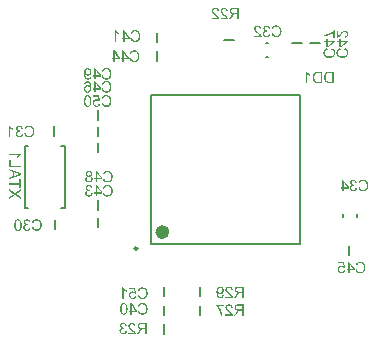
<source format=gbr>
%TF.GenerationSoftware,Altium Limited,Altium Designer,20.1.12 (249)*%
G04 Layer_Color=32896*
%FSLAX45Y45*%
%MOMM*%
%TF.SameCoordinates,0418086A-757F-42B6-A3B9-695331E80F4B*%
%TF.FilePolarity,Positive*%
%TF.FileFunction,Legend,Bot*%
%TF.Part,Single*%
G01*
G75*
%TA.AperFunction,NonConductor*%
%ADD69C,0.60000*%
%ADD70C,0.25000*%
%ADD71C,0.20000*%
%ADD72C,0.15000*%
G36*
X2483135Y9058054D02*
X2485493Y9057915D01*
X2487712Y9057499D01*
X2489792Y9057083D01*
X2491734Y9056528D01*
X2493537Y9055974D01*
X2495201Y9055280D01*
X2496726Y9054587D01*
X2498113Y9053893D01*
X2499223Y9053200D01*
X2500193Y9052645D01*
X2501025Y9052091D01*
X2501719Y9051675D01*
X2502135Y9051259D01*
X2502412Y9051120D01*
X2502551Y9050981D01*
X2503938Y9049594D01*
X2505186Y9048069D01*
X2506434Y9046405D01*
X2507405Y9044740D01*
X2509069Y9041412D01*
X2510179Y9038084D01*
X2510595Y9036558D01*
X2511011Y9035032D01*
X2511288Y9033784D01*
X2511565Y9032675D01*
X2511704Y9031704D01*
Y9031011D01*
X2511843Y9030595D01*
Y9030456D01*
X2499777Y9029208D01*
X2499500Y9032397D01*
X2498945Y9035171D01*
X2498113Y9037667D01*
X2497142Y9039609D01*
X2496310Y9041273D01*
X2495478Y9042383D01*
X2494923Y9043076D01*
X2494646Y9043354D01*
X2492566Y9045018D01*
X2490347Y9046266D01*
X2487989Y9047237D01*
X2485909Y9047791D01*
X2483967Y9048207D01*
X2482303Y9048346D01*
X2481748Y9048485D01*
X2480916D01*
X2478004Y9048346D01*
X2475369Y9047791D01*
X2473150Y9046959D01*
X2471208Y9046127D01*
X2469683Y9045156D01*
X2468712Y9044463D01*
X2468019Y9043908D01*
X2467741Y9043631D01*
X2466077Y9041689D01*
X2464829Y9039748D01*
X2463858Y9037806D01*
X2463303Y9035865D01*
X2462887Y9034339D01*
X2462749Y9032952D01*
X2462610Y9032120D01*
Y9031981D01*
Y9031843D01*
X2462887Y9029346D01*
X2463442Y9026711D01*
X2464413Y9024354D01*
X2465384Y9022135D01*
X2466493Y9020332D01*
X2467464Y9018806D01*
X2467741Y9018252D01*
X2468019Y9017836D01*
X2468296Y9017697D01*
Y9017558D01*
X2469406Y9016033D01*
X2470792Y9014507D01*
X2472318Y9012843D01*
X2473982Y9011179D01*
X2477449Y9007850D01*
X2480916Y9004522D01*
X2482719Y9002996D01*
X2484245Y9001610D01*
X2485770Y9000361D01*
X2487018Y8999252D01*
X2487989Y8998420D01*
X2488821Y8997726D01*
X2489376Y8997310D01*
X2489515Y8997172D01*
X2492982Y8994259D01*
X2496172Y8991486D01*
X2498807Y8988989D01*
X2500887Y8986909D01*
X2502690Y8985106D01*
X2503938Y8983858D01*
X2504631Y8983026D01*
X2504909Y8982887D01*
Y8982749D01*
X2506850Y8980391D01*
X2508376Y8978172D01*
X2509763Y8975953D01*
X2510872Y8974012D01*
X2511704Y8972347D01*
X2512259Y8971099D01*
X2512536Y8970267D01*
X2512675Y8970128D01*
Y8969990D01*
X2513230Y8968464D01*
X2513507Y8967077D01*
X2513784Y8965690D01*
X2513923Y8964442D01*
X2514062Y8963333D01*
Y8962501D01*
Y8961946D01*
Y8961807D01*
X2450406D01*
Y8973179D01*
X2497697D01*
X2496033Y8975537D01*
X2495201Y8976508D01*
X2494507Y8977479D01*
X2493814Y8978311D01*
X2493259Y8978865D01*
X2492843Y8979282D01*
X2492704Y8979420D01*
X2492011Y8980114D01*
X2491179Y8980807D01*
X2489237Y8982610D01*
X2487018Y8984690D01*
X2484661Y8986770D01*
X2482442Y8988573D01*
X2481471Y8989405D01*
X2480639Y8990238D01*
X2479946Y8990792D01*
X2479391Y8991208D01*
X2479113Y8991486D01*
X2478975Y8991624D01*
X2476756Y8993566D01*
X2474537Y8995369D01*
X2472595Y8997172D01*
X2470792Y8998697D01*
X2469128Y9000223D01*
X2467741Y9001610D01*
X2466354Y9002858D01*
X2465245Y9003967D01*
X2464136Y9005077D01*
X2463303Y9005909D01*
X2462610Y9006602D01*
X2461917Y9007296D01*
X2461223Y9008128D01*
X2460946Y9008405D01*
X2459004Y9010763D01*
X2457340Y9012843D01*
X2455953Y9014923D01*
X2454844Y9016588D01*
X2454012Y9018113D01*
X2453457Y9019222D01*
X2453179Y9019916D01*
X2453041Y9020193D01*
X2452209Y9022274D01*
X2451654Y9024354D01*
X2451099Y9026295D01*
X2450822Y9027960D01*
X2450683Y9029485D01*
X2450545Y9030595D01*
Y9031288D01*
Y9031565D01*
X2450683Y9033646D01*
X2450961Y9035587D01*
X2451238Y9037529D01*
X2451793Y9039193D01*
X2453179Y9042521D01*
X2454566Y9045156D01*
X2455398Y9046405D01*
X2456092Y9047375D01*
X2456785Y9048346D01*
X2457479Y9049040D01*
X2458033Y9049594D01*
X2458311Y9050149D01*
X2458588Y9050288D01*
X2458727Y9050426D01*
X2460252Y9051813D01*
X2461917Y9053061D01*
X2463719Y9054032D01*
X2465522Y9054864D01*
X2469128Y9056251D01*
X2472734Y9057222D01*
X2474259Y9057499D01*
X2475785Y9057777D01*
X2477172Y9057915D01*
X2478281Y9058054D01*
X2479252Y9058193D01*
X2480639D01*
X2483135Y9058054D01*
D02*
G37*
G36*
X2408523D02*
X2410881Y9057915D01*
X2413100Y9057499D01*
X2415180Y9057083D01*
X2417122Y9056528D01*
X2418925Y9055974D01*
X2420589Y9055280D01*
X2422114Y9054587D01*
X2423501Y9053893D01*
X2424611Y9053200D01*
X2425581Y9052645D01*
X2426413Y9052091D01*
X2427107Y9051675D01*
X2427523Y9051259D01*
X2427800Y9051120D01*
X2427939Y9050981D01*
X2429326Y9049594D01*
X2430574Y9048069D01*
X2431822Y9046405D01*
X2432793Y9044740D01*
X2434457Y9041412D01*
X2435567Y9038084D01*
X2435983Y9036558D01*
X2436399Y9035032D01*
X2436676Y9033784D01*
X2436953Y9032675D01*
X2437092Y9031704D01*
Y9031011D01*
X2437231Y9030595D01*
Y9030456D01*
X2425165Y9029208D01*
X2424888Y9032397D01*
X2424333Y9035171D01*
X2423501Y9037667D01*
X2422530Y9039609D01*
X2421698Y9041273D01*
X2420866Y9042383D01*
X2420311Y9043076D01*
X2420034Y9043354D01*
X2417954Y9045018D01*
X2415735Y9046266D01*
X2413377Y9047237D01*
X2411297Y9047791D01*
X2409355Y9048207D01*
X2407691Y9048346D01*
X2407136Y9048485D01*
X2406304D01*
X2403392Y9048346D01*
X2400757Y9047791D01*
X2398538Y9046959D01*
X2396596Y9046127D01*
X2395071Y9045156D01*
X2394100Y9044463D01*
X2393407Y9043908D01*
X2393129Y9043631D01*
X2391465Y9041689D01*
X2390217Y9039748D01*
X2389246Y9037806D01*
X2388691Y9035865D01*
X2388275Y9034339D01*
X2388137Y9032952D01*
X2387998Y9032120D01*
Y9031981D01*
Y9031843D01*
X2388275Y9029346D01*
X2388830Y9026711D01*
X2389801Y9024354D01*
X2390772Y9022135D01*
X2391881Y9020332D01*
X2392852Y9018806D01*
X2393129Y9018252D01*
X2393407Y9017836D01*
X2393684Y9017697D01*
Y9017558D01*
X2394794Y9016033D01*
X2396180Y9014507D01*
X2397706Y9012843D01*
X2399370Y9011179D01*
X2402837Y9007850D01*
X2406304Y9004522D01*
X2408107Y9002996D01*
X2409633Y9001610D01*
X2411158Y9000361D01*
X2412406Y8999252D01*
X2413377Y8998420D01*
X2414209Y8997726D01*
X2414764Y8997310D01*
X2414903Y8997172D01*
X2418370Y8994259D01*
X2421560Y8991486D01*
X2424195Y8988989D01*
X2426275Y8986909D01*
X2428078Y8985106D01*
X2429326Y8983858D01*
X2430019Y8983026D01*
X2430297Y8982887D01*
Y8982749D01*
X2432238Y8980391D01*
X2433764Y8978172D01*
X2435151Y8975953D01*
X2436260Y8974012D01*
X2437092Y8972347D01*
X2437647Y8971099D01*
X2437924Y8970267D01*
X2438063Y8970128D01*
Y8969990D01*
X2438618Y8968464D01*
X2438895Y8967077D01*
X2439172Y8965690D01*
X2439311Y8964442D01*
X2439450Y8963333D01*
Y8962501D01*
Y8961946D01*
Y8961807D01*
X2375794D01*
Y8973179D01*
X2423085D01*
X2421421Y8975537D01*
X2420589Y8976508D01*
X2419895Y8977479D01*
X2419202Y8978311D01*
X2418647Y8978865D01*
X2418231Y8979282D01*
X2418092Y8979420D01*
X2417399Y8980114D01*
X2416567Y8980807D01*
X2414625Y8982610D01*
X2412406Y8984690D01*
X2410049Y8986770D01*
X2407830Y8988573D01*
X2406859Y8989405D01*
X2406027Y8990238D01*
X2405334Y8990792D01*
X2404779Y8991208D01*
X2404501Y8991486D01*
X2404363Y8991624D01*
X2402144Y8993566D01*
X2399925Y8995369D01*
X2397983Y8997172D01*
X2396180Y8998697D01*
X2394516Y9000223D01*
X2393129Y9001610D01*
X2391742Y9002858D01*
X2390633Y9003967D01*
X2389524Y9005077D01*
X2388691Y9005909D01*
X2387998Y9006602D01*
X2387305Y9007296D01*
X2386611Y9008128D01*
X2386334Y9008405D01*
X2384392Y9010763D01*
X2382728Y9012843D01*
X2381341Y9014923D01*
X2380232Y9016588D01*
X2379400Y9018113D01*
X2378845Y9019222D01*
X2378568Y9019916D01*
X2378429Y9020193D01*
X2377597Y9022274D01*
X2377042Y9024354D01*
X2376487Y9026295D01*
X2376210Y9027960D01*
X2376071Y9029485D01*
X2375933Y9030595D01*
Y9031288D01*
Y9031565D01*
X2376071Y9033646D01*
X2376349Y9035587D01*
X2376626Y9037529D01*
X2377181Y9039193D01*
X2378568Y9042521D01*
X2379954Y9045156D01*
X2380786Y9046405D01*
X2381480Y9047375D01*
X2382173Y9048346D01*
X2382867Y9049040D01*
X2383421Y9049594D01*
X2383699Y9050149D01*
X2383976Y9050288D01*
X2384115Y9050426D01*
X2385640Y9051813D01*
X2387305Y9053061D01*
X2389107Y9054032D01*
X2390910Y9054864D01*
X2394516Y9056251D01*
X2398122Y9057222D01*
X2399647Y9057499D01*
X2401173Y9057777D01*
X2402560Y9057915D01*
X2403669Y9058054D01*
X2404640Y9058193D01*
X2406027D01*
X2408523Y9058054D01*
D02*
G37*
G36*
X2604206Y8961807D02*
X2591447D01*
Y9004383D01*
X2575083D01*
X2573557Y9004245D01*
X2572448D01*
X2571477Y9004106D01*
X2570784Y9003967D01*
X2570229D01*
X2569951Y9003829D01*
X2569813D01*
X2567594Y9003135D01*
X2566623Y9002719D01*
X2565791Y9002303D01*
X2564959Y9001887D01*
X2564404Y9001610D01*
X2564127Y9001471D01*
X2563988Y9001332D01*
X2562879Y9000500D01*
X2561769Y8999529D01*
X2559689Y8997449D01*
X2558718Y8996478D01*
X2558025Y8995646D01*
X2557609Y8995091D01*
X2557470Y8994953D01*
X2556083Y8993011D01*
X2554558Y8990931D01*
X2553032Y8988712D01*
X2551506Y8986632D01*
X2550258Y8984690D01*
X2549288Y8983165D01*
X2548871Y8982610D01*
X2548594Y8982194D01*
X2548317Y8981917D01*
Y8981778D01*
X2535696Y8961807D01*
X2519887D01*
X2536390Y8987880D01*
X2538331Y8990654D01*
X2540134Y8993150D01*
X2541937Y8995230D01*
X2543463Y8997172D01*
X2544850Y8998559D01*
X2545959Y8999668D01*
X2546653Y9000361D01*
X2546930Y9000639D01*
X2548039Y9001471D01*
X2549288Y9002442D01*
X2551784Y9003967D01*
X2552893Y9004522D01*
X2553725Y9005077D01*
X2554280Y9005354D01*
X2554558Y9005493D01*
X2552061Y9005909D01*
X2549704Y9006325D01*
X2547623Y9007018D01*
X2545543Y9007573D01*
X2543740Y9008266D01*
X2542076Y9009099D01*
X2540550Y9009792D01*
X2539164Y9010485D01*
X2538054Y9011318D01*
X2536945Y9012011D01*
X2536113Y9012566D01*
X2535419Y9013120D01*
X2534864Y9013536D01*
X2534448Y9013953D01*
X2534310Y9014091D01*
X2534171Y9014230D01*
X2533061Y9015617D01*
X2531952Y9017004D01*
X2530288Y9019916D01*
X2529178Y9022828D01*
X2528346Y9025602D01*
X2527791Y9027960D01*
X2527653Y9028930D01*
Y9029901D01*
X2527514Y9030595D01*
Y9031149D01*
Y9031427D01*
Y9031565D01*
X2527653Y9034478D01*
X2528069Y9037113D01*
X2528762Y9039609D01*
X2529456Y9041689D01*
X2530288Y9043492D01*
X2530843Y9044879D01*
X2531397Y9045711D01*
X2531536Y9045850D01*
Y9045989D01*
X2533200Y9048207D01*
X2534864Y9050149D01*
X2536667Y9051813D01*
X2538331Y9053061D01*
X2539857Y9054032D01*
X2541105Y9054587D01*
X2541937Y9055003D01*
X2542076Y9055142D01*
X2542215D01*
X2543463Y9055558D01*
X2544988Y9055974D01*
X2548039Y9056667D01*
X2551368Y9057083D01*
X2554419Y9057499D01*
X2557331Y9057638D01*
X2558579D01*
X2559689Y9057777D01*
X2604206D01*
Y8961807D01*
D02*
G37*
G36*
X758193Y7814796D02*
X755835Y7813409D01*
X753616Y7811884D01*
X751397Y7810081D01*
X749456Y7808416D01*
X747791Y7806752D01*
X746405Y7805504D01*
X745989Y7804949D01*
X745573Y7804533D01*
X745434Y7804395D01*
X745295Y7804256D01*
X742938Y7801344D01*
X740719Y7798431D01*
X738777Y7795658D01*
X737252Y7792884D01*
X735865Y7790526D01*
X735310Y7789555D01*
X734894Y7788723D01*
X734478Y7788030D01*
X734339Y7787475D01*
X734062Y7787198D01*
Y7787059D01*
X722690D01*
X723522Y7789139D01*
X724493Y7791220D01*
X725463Y7793300D01*
X726434Y7795241D01*
X727266Y7796906D01*
X727960Y7798293D01*
X728514Y7799125D01*
X728653Y7799263D01*
Y7799402D01*
X730179Y7801898D01*
X731704Y7804117D01*
X733091Y7806059D01*
X734339Y7807584D01*
X735310Y7808971D01*
X736142Y7809803D01*
X736697Y7810497D01*
X736835Y7810635D01*
X661807D01*
Y7822424D01*
X758193D01*
Y7814796D01*
D02*
G37*
G36*
X673180Y7720491D02*
X757777D01*
Y7707732D01*
X661807D01*
Y7767782D01*
X673180D01*
Y7720491D01*
D02*
G37*
G36*
X757777Y7658776D02*
Y7644908D01*
X661807Y7608295D01*
Y7621748D01*
X690931Y7632149D01*
Y7672367D01*
X661807Y7683601D01*
Y7698024D01*
X757777Y7658776D01*
D02*
G37*
G36*
Y7529662D02*
X746405D01*
Y7561282D01*
X661807D01*
Y7574040D01*
X746405D01*
Y7605660D01*
X757777D01*
Y7529662D01*
D02*
G37*
G36*
X712150Y7489582D02*
X757777Y7522866D01*
Y7508998D01*
X732259Y7489859D01*
X730179Y7488195D01*
X728237Y7486808D01*
X726295Y7485421D01*
X724770Y7484312D01*
X723383Y7483341D01*
X722274Y7482648D01*
X721719Y7482232D01*
X721442Y7482093D01*
X723106Y7481122D01*
X724909Y7480013D01*
X726850Y7478765D01*
X728792Y7477516D01*
X730456Y7476268D01*
X731843Y7475436D01*
X732398Y7475020D01*
X732814Y7474743D01*
X732952Y7474465D01*
X733091D01*
X757777Y7456991D01*
Y7441875D01*
X711456Y7474604D01*
X661807Y7437575D01*
Y7452831D01*
X695092Y7477100D01*
X695924Y7477655D01*
X696894Y7478349D01*
X699113Y7479874D01*
X700223Y7480567D01*
X701055Y7481122D01*
X701610Y7481538D01*
X701748Y7481677D01*
X699668Y7483064D01*
X697727Y7484312D01*
X697033Y7484867D01*
X696478Y7485144D01*
X696062Y7485421D01*
X695924Y7485560D01*
X661807Y7509830D01*
Y7525501D01*
X712150Y7489582D01*
D02*
G37*
G36*
X2523690Y6698886D02*
X2526048Y6698747D01*
X2528266Y6698331D01*
X2530347Y6697915D01*
X2532288Y6697360D01*
X2534091Y6696806D01*
X2535755Y6696112D01*
X2537281Y6695419D01*
X2538668Y6694725D01*
X2539777Y6694032D01*
X2540748Y6693477D01*
X2541580Y6692923D01*
X2542274Y6692507D01*
X2542690Y6692091D01*
X2542967Y6691952D01*
X2543106Y6691813D01*
X2544492Y6690426D01*
X2545741Y6688901D01*
X2546989Y6687237D01*
X2547960Y6685572D01*
X2549624Y6682244D01*
X2550733Y6678916D01*
X2551149Y6677390D01*
X2551565Y6675864D01*
X2551843Y6674616D01*
X2552120Y6673507D01*
X2552259Y6672536D01*
Y6671843D01*
X2552397Y6671427D01*
Y6671288D01*
X2540332Y6670040D01*
X2540055Y6673229D01*
X2539500Y6676003D01*
X2538668Y6678499D01*
X2537697Y6680441D01*
X2536865Y6682105D01*
X2536033Y6683215D01*
X2535478Y6683908D01*
X2535201Y6684186D01*
X2533120Y6685850D01*
X2530901Y6687098D01*
X2528544Y6688069D01*
X2526464Y6688623D01*
X2524522Y6689039D01*
X2522858Y6689178D01*
X2522303Y6689317D01*
X2521471D01*
X2518559Y6689178D01*
X2515924Y6688623D01*
X2513705Y6687791D01*
X2511763Y6686959D01*
X2510238Y6685988D01*
X2509267Y6685295D01*
X2508573Y6684740D01*
X2508296Y6684463D01*
X2506632Y6682521D01*
X2505384Y6680580D01*
X2504413Y6678638D01*
X2503858Y6676697D01*
X2503442Y6675171D01*
X2503303Y6673784D01*
X2503165Y6672952D01*
Y6672813D01*
Y6672675D01*
X2503442Y6670178D01*
X2503997Y6667543D01*
X2504968Y6665186D01*
X2505938Y6662967D01*
X2507048Y6661164D01*
X2508019Y6659638D01*
X2508296Y6659084D01*
X2508573Y6658668D01*
X2508851Y6658529D01*
Y6658390D01*
X2509960Y6656865D01*
X2511347Y6655339D01*
X2512873Y6653675D01*
X2514537Y6652011D01*
X2518004Y6648682D01*
X2521471Y6645354D01*
X2523274Y6643828D01*
X2524799Y6642442D01*
X2526325Y6641193D01*
X2527573Y6640084D01*
X2528544Y6639252D01*
X2529376Y6638558D01*
X2529931Y6638142D01*
X2530069Y6638004D01*
X2533536Y6635091D01*
X2536726Y6632318D01*
X2539361Y6629821D01*
X2541441Y6627741D01*
X2543244Y6625938D01*
X2544492Y6624690D01*
X2545186Y6623858D01*
X2545463Y6623719D01*
Y6623581D01*
X2547405Y6621223D01*
X2548930Y6619004D01*
X2550317Y6616785D01*
X2551427Y6614844D01*
X2552259Y6613179D01*
X2552814Y6611931D01*
X2553091Y6611099D01*
X2553230Y6610960D01*
Y6610822D01*
X2553784Y6609296D01*
X2554062Y6607909D01*
X2554339Y6606522D01*
X2554478Y6605274D01*
X2554616Y6604165D01*
Y6603333D01*
Y6602778D01*
Y6602639D01*
X2490960D01*
Y6614011D01*
X2538252D01*
X2536588Y6616369D01*
X2535755Y6617340D01*
X2535062Y6618311D01*
X2534369Y6619143D01*
X2533814Y6619697D01*
X2533398Y6620114D01*
X2533259Y6620252D01*
X2532566Y6620946D01*
X2531734Y6621639D01*
X2529792Y6623442D01*
X2527573Y6625522D01*
X2525215Y6627602D01*
X2522996Y6629405D01*
X2522026Y6630237D01*
X2521194Y6631070D01*
X2520500Y6631624D01*
X2519945Y6632040D01*
X2519668Y6632318D01*
X2519529Y6632456D01*
X2517310Y6634398D01*
X2515091Y6636201D01*
X2513150Y6638004D01*
X2511347Y6639529D01*
X2509683Y6641055D01*
X2508296Y6642442D01*
X2506909Y6643690D01*
X2505800Y6644799D01*
X2504690Y6645909D01*
X2503858Y6646741D01*
X2503165Y6647434D01*
X2502471Y6648128D01*
X2501778Y6648960D01*
X2501500Y6649237D01*
X2499559Y6651595D01*
X2497895Y6653675D01*
X2496508Y6655755D01*
X2495398Y6657420D01*
X2494566Y6658945D01*
X2494012Y6660054D01*
X2493734Y6660748D01*
X2493595Y6661025D01*
X2492763Y6663106D01*
X2492209Y6665186D01*
X2491654Y6667127D01*
X2491377Y6668792D01*
X2491238Y6670317D01*
X2491099Y6671427D01*
Y6672120D01*
Y6672397D01*
X2491238Y6674478D01*
X2491515Y6676419D01*
X2491793Y6678361D01*
X2492347Y6680025D01*
X2493734Y6683353D01*
X2495121Y6685988D01*
X2495953Y6687237D01*
X2496647Y6688207D01*
X2497340Y6689178D01*
X2498033Y6689872D01*
X2498588Y6690426D01*
X2498865Y6690981D01*
X2499143Y6691120D01*
X2499282Y6691258D01*
X2500807Y6692645D01*
X2502471Y6693893D01*
X2504274Y6694864D01*
X2506077Y6695696D01*
X2509683Y6697083D01*
X2513289Y6698054D01*
X2514814Y6698331D01*
X2516340Y6698609D01*
X2517726Y6698747D01*
X2518836Y6698886D01*
X2519807Y6699025D01*
X2521194D01*
X2523690Y6698886D01*
D02*
G37*
G36*
X2450603D02*
X2452822Y6698609D01*
X2455041Y6698193D01*
X2456983Y6697638D01*
X2460727Y6696112D01*
X2462392Y6695419D01*
X2463778Y6694587D01*
X2465165Y6693616D01*
X2466275Y6692923D01*
X2467384Y6692091D01*
X2468216Y6691397D01*
X2468910Y6690842D01*
X2469326Y6690426D01*
X2469603Y6690149D01*
X2469742Y6690010D01*
X2471267Y6688346D01*
X2472516Y6686404D01*
X2473764Y6684602D01*
X2474734Y6682660D01*
X2475567Y6680580D01*
X2476260Y6678638D01*
X2477231Y6675032D01*
X2477647Y6673229D01*
X2477924Y6671704D01*
X2478063Y6670178D01*
X2478202Y6668930D01*
X2478340Y6667959D01*
Y6667266D01*
Y6666711D01*
Y6666573D01*
X2478202Y6663938D01*
X2477924Y6661580D01*
X2477647Y6659222D01*
X2477092Y6657003D01*
X2476399Y6655062D01*
X2475705Y6653120D01*
X2475012Y6651456D01*
X2474180Y6649931D01*
X2473486Y6648544D01*
X2472793Y6647296D01*
X2472099Y6646325D01*
X2471406Y6645354D01*
X2470851Y6644661D01*
X2470574Y6644245D01*
X2470297Y6643967D01*
X2470158Y6643828D01*
X2468632Y6642303D01*
X2466968Y6641055D01*
X2465304Y6639807D01*
X2463501Y6638836D01*
X2461837Y6638004D01*
X2460173Y6637310D01*
X2456983Y6636340D01*
X2455596Y6635923D01*
X2454209Y6635646D01*
X2453100Y6635507D01*
X2451990Y6635369D01*
X2451158Y6635230D01*
X2450049D01*
X2447414Y6635369D01*
X2444917Y6635785D01*
X2442698Y6636340D01*
X2440618Y6637033D01*
X2439093Y6637588D01*
X2437845Y6638142D01*
X2437012Y6638558D01*
X2436735Y6638697D01*
X2434516Y6640084D01*
X2432575Y6641610D01*
X2430910Y6643135D01*
X2429523Y6644522D01*
X2428553Y6645909D01*
X2427721Y6646880D01*
X2427166Y6647573D01*
X2427027Y6647850D01*
Y6646741D01*
Y6646047D01*
Y6645631D01*
Y6645493D01*
X2427166Y6642719D01*
X2427305Y6640084D01*
X2427582Y6637726D01*
X2427859Y6635507D01*
X2428275Y6633705D01*
X2428553Y6632318D01*
X2428691Y6631763D01*
Y6631347D01*
X2428830Y6631208D01*
Y6631070D01*
X2429523Y6628573D01*
X2430217Y6626354D01*
X2430910Y6624413D01*
X2431604Y6622749D01*
X2432158Y6621500D01*
X2432713Y6620530D01*
X2432991Y6619836D01*
X2433129Y6619697D01*
X2434239Y6618172D01*
X2435348Y6616924D01*
X2436458Y6615814D01*
X2437567Y6614844D01*
X2438399Y6614011D01*
X2439231Y6613457D01*
X2439786Y6613179D01*
X2439925Y6613041D01*
X2441450Y6612209D01*
X2443114Y6611654D01*
X2444640Y6611238D01*
X2446166Y6610960D01*
X2447414Y6610822D01*
X2448384Y6610683D01*
X2449355D01*
X2451574Y6610822D01*
X2453654Y6611238D01*
X2455457Y6611792D01*
X2456983Y6612486D01*
X2458092Y6613041D01*
X2459063Y6613595D01*
X2459618Y6614011D01*
X2459757Y6614150D01*
X2461143Y6615676D01*
X2462253Y6617479D01*
X2463224Y6619420D01*
X2463917Y6621362D01*
X2464472Y6623026D01*
X2464888Y6624551D01*
X2465027Y6625106D01*
Y6625383D01*
X2465165Y6625661D01*
Y6625800D01*
X2476537Y6624829D01*
X2475705Y6620807D01*
X2474596Y6617340D01*
X2473209Y6614289D01*
X2471822Y6611792D01*
X2470435Y6609851D01*
X2469742Y6609019D01*
X2469187Y6608325D01*
X2468771Y6607909D01*
X2468355Y6607493D01*
X2468216Y6607355D01*
X2468078Y6607216D01*
X2466691Y6606106D01*
X2465165Y6605136D01*
X2462114Y6603610D01*
X2459063Y6602501D01*
X2456151Y6601807D01*
X2453516Y6601252D01*
X2452406Y6601114D01*
X2451436D01*
X2450742Y6600975D01*
X2449633D01*
X2445749Y6601252D01*
X2442282Y6601807D01*
X2439093Y6602778D01*
X2436458Y6603887D01*
X2435348Y6604304D01*
X2434239Y6604858D01*
X2433407Y6605413D01*
X2432575Y6605829D01*
X2432020Y6606106D01*
X2431604Y6606384D01*
X2431326Y6606661D01*
X2431188D01*
X2428414Y6609019D01*
X2425918Y6611654D01*
X2423976Y6614427D01*
X2422312Y6617062D01*
X2420925Y6619420D01*
X2420370Y6620530D01*
X2419954Y6621362D01*
X2419677Y6622194D01*
X2419400Y6622749D01*
X2419261Y6623026D01*
Y6623165D01*
X2418567Y6625245D01*
X2417874Y6627602D01*
X2416903Y6632318D01*
X2416210Y6637310D01*
X2415794Y6642026D01*
X2415516Y6644106D01*
X2415378Y6646186D01*
Y6647989D01*
X2415239Y6649515D01*
Y6650763D01*
Y6651733D01*
Y6652427D01*
Y6652566D01*
Y6655755D01*
X2415378Y6658806D01*
X2415655Y6661580D01*
X2415932Y6664215D01*
X2416210Y6666573D01*
X2416487Y6668792D01*
X2416903Y6670872D01*
X2417319Y6672675D01*
X2417735Y6674200D01*
X2418013Y6675587D01*
X2418429Y6676835D01*
X2418706Y6677806D01*
X2418983Y6678499D01*
X2419261Y6679054D01*
X2419400Y6679332D01*
Y6679470D01*
X2421064Y6682799D01*
X2422867Y6685711D01*
X2424947Y6688207D01*
X2426750Y6690288D01*
X2428553Y6691813D01*
X2429940Y6692923D01*
X2430494Y6693339D01*
X2430910Y6693616D01*
X2431049Y6693893D01*
X2431188D01*
X2434100Y6695558D01*
X2437012Y6696806D01*
X2439925Y6697777D01*
X2442560Y6698331D01*
X2444917Y6698747D01*
X2445888Y6698886D01*
X2446582D01*
X2447275Y6699025D01*
X2448246D01*
X2450603Y6698886D01*
D02*
G37*
G36*
X2644761Y6602639D02*
X2632002D01*
Y6645215D01*
X2615637D01*
X2614112Y6645077D01*
X2613002D01*
X2612032Y6644938D01*
X2611338Y6644799D01*
X2610783D01*
X2610506Y6644661D01*
X2610367D01*
X2608148Y6643967D01*
X2607178Y6643551D01*
X2606346Y6643135D01*
X2605513Y6642719D01*
X2604959Y6642442D01*
X2604681Y6642303D01*
X2604543Y6642164D01*
X2603433Y6641332D01*
X2602324Y6640361D01*
X2600243Y6638281D01*
X2599273Y6637310D01*
X2598579Y6636478D01*
X2598163Y6635923D01*
X2598025Y6635785D01*
X2596638Y6633843D01*
X2595112Y6631763D01*
X2593587Y6629544D01*
X2592061Y6627464D01*
X2590813Y6625522D01*
X2589842Y6623997D01*
X2589426Y6623442D01*
X2589149Y6623026D01*
X2588871Y6622749D01*
Y6622610D01*
X2576251Y6602639D01*
X2560441D01*
X2576945Y6628712D01*
X2578886Y6631486D01*
X2580689Y6633982D01*
X2582492Y6636062D01*
X2584017Y6638004D01*
X2585404Y6639391D01*
X2586514Y6640500D01*
X2587207Y6641193D01*
X2587485Y6641471D01*
X2588594Y6642303D01*
X2589842Y6643274D01*
X2592338Y6644799D01*
X2593448Y6645354D01*
X2594280Y6645909D01*
X2594835Y6646186D01*
X2595112Y6646325D01*
X2592616Y6646741D01*
X2590258Y6647157D01*
X2588178Y6647850D01*
X2586098Y6648405D01*
X2584295Y6649098D01*
X2582631Y6649931D01*
X2581105Y6650624D01*
X2579718Y6651317D01*
X2578609Y6652150D01*
X2577499Y6652843D01*
X2576667Y6653398D01*
X2575974Y6653952D01*
X2575419Y6654368D01*
X2575003Y6654785D01*
X2574864Y6654923D01*
X2574726Y6655062D01*
X2573616Y6656449D01*
X2572507Y6657836D01*
X2570842Y6660748D01*
X2569733Y6663660D01*
X2568901Y6666434D01*
X2568346Y6668792D01*
X2568207Y6669762D01*
Y6670733D01*
X2568069Y6671427D01*
Y6671981D01*
Y6672259D01*
Y6672397D01*
X2568207Y6675310D01*
X2568624Y6677945D01*
X2569317Y6680441D01*
X2570010Y6682521D01*
X2570842Y6684324D01*
X2571397Y6685711D01*
X2571952Y6686543D01*
X2572091Y6686682D01*
Y6686821D01*
X2573755Y6689039D01*
X2575419Y6690981D01*
X2577222Y6692645D01*
X2578886Y6693893D01*
X2580412Y6694864D01*
X2581660Y6695419D01*
X2582492Y6695835D01*
X2582631Y6695974D01*
X2582769D01*
X2584017Y6696390D01*
X2585543Y6696806D01*
X2588594Y6697499D01*
X2591922Y6697915D01*
X2594973Y6698331D01*
X2597886Y6698470D01*
X2599134D01*
X2600243Y6698609D01*
X2644761D01*
Y6602639D01*
D02*
G37*
G36*
X2523621Y6548054D02*
X2525978Y6547915D01*
X2528197Y6547499D01*
X2530277Y6547083D01*
X2532219Y6546528D01*
X2534022Y6545974D01*
X2535686Y6545280D01*
X2537212Y6544587D01*
X2538598Y6543893D01*
X2539708Y6543200D01*
X2540679Y6542645D01*
X2541511Y6542091D01*
X2542204Y6541674D01*
X2542620Y6541258D01*
X2542898Y6541120D01*
X2543036Y6540981D01*
X2544423Y6539594D01*
X2545671Y6538069D01*
X2546919Y6536405D01*
X2547890Y6534740D01*
X2549554Y6531412D01*
X2550664Y6528083D01*
X2551080Y6526558D01*
X2551496Y6525032D01*
X2551773Y6523784D01*
X2552051Y6522675D01*
X2552189Y6521704D01*
Y6521011D01*
X2552328Y6520595D01*
Y6520456D01*
X2540263Y6519208D01*
X2539985Y6522397D01*
X2539431Y6525171D01*
X2538598Y6527667D01*
X2537628Y6529609D01*
X2536796Y6531273D01*
X2535963Y6532383D01*
X2535409Y6533076D01*
X2535131Y6533353D01*
X2533051Y6535018D01*
X2530832Y6536266D01*
X2528474Y6537237D01*
X2526394Y6537791D01*
X2524453Y6538207D01*
X2522788Y6538346D01*
X2522234Y6538485D01*
X2521402D01*
X2518489Y6538346D01*
X2515854Y6537791D01*
X2513635Y6536959D01*
X2511694Y6536127D01*
X2510168Y6535156D01*
X2509197Y6534463D01*
X2508504Y6533908D01*
X2508227Y6533631D01*
X2506562Y6531689D01*
X2505314Y6529748D01*
X2504343Y6527806D01*
X2503789Y6525865D01*
X2503373Y6524339D01*
X2503234Y6522952D01*
X2503095Y6522120D01*
Y6521981D01*
Y6521843D01*
X2503373Y6519346D01*
X2503927Y6516711D01*
X2504898Y6514354D01*
X2505869Y6512135D01*
X2506978Y6510332D01*
X2507949Y6508806D01*
X2508227Y6508252D01*
X2508504Y6507836D01*
X2508781Y6507697D01*
Y6507558D01*
X2509891Y6506033D01*
X2511278Y6504507D01*
X2512803Y6502843D01*
X2514467Y6501179D01*
X2517935Y6497850D01*
X2521402Y6494522D01*
X2523205Y6492996D01*
X2524730Y6491610D01*
X2526256Y6490361D01*
X2527504Y6489252D01*
X2528474Y6488420D01*
X2529307Y6487726D01*
X2529861Y6487310D01*
X2530000Y6487172D01*
X2533467Y6484259D01*
X2536657Y6481486D01*
X2539292Y6478989D01*
X2541372Y6476909D01*
X2543175Y6475106D01*
X2544423Y6473858D01*
X2545117Y6473026D01*
X2545394Y6472887D01*
Y6472749D01*
X2547336Y6470391D01*
X2548861Y6468172D01*
X2550248Y6465953D01*
X2551357Y6464011D01*
X2552189Y6462347D01*
X2552744Y6461099D01*
X2553022Y6460267D01*
X2553160Y6460128D01*
Y6459990D01*
X2553715Y6458464D01*
X2553992Y6457077D01*
X2554270Y6455690D01*
X2554408Y6454442D01*
X2554547Y6453333D01*
Y6452501D01*
Y6451946D01*
Y6451807D01*
X2490891D01*
Y6463179D01*
X2538182D01*
X2536518Y6465537D01*
X2535686Y6466508D01*
X2534993Y6467479D01*
X2534299Y6468311D01*
X2533744Y6468865D01*
X2533328Y6469281D01*
X2533190Y6469420D01*
X2532496Y6470114D01*
X2531664Y6470807D01*
X2529723Y6472610D01*
X2527504Y6474690D01*
X2525146Y6476770D01*
X2522927Y6478573D01*
X2521956Y6479405D01*
X2521124Y6480237D01*
X2520431Y6480792D01*
X2519876Y6481208D01*
X2519599Y6481486D01*
X2519460Y6481624D01*
X2517241Y6483566D01*
X2515022Y6485369D01*
X2513081Y6487172D01*
X2511278Y6488697D01*
X2509613Y6490223D01*
X2508227Y6491610D01*
X2506840Y6492858D01*
X2505730Y6493967D01*
X2504621Y6495077D01*
X2503789Y6495909D01*
X2503095Y6496602D01*
X2502402Y6497296D01*
X2501708Y6498128D01*
X2501431Y6498405D01*
X2499490Y6500763D01*
X2497825Y6502843D01*
X2496438Y6504923D01*
X2495329Y6506587D01*
X2494497Y6508113D01*
X2493942Y6509222D01*
X2493665Y6509916D01*
X2493526Y6510193D01*
X2492694Y6512273D01*
X2492139Y6514354D01*
X2491585Y6516295D01*
X2491307Y6517960D01*
X2491168Y6519485D01*
X2491030Y6520595D01*
Y6521288D01*
Y6521565D01*
X2491168Y6523646D01*
X2491446Y6525587D01*
X2491723Y6527529D01*
X2492278Y6529193D01*
X2493665Y6532521D01*
X2495052Y6535156D01*
X2495884Y6536405D01*
X2496577Y6537375D01*
X2497271Y6538346D01*
X2497964Y6539039D01*
X2498519Y6539594D01*
X2498796Y6540149D01*
X2499073Y6540288D01*
X2499212Y6540426D01*
X2500738Y6541813D01*
X2502402Y6543061D01*
X2504205Y6544032D01*
X2506008Y6544864D01*
X2509613Y6546251D01*
X2513219Y6547222D01*
X2514745Y6547499D01*
X2516270Y6547777D01*
X2517657Y6547915D01*
X2518767Y6548054D01*
X2519737Y6548193D01*
X2521124D01*
X2523621Y6548054D01*
D02*
G37*
G36*
X2644692Y6451807D02*
X2631933D01*
Y6494383D01*
X2615568D01*
X2614043Y6494245D01*
X2612933D01*
X2611962Y6494106D01*
X2611269Y6493967D01*
X2610714D01*
X2610437Y6493829D01*
X2610298D01*
X2608079Y6493135D01*
X2607108Y6492719D01*
X2606276Y6492303D01*
X2605444Y6491887D01*
X2604889Y6491610D01*
X2604612Y6491471D01*
X2604473Y6491332D01*
X2603364Y6490500D01*
X2602254Y6489529D01*
X2600174Y6487449D01*
X2599203Y6486478D01*
X2598510Y6485646D01*
X2598094Y6485091D01*
X2597955Y6484953D01*
X2596568Y6483011D01*
X2595043Y6480931D01*
X2593517Y6478712D01*
X2591992Y6476632D01*
X2590744Y6474690D01*
X2589773Y6473165D01*
X2589357Y6472610D01*
X2589079Y6472194D01*
X2588802Y6471916D01*
Y6471778D01*
X2576182Y6451807D01*
X2560372D01*
X2576875Y6477880D01*
X2578817Y6480654D01*
X2580620Y6483150D01*
X2582423Y6485230D01*
X2583948Y6487172D01*
X2585335Y6488559D01*
X2586444Y6489668D01*
X2587138Y6490361D01*
X2587415Y6490639D01*
X2588525Y6491471D01*
X2589773Y6492442D01*
X2592269Y6493967D01*
X2593379Y6494522D01*
X2594211Y6495077D01*
X2594765Y6495354D01*
X2595043Y6495493D01*
X2592547Y6495909D01*
X2590189Y6496325D01*
X2588109Y6497018D01*
X2586028Y6497573D01*
X2584225Y6498266D01*
X2582561Y6499099D01*
X2581036Y6499792D01*
X2579649Y6500485D01*
X2578539Y6501317D01*
X2577430Y6502011D01*
X2576598Y6502566D01*
X2575904Y6503120D01*
X2575350Y6503536D01*
X2574934Y6503952D01*
X2574795Y6504091D01*
X2574656Y6504230D01*
X2573547Y6505617D01*
X2572437Y6507003D01*
X2570773Y6509916D01*
X2569664Y6512828D01*
X2568832Y6515602D01*
X2568277Y6517960D01*
X2568138Y6518930D01*
Y6519901D01*
X2567999Y6520595D01*
Y6521149D01*
Y6521427D01*
Y6521565D01*
X2568138Y6524478D01*
X2568554Y6527113D01*
X2569248Y6529609D01*
X2569941Y6531689D01*
X2570773Y6533492D01*
X2571328Y6534879D01*
X2571883Y6535711D01*
X2572021Y6535850D01*
Y6535988D01*
X2573685Y6538207D01*
X2575350Y6540149D01*
X2577153Y6541813D01*
X2578817Y6543061D01*
X2580342Y6544032D01*
X2581590Y6544587D01*
X2582423Y6545003D01*
X2582561Y6545142D01*
X2582700D01*
X2583948Y6545558D01*
X2585474Y6545974D01*
X2588525Y6546667D01*
X2591853Y6547083D01*
X2594904Y6547499D01*
X2597816Y6547638D01*
X2599065D01*
X2600174Y6547777D01*
X2644692D01*
Y6451807D01*
D02*
G37*
G36*
X2477439Y6535156D02*
X2430425D01*
X2433753Y6531135D01*
X2436943Y6526835D01*
X2439717Y6522675D01*
X2442352Y6518653D01*
X2443461Y6516850D01*
X2444432Y6515186D01*
X2445403Y6513660D01*
X2446096Y6512412D01*
X2446651Y6511303D01*
X2447067Y6510609D01*
X2447344Y6510055D01*
X2447483Y6509916D01*
X2450257Y6504368D01*
X2452753Y6498821D01*
X2454833Y6493551D01*
X2455665Y6491194D01*
X2456498Y6488836D01*
X2457330Y6486756D01*
X2457884Y6484814D01*
X2458439Y6483150D01*
X2458855Y6481763D01*
X2459271Y6480515D01*
X2459549Y6479683D01*
X2459687Y6479128D01*
Y6478989D01*
X2461074Y6473303D01*
X2461629Y6470530D01*
X2462045Y6468033D01*
X2462461Y6465676D01*
X2462877Y6463318D01*
X2463154Y6461376D01*
X2463432Y6459435D01*
X2463570Y6457771D01*
X2463709Y6456245D01*
X2463848Y6454858D01*
Y6453749D01*
X2463986Y6452917D01*
Y6452362D01*
Y6451946D01*
Y6451807D01*
X2451921D01*
X2451505Y6457077D01*
X2450811Y6461931D01*
X2450118Y6466369D01*
X2449702Y6468449D01*
X2449286Y6470391D01*
X2449009Y6472055D01*
X2448593Y6473581D01*
X2448315Y6474967D01*
X2448038Y6476077D01*
X2447760Y6476909D01*
X2447622Y6477602D01*
X2447483Y6478019D01*
Y6478157D01*
X2445403Y6484537D01*
X2443184Y6490500D01*
X2442074Y6493412D01*
X2440965Y6496186D01*
X2439717Y6498682D01*
X2438607Y6501179D01*
X2437636Y6503398D01*
X2436666Y6505339D01*
X2435834Y6507003D01*
X2435140Y6508529D01*
X2434447Y6509777D01*
X2434031Y6510609D01*
X2433753Y6511164D01*
X2433615Y6511303D01*
X2431950Y6514215D01*
X2430286Y6517127D01*
X2428622Y6519762D01*
X2426958Y6522259D01*
X2425432Y6524478D01*
X2423907Y6526697D01*
X2422381Y6528638D01*
X2421133Y6530302D01*
X2419885Y6531967D01*
X2418775Y6533353D01*
X2417666Y6534463D01*
X2416834Y6535434D01*
X2416279Y6536266D01*
X2415724Y6536821D01*
X2415447Y6537098D01*
X2415308Y6537237D01*
Y6546528D01*
X2477439D01*
Y6535156D01*
D02*
G37*
G36*
X1630699Y6391247D02*
X1634443Y6390554D01*
X1637633Y6389444D01*
X1640406Y6388335D01*
X1641655Y6387642D01*
X1642625Y6387087D01*
X1643596Y6386532D01*
X1644290Y6385977D01*
X1644844Y6385561D01*
X1645260Y6385284D01*
X1645538Y6385145D01*
X1645676Y6385007D01*
X1648311Y6382372D01*
X1650392Y6379459D01*
X1652056Y6376408D01*
X1653443Y6373357D01*
X1654275Y6370722D01*
X1654691Y6369613D01*
X1654968Y6368642D01*
X1655107Y6367810D01*
X1655246Y6367255D01*
X1655384Y6366839D01*
Y6366700D01*
X1643596Y6364620D01*
X1643041Y6367671D01*
X1642209Y6370306D01*
X1641239Y6372525D01*
X1640268Y6374328D01*
X1639297Y6375715D01*
X1638465Y6376685D01*
X1637910Y6377379D01*
X1637771Y6377518D01*
X1635969Y6378904D01*
X1634027Y6380014D01*
X1632224Y6380707D01*
X1630421Y6381262D01*
X1628757Y6381539D01*
X1627509Y6381817D01*
X1626399D01*
X1623903Y6381678D01*
X1621684Y6381123D01*
X1619743Y6380430D01*
X1618078Y6379737D01*
X1616830Y6378904D01*
X1615859Y6378211D01*
X1615166Y6377656D01*
X1615027Y6377518D01*
X1613502Y6375853D01*
X1612392Y6374050D01*
X1611699Y6372248D01*
X1611144Y6370583D01*
X1610867Y6369058D01*
X1610589Y6367948D01*
Y6367116D01*
Y6366978D01*
Y6366839D01*
Y6365313D01*
X1610867Y6363927D01*
X1611560Y6361569D01*
X1612531Y6359489D01*
X1613640Y6357686D01*
X1614750Y6356438D01*
X1615721Y6355467D01*
X1616414Y6354912D01*
X1616553Y6354773D01*
X1616691D01*
X1619049Y6353525D01*
X1621268Y6352554D01*
X1623626Y6351861D01*
X1625706Y6351445D01*
X1627509Y6351168D01*
X1629034Y6350890D01*
X1630837D01*
X1631392Y6351029D01*
X1632085D01*
X1633472Y6340628D01*
X1631669Y6341044D01*
X1630005Y6341321D01*
X1628618Y6341598D01*
X1627370Y6341737D01*
X1626399Y6341876D01*
X1625151D01*
X1622239Y6341598D01*
X1619604Y6341044D01*
X1617246Y6340212D01*
X1615305Y6339241D01*
X1613779Y6338270D01*
X1612670Y6337438D01*
X1611976Y6336883D01*
X1611699Y6336606D01*
X1609896Y6334526D01*
X1608509Y6332307D01*
X1607538Y6330088D01*
X1606984Y6327869D01*
X1606568Y6326066D01*
X1606429Y6324540D01*
X1606290Y6323986D01*
Y6323570D01*
Y6323292D01*
Y6323153D01*
X1606568Y6320102D01*
X1607261Y6317329D01*
X1608093Y6314971D01*
X1609203Y6312891D01*
X1610312Y6311227D01*
X1611144Y6309978D01*
X1611838Y6309146D01*
X1612115Y6308869D01*
X1614334Y6306927D01*
X1616691Y6305541D01*
X1619049Y6304570D01*
X1621268Y6303876D01*
X1623210Y6303460D01*
X1624735Y6303322D01*
X1625290Y6303183D01*
X1626122D01*
X1628618Y6303322D01*
X1630976Y6303876D01*
X1633056Y6304570D01*
X1634720Y6305402D01*
X1636107Y6306095D01*
X1637217Y6306789D01*
X1637771Y6307343D01*
X1638049Y6307482D01*
X1639713Y6309424D01*
X1641100Y6311643D01*
X1642348Y6314000D01*
X1643319Y6316497D01*
X1644012Y6318577D01*
X1644290Y6319548D01*
X1644428Y6320380D01*
X1644567Y6321073D01*
X1644706Y6321628D01*
X1644844Y6321905D01*
Y6322044D01*
X1656632Y6320518D01*
X1656355Y6318300D01*
X1655939Y6316219D01*
X1654691Y6312336D01*
X1653165Y6309008D01*
X1652333Y6307621D01*
X1651501Y6306234D01*
X1650669Y6304986D01*
X1649837Y6304015D01*
X1649144Y6303044D01*
X1648450Y6302351D01*
X1648034Y6301796D01*
X1647618Y6301380D01*
X1647341Y6301103D01*
X1647202Y6300964D01*
X1645538Y6299716D01*
X1643874Y6298468D01*
X1642209Y6297497D01*
X1640406Y6296665D01*
X1636939Y6295278D01*
X1633611Y6294446D01*
X1632085Y6294169D01*
X1630699Y6293891D01*
X1629450Y6293752D01*
X1628341Y6293614D01*
X1627509Y6293475D01*
X1626261D01*
X1623626Y6293614D01*
X1621268Y6293891D01*
X1618910Y6294307D01*
X1616691Y6294862D01*
X1614611Y6295555D01*
X1612808Y6296249D01*
X1611005Y6297081D01*
X1609480Y6297913D01*
X1607954Y6298606D01*
X1606706Y6299439D01*
X1605597Y6300132D01*
X1604765Y6300825D01*
X1604071Y6301380D01*
X1603516Y6301796D01*
X1603239Y6302074D01*
X1603100Y6302212D01*
X1601436Y6303876D01*
X1600049Y6305679D01*
X1598801Y6307482D01*
X1597692Y6309285D01*
X1596860Y6310949D01*
X1596028Y6312752D01*
X1594918Y6316081D01*
X1594641Y6317606D01*
X1594363Y6318993D01*
X1594086Y6320241D01*
X1593947Y6321351D01*
X1593809Y6322183D01*
Y6322876D01*
Y6323292D01*
Y6323431D01*
X1593947Y6326759D01*
X1594502Y6329810D01*
X1595334Y6332445D01*
X1596166Y6334664D01*
X1596998Y6336467D01*
X1597830Y6337854D01*
X1598385Y6338686D01*
X1598524Y6338963D01*
X1600465Y6341044D01*
X1602546Y6342847D01*
X1604765Y6344233D01*
X1606984Y6345343D01*
X1608925Y6346175D01*
X1610451Y6346730D01*
X1611005Y6346868D01*
X1611421Y6347007D01*
X1611699Y6347146D01*
X1611838D01*
X1609480Y6348394D01*
X1607538Y6349642D01*
X1605874Y6351029D01*
X1604487Y6352277D01*
X1603378Y6353387D01*
X1602546Y6354357D01*
X1602130Y6354912D01*
X1601991Y6355189D01*
X1600881Y6357131D01*
X1600049Y6359073D01*
X1599356Y6361014D01*
X1598940Y6362817D01*
X1598663Y6364343D01*
X1598524Y6365452D01*
Y6366284D01*
Y6366562D01*
X1598663Y6368919D01*
X1599079Y6371277D01*
X1599633Y6373357D01*
X1600327Y6375160D01*
X1601020Y6376685D01*
X1601575Y6377934D01*
X1601991Y6378627D01*
X1602130Y6378904D01*
X1603516Y6380985D01*
X1605181Y6382788D01*
X1606845Y6384313D01*
X1608509Y6385700D01*
X1609896Y6386671D01*
X1611144Y6387503D01*
X1611976Y6387919D01*
X1612115Y6388058D01*
X1612254D01*
X1614750Y6389167D01*
X1617246Y6389999D01*
X1619743Y6390693D01*
X1621961Y6391109D01*
X1623764Y6391386D01*
X1625290Y6391525D01*
X1628757D01*
X1630699Y6391247D01*
D02*
G37*
G36*
X1702121Y6391386D02*
X1704478Y6391247D01*
X1706697Y6390831D01*
X1708778Y6390415D01*
X1710719Y6389860D01*
X1712522Y6389306D01*
X1714186Y6388612D01*
X1715712Y6387919D01*
X1717099Y6387225D01*
X1718208Y6386532D01*
X1719179Y6385977D01*
X1720011Y6385423D01*
X1720704Y6385007D01*
X1721121Y6384590D01*
X1721398Y6384452D01*
X1721537Y6384313D01*
X1722923Y6382926D01*
X1724172Y6381401D01*
X1725420Y6379737D01*
X1726391Y6378072D01*
X1728055Y6374744D01*
X1729164Y6371416D01*
X1729580Y6369890D01*
X1729996Y6368364D01*
X1730274Y6367116D01*
X1730551Y6366007D01*
X1730690Y6365036D01*
Y6364343D01*
X1730828Y6363927D01*
Y6363788D01*
X1718763Y6362540D01*
X1718486Y6365729D01*
X1717931Y6368503D01*
X1717099Y6370999D01*
X1716128Y6372941D01*
X1715296Y6374605D01*
X1714464Y6375715D01*
X1713909Y6376408D01*
X1713632Y6376685D01*
X1711551Y6378350D01*
X1709332Y6379598D01*
X1706975Y6380569D01*
X1704894Y6381123D01*
X1702953Y6381539D01*
X1701289Y6381678D01*
X1700734Y6381817D01*
X1699902D01*
X1696989Y6381678D01*
X1694354Y6381123D01*
X1692136Y6380291D01*
X1690194Y6379459D01*
X1688668Y6378488D01*
X1687698Y6377795D01*
X1687004Y6377240D01*
X1686727Y6376963D01*
X1685063Y6375021D01*
X1683815Y6373080D01*
X1682844Y6371138D01*
X1682289Y6369197D01*
X1681873Y6367671D01*
X1681734Y6366284D01*
X1681596Y6365452D01*
Y6365313D01*
Y6365175D01*
X1681873Y6362678D01*
X1682428Y6360043D01*
X1683398Y6357686D01*
X1684369Y6355467D01*
X1685479Y6353664D01*
X1686450Y6352138D01*
X1686727Y6351584D01*
X1687004Y6351168D01*
X1687282Y6351029D01*
Y6350890D01*
X1688391Y6349365D01*
X1689778Y6347839D01*
X1691303Y6346175D01*
X1692968Y6344511D01*
X1696435Y6341182D01*
X1699902Y6337854D01*
X1701705Y6336328D01*
X1703230Y6334942D01*
X1704756Y6333693D01*
X1706004Y6332584D01*
X1706975Y6331752D01*
X1707807Y6331058D01*
X1708362Y6330642D01*
X1708500Y6330504D01*
X1711967Y6327591D01*
X1715157Y6324818D01*
X1717792Y6322321D01*
X1719872Y6320241D01*
X1721675Y6318438D01*
X1722923Y6317190D01*
X1723617Y6316358D01*
X1723894Y6316219D01*
Y6316081D01*
X1725836Y6313723D01*
X1727361Y6311504D01*
X1728748Y6309285D01*
X1729858Y6307343D01*
X1730690Y6305679D01*
X1731244Y6304431D01*
X1731522Y6303599D01*
X1731660Y6303460D01*
Y6303322D01*
X1732215Y6301796D01*
X1732493Y6300409D01*
X1732770Y6299022D01*
X1732909Y6297774D01*
X1733047Y6296665D01*
Y6295833D01*
Y6295278D01*
Y6295139D01*
X1669391D01*
Y6306511D01*
X1716683D01*
X1715018Y6308869D01*
X1714186Y6309840D01*
X1713493Y6310811D01*
X1712799Y6311643D01*
X1712245Y6312197D01*
X1711829Y6312613D01*
X1711690Y6312752D01*
X1710997Y6313446D01*
X1710164Y6314139D01*
X1708223Y6315942D01*
X1706004Y6318022D01*
X1703646Y6320102D01*
X1701427Y6321905D01*
X1700457Y6322737D01*
X1699624Y6323570D01*
X1698931Y6324124D01*
X1698376Y6324540D01*
X1698099Y6324818D01*
X1697960Y6324956D01*
X1695741Y6326898D01*
X1693522Y6328701D01*
X1691581Y6330504D01*
X1689778Y6332029D01*
X1688114Y6333555D01*
X1686727Y6334942D01*
X1685340Y6336190D01*
X1684231Y6337299D01*
X1683121Y6338409D01*
X1682289Y6339241D01*
X1681596Y6339934D01*
X1680902Y6340628D01*
X1680209Y6341460D01*
X1679931Y6341737D01*
X1677990Y6344095D01*
X1676326Y6346175D01*
X1674939Y6348255D01*
X1673829Y6349919D01*
X1672997Y6351445D01*
X1672442Y6352554D01*
X1672165Y6353248D01*
X1672026Y6353525D01*
X1671194Y6355606D01*
X1670640Y6357686D01*
X1670085Y6359627D01*
X1669807Y6361292D01*
X1669669Y6362817D01*
X1669530Y6363927D01*
Y6364620D01*
Y6364897D01*
X1669669Y6366978D01*
X1669946Y6368919D01*
X1670223Y6370861D01*
X1670778Y6372525D01*
X1672165Y6375853D01*
X1673552Y6378488D01*
X1674384Y6379737D01*
X1675077Y6380707D01*
X1675771Y6381678D01*
X1676464Y6382372D01*
X1677019Y6382926D01*
X1677296Y6383481D01*
X1677574Y6383620D01*
X1677712Y6383758D01*
X1679238Y6385145D01*
X1680902Y6386393D01*
X1682705Y6387364D01*
X1684508Y6388196D01*
X1688114Y6389583D01*
X1691720Y6390554D01*
X1693245Y6390831D01*
X1694771Y6391109D01*
X1696157Y6391247D01*
X1697267Y6391386D01*
X1698238Y6391525D01*
X1699624D01*
X1702121Y6391386D01*
D02*
G37*
G36*
X1823192Y6295139D02*
X1810433D01*
Y6337715D01*
X1794068D01*
X1792543Y6337577D01*
X1791433D01*
X1790463Y6337438D01*
X1789769Y6337299D01*
X1789214D01*
X1788937Y6337161D01*
X1788798D01*
X1786579Y6336467D01*
X1785609Y6336051D01*
X1784776Y6335635D01*
X1783944Y6335219D01*
X1783390Y6334942D01*
X1783112Y6334803D01*
X1782974Y6334664D01*
X1781864Y6333832D01*
X1780755Y6332861D01*
X1778674Y6330781D01*
X1777704Y6329810D01*
X1777010Y6328978D01*
X1776594Y6328423D01*
X1776455Y6328285D01*
X1775069Y6326343D01*
X1773543Y6324263D01*
X1772018Y6322044D01*
X1770492Y6319964D01*
X1769244Y6318022D01*
X1768273Y6316497D01*
X1767857Y6315942D01*
X1767580Y6315526D01*
X1767302Y6315248D01*
Y6315110D01*
X1754682Y6295139D01*
X1738872D01*
X1755375Y6321212D01*
X1757317Y6323986D01*
X1759120Y6326482D01*
X1760923Y6328562D01*
X1762448Y6330504D01*
X1763835Y6331891D01*
X1764945Y6333000D01*
X1765638Y6333693D01*
X1765915Y6333971D01*
X1767025Y6334803D01*
X1768273Y6335774D01*
X1770769Y6337299D01*
X1771879Y6337854D01*
X1772711Y6338409D01*
X1773266Y6338686D01*
X1773543Y6338825D01*
X1771047Y6339241D01*
X1768689Y6339657D01*
X1766609Y6340350D01*
X1764529Y6340905D01*
X1762726Y6341598D01*
X1761062Y6342431D01*
X1759536Y6343124D01*
X1758149Y6343817D01*
X1757040Y6344649D01*
X1755930Y6345343D01*
X1755098Y6345898D01*
X1754405Y6346452D01*
X1753850Y6346868D01*
X1753434Y6347284D01*
X1753295Y6347423D01*
X1753157Y6347562D01*
X1752047Y6348949D01*
X1750938Y6350336D01*
X1749273Y6353248D01*
X1748164Y6356160D01*
X1747332Y6358934D01*
X1746777Y6361292D01*
X1746638Y6362262D01*
Y6363233D01*
X1746500Y6363927D01*
Y6364481D01*
Y6364759D01*
Y6364897D01*
X1746638Y6367810D01*
X1747054Y6370445D01*
X1747748Y6372941D01*
X1748441Y6375021D01*
X1749273Y6376824D01*
X1749828Y6378211D01*
X1750383Y6379043D01*
X1750522Y6379182D01*
Y6379320D01*
X1752186Y6381539D01*
X1753850Y6383481D01*
X1755653Y6385145D01*
X1757317Y6386393D01*
X1758843Y6387364D01*
X1760091Y6387919D01*
X1760923Y6388335D01*
X1761062Y6388474D01*
X1761200D01*
X1762448Y6388890D01*
X1763974Y6389306D01*
X1767025Y6389999D01*
X1770353Y6390415D01*
X1773404Y6390831D01*
X1776317Y6390970D01*
X1777565D01*
X1778674Y6391109D01*
X1823192D01*
Y6295139D01*
D02*
G37*
G36*
X3182451Y8515835D02*
X3183976Y8513616D01*
X3185779Y8511397D01*
X3187443Y8509456D01*
X3189107Y8507791D01*
X3190356Y8506405D01*
X3190910Y8505989D01*
X3191326Y8505573D01*
X3191465Y8505434D01*
X3191604Y8505295D01*
X3194516Y8502938D01*
X3197428Y8500719D01*
X3200202Y8498777D01*
X3202976Y8497251D01*
X3205333Y8495865D01*
X3206304Y8495310D01*
X3207136Y8494894D01*
X3207830Y8494478D01*
X3208384Y8494339D01*
X3208662Y8494062D01*
X3208801D01*
Y8482690D01*
X3206720Y8483522D01*
X3204640Y8484493D01*
X3202560Y8485463D01*
X3200618Y8486434D01*
X3198954Y8487266D01*
X3197567Y8487960D01*
X3196735Y8488514D01*
X3196596Y8488653D01*
X3196458D01*
X3193961Y8490179D01*
X3191742Y8491704D01*
X3189801Y8493091D01*
X3188275Y8494339D01*
X3186888Y8495310D01*
X3186056Y8496142D01*
X3185363Y8496697D01*
X3185224Y8496835D01*
Y8421807D01*
X3173436D01*
Y8518193D01*
X3181064D01*
X3182451Y8515835D01*
D02*
G37*
G36*
X3406564Y8421807D02*
X3372032D01*
X3368842Y8421946D01*
X3365930Y8422085D01*
X3363295Y8422362D01*
X3361076Y8422639D01*
X3359134Y8422917D01*
X3357747Y8423056D01*
X3357331Y8423194D01*
X3356915Y8423333D01*
X3356638D01*
X3354141Y8424026D01*
X3351922Y8424858D01*
X3349981Y8425552D01*
X3348317Y8426384D01*
X3346930Y8427077D01*
X3345959Y8427632D01*
X3345404Y8428048D01*
X3345127Y8428187D01*
X3343324Y8429435D01*
X3341798Y8430961D01*
X3340273Y8432347D01*
X3339025Y8433734D01*
X3337915Y8434982D01*
X3337083Y8435953D01*
X3336529Y8436647D01*
X3336390Y8436924D01*
X3335003Y8439143D01*
X3333616Y8441501D01*
X3332507Y8443719D01*
X3331675Y8445938D01*
X3330842Y8447880D01*
X3330288Y8449406D01*
X3330149Y8449960D01*
X3330010Y8450376D01*
X3329872Y8450654D01*
Y8450792D01*
X3329040Y8454121D01*
X3328346Y8457449D01*
X3327930Y8460639D01*
X3327514Y8463690D01*
X3327375Y8466325D01*
Y8467434D01*
X3327237Y8468405D01*
Y8469099D01*
Y8469792D01*
Y8470069D01*
Y8470208D01*
X3327375Y8474923D01*
X3327791Y8479223D01*
X3328485Y8483106D01*
X3328762Y8484909D01*
X3329178Y8486434D01*
X3329594Y8487960D01*
X3329872Y8489208D01*
X3330149Y8490317D01*
X3330565Y8491288D01*
X3330704Y8492120D01*
X3330981Y8492675D01*
X3331120Y8492952D01*
Y8493091D01*
X3332645Y8496697D01*
X3334448Y8499886D01*
X3336390Y8502660D01*
X3338193Y8505018D01*
X3339857Y8506959D01*
X3341244Y8508346D01*
X3341798Y8508762D01*
X3342215Y8509178D01*
X3342353Y8509317D01*
X3342492Y8509456D01*
X3344711Y8511259D01*
X3347068Y8512645D01*
X3349426Y8513894D01*
X3351645Y8514864D01*
X3353587Y8515558D01*
X3355112Y8515974D01*
X3355667Y8516251D01*
X3356083D01*
X3356360Y8516390D01*
X3356499D01*
X3358857Y8516806D01*
X3361630Y8517222D01*
X3364404Y8517499D01*
X3367178Y8517638D01*
X3369674Y8517777D01*
X3406564D01*
Y8421807D01*
D02*
G37*
G36*
X3309762D02*
X3275230D01*
X3272040Y8421946D01*
X3269128Y8422085D01*
X3266493Y8422362D01*
X3264274Y8422639D01*
X3262333Y8422917D01*
X3260946Y8423056D01*
X3260530Y8423194D01*
X3260114Y8423333D01*
X3259836D01*
X3257340Y8424026D01*
X3255121Y8424858D01*
X3253179Y8425552D01*
X3251515Y8426384D01*
X3250128Y8427077D01*
X3249158Y8427632D01*
X3248603Y8428048D01*
X3248325Y8428187D01*
X3246523Y8429435D01*
X3244997Y8430961D01*
X3243472Y8432347D01*
X3242223Y8433734D01*
X3241114Y8434982D01*
X3240282Y8435953D01*
X3239727Y8436647D01*
X3239588Y8436924D01*
X3238202Y8439143D01*
X3236815Y8441501D01*
X3235705Y8443719D01*
X3234873Y8445938D01*
X3234041Y8447880D01*
X3233486Y8449406D01*
X3233348Y8449960D01*
X3233209Y8450376D01*
X3233070Y8450654D01*
Y8450792D01*
X3232238Y8454121D01*
X3231545Y8457449D01*
X3231129Y8460639D01*
X3230713Y8463690D01*
X3230574Y8466325D01*
Y8467434D01*
X3230435Y8468405D01*
Y8469099D01*
Y8469792D01*
Y8470069D01*
Y8470208D01*
X3230574Y8474923D01*
X3230990Y8479223D01*
X3231683Y8483106D01*
X3231961Y8484909D01*
X3232377Y8486434D01*
X3232793Y8487960D01*
X3233070Y8489208D01*
X3233348Y8490317D01*
X3233764Y8491288D01*
X3233902Y8492120D01*
X3234180Y8492675D01*
X3234318Y8492952D01*
Y8493091D01*
X3235844Y8496697D01*
X3237647Y8499886D01*
X3239588Y8502660D01*
X3241391Y8505018D01*
X3243055Y8506959D01*
X3244442Y8508346D01*
X3244997Y8508762D01*
X3245413Y8509178D01*
X3245552Y8509317D01*
X3245690Y8509456D01*
X3247909Y8511259D01*
X3250267Y8512645D01*
X3252625Y8513894D01*
X3254844Y8514864D01*
X3256785Y8515558D01*
X3258311Y8515974D01*
X3258865Y8516251D01*
X3259282D01*
X3259559Y8516390D01*
X3259698D01*
X3262055Y8516806D01*
X3264829Y8517222D01*
X3267603Y8517499D01*
X3270376Y8517638D01*
X3272873Y8517777D01*
X3309762D01*
Y8421807D01*
D02*
G37*
G36*
X1627673Y6688543D02*
X1629199Y6686324D01*
X1631002Y6684105D01*
X1632666Y6682163D01*
X1634330Y6680499D01*
X1635578Y6679112D01*
X1636133Y6678696D01*
X1636549Y6678280D01*
X1636688Y6678142D01*
X1636826Y6678003D01*
X1639739Y6675645D01*
X1642651Y6673426D01*
X1645425Y6671485D01*
X1648198Y6669959D01*
X1650556Y6668572D01*
X1651527Y6668018D01*
X1652359Y6667602D01*
X1653052Y6667186D01*
X1653607Y6667047D01*
X1653884Y6666769D01*
X1654023D01*
Y6655397D01*
X1651943Y6656230D01*
X1649863Y6657200D01*
X1647782Y6658171D01*
X1645841Y6659142D01*
X1644177Y6659974D01*
X1642790Y6660667D01*
X1641958Y6661222D01*
X1641819Y6661361D01*
X1641680D01*
X1639184Y6662886D01*
X1636965Y6664412D01*
X1635023Y6665799D01*
X1633498Y6667047D01*
X1632111Y6668018D01*
X1631279Y6668850D01*
X1630586Y6669404D01*
X1630447Y6669543D01*
Y6594515D01*
X1618659D01*
Y6690901D01*
X1626286D01*
X1627673Y6688543D01*
D02*
G37*
G36*
X1735569Y6639865D02*
X1724475Y6638339D01*
X1723504Y6639865D01*
X1722256Y6641113D01*
X1721146Y6642361D01*
X1720037Y6643332D01*
X1718927Y6644025D01*
X1718095Y6644719D01*
X1717540Y6644996D01*
X1717402Y6645135D01*
X1715599Y6645967D01*
X1713796Y6646660D01*
X1712132Y6647076D01*
X1710467Y6647492D01*
X1709081Y6647631D01*
X1707971Y6647770D01*
X1705336D01*
X1703672Y6647492D01*
X1700760Y6646799D01*
X1698263Y6645828D01*
X1696044Y6644857D01*
X1694380Y6643748D01*
X1693132Y6642777D01*
X1692439Y6642084D01*
X1692161Y6641945D01*
Y6641806D01*
X1690220Y6639449D01*
X1688833Y6636952D01*
X1687862Y6634317D01*
X1687169Y6631682D01*
X1686753Y6629463D01*
X1686614Y6628493D01*
Y6627661D01*
X1686475Y6626967D01*
Y6626412D01*
Y6626135D01*
Y6625996D01*
Y6624055D01*
X1686753Y6622252D01*
X1687446Y6618785D01*
X1688417Y6615872D01*
X1689388Y6613515D01*
X1690497Y6611573D01*
X1691468Y6610048D01*
X1691884Y6609632D01*
X1692161Y6609216D01*
X1692300Y6609077D01*
X1692439Y6608938D01*
X1693548Y6607829D01*
X1694658Y6606858D01*
X1697154Y6605194D01*
X1699511Y6604084D01*
X1701869Y6603391D01*
X1703811Y6602836D01*
X1705475Y6602697D01*
X1706030Y6602559D01*
X1706862D01*
X1709497Y6602697D01*
X1711854Y6603252D01*
X1713935Y6603946D01*
X1715599Y6604778D01*
X1717124Y6605610D01*
X1718234Y6606303D01*
X1718789Y6606858D01*
X1719066Y6606997D01*
X1720730Y6608938D01*
X1722117Y6611019D01*
X1723226Y6613376D01*
X1724059Y6615456D01*
X1724613Y6617537D01*
X1725029Y6619062D01*
X1725168Y6619756D01*
X1725307Y6620172D01*
Y6620449D01*
Y6620588D01*
X1737650Y6619617D01*
X1737372Y6617398D01*
X1736956Y6615318D01*
X1735708Y6611435D01*
X1734182Y6608106D01*
X1733350Y6606581D01*
X1732518Y6605332D01*
X1731825Y6604084D01*
X1730993Y6602975D01*
X1730299Y6602143D01*
X1729606Y6601449D01*
X1729051Y6600895D01*
X1728774Y6600340D01*
X1728496Y6600201D01*
X1728358Y6600062D01*
X1726694Y6598814D01*
X1725029Y6597705D01*
X1723226Y6596734D01*
X1721424Y6595902D01*
X1717956Y6594654D01*
X1714489Y6593822D01*
X1712964Y6593406D01*
X1711438Y6593267D01*
X1710190Y6593128D01*
X1709081Y6592990D01*
X1708110Y6592851D01*
X1706862D01*
X1703949Y6592990D01*
X1701176Y6593406D01*
X1698541Y6593960D01*
X1696183Y6594654D01*
X1693964Y6595625D01*
X1691884Y6596595D01*
X1689942Y6597566D01*
X1688278Y6598676D01*
X1686753Y6599785D01*
X1685366Y6600756D01*
X1684256Y6601865D01*
X1683285Y6602697D01*
X1682592Y6603391D01*
X1682037Y6603946D01*
X1681760Y6604362D01*
X1681621Y6604500D01*
X1680234Y6606303D01*
X1679125Y6608245D01*
X1678015Y6610048D01*
X1677183Y6611989D01*
X1675796Y6615734D01*
X1674964Y6619340D01*
X1674687Y6620865D01*
X1674410Y6622391D01*
X1674271Y6623639D01*
X1674132Y6624748D01*
X1673994Y6625719D01*
Y6626412D01*
Y6626829D01*
Y6626967D01*
X1674132Y6629463D01*
X1674410Y6631821D01*
X1674826Y6634179D01*
X1675380Y6636259D01*
X1676074Y6638201D01*
X1676767Y6640142D01*
X1677599Y6641806D01*
X1678293Y6643332D01*
X1679125Y6644719D01*
X1679957Y6645967D01*
X1680650Y6646938D01*
X1681344Y6647908D01*
X1681899Y6648602D01*
X1682315Y6649018D01*
X1682592Y6649295D01*
X1682731Y6649434D01*
X1684395Y6650960D01*
X1686059Y6652346D01*
X1687862Y6653456D01*
X1689665Y6654427D01*
X1691468Y6655397D01*
X1693271Y6656091D01*
X1696599Y6657062D01*
X1698125Y6657478D01*
X1699511Y6657755D01*
X1700760Y6657894D01*
X1701869Y6658032D01*
X1702701Y6658171D01*
X1705752D01*
X1707416Y6657894D01*
X1710745Y6657200D01*
X1713796Y6656230D01*
X1716570Y6655120D01*
X1718789Y6654011D01*
X1719759Y6653456D01*
X1720591Y6653040D01*
X1721285Y6652624D01*
X1721701Y6652346D01*
X1721978Y6652208D01*
X1722117Y6652069D01*
X1716986Y6678003D01*
X1678570D01*
Y6689236D01*
X1726277D01*
X1735569Y6639865D01*
D02*
G37*
G36*
X1792707Y6691871D02*
X1797145Y6691178D01*
X1801028Y6690346D01*
X1802831Y6689791D01*
X1804495Y6689236D01*
X1806021Y6688682D01*
X1807408Y6688127D01*
X1808517Y6687711D01*
X1809627Y6687295D01*
X1810320Y6686879D01*
X1810875Y6686601D01*
X1811291Y6686463D01*
X1811429Y6686324D01*
X1815174Y6683966D01*
X1818364Y6681193D01*
X1821137Y6678419D01*
X1823495Y6675645D01*
X1825298Y6673149D01*
X1825991Y6672039D01*
X1826546Y6671069D01*
X1827101Y6670375D01*
X1827378Y6669821D01*
X1827517Y6669404D01*
X1827655Y6669266D01*
X1829597Y6664967D01*
X1830984Y6660529D01*
X1831955Y6656091D01*
X1832648Y6652069D01*
X1832925Y6650266D01*
X1833064Y6648463D01*
X1833203Y6647076D01*
Y6645690D01*
X1833342Y6644719D01*
Y6643887D01*
Y6643332D01*
Y6643193D01*
X1833064Y6638201D01*
X1832509Y6633347D01*
X1831816Y6629047D01*
X1831261Y6626967D01*
X1830845Y6625164D01*
X1830429Y6623500D01*
X1829874Y6621975D01*
X1829458Y6620588D01*
X1829181Y6619478D01*
X1828765Y6618646D01*
X1828626Y6617953D01*
X1828349Y6617537D01*
Y6617398D01*
X1826269Y6613237D01*
X1823911Y6609493D01*
X1821415Y6606303D01*
X1820167Y6605055D01*
X1819057Y6603807D01*
X1817948Y6602697D01*
X1816838Y6601727D01*
X1815867Y6600895D01*
X1815035Y6600340D01*
X1814480Y6599785D01*
X1813926Y6599369D01*
X1813648Y6599230D01*
X1813510Y6599092D01*
X1811568Y6597982D01*
X1809627Y6597011D01*
X1805466Y6595486D01*
X1801306Y6594376D01*
X1797284Y6593683D01*
X1795342Y6593406D01*
X1793678Y6593128D01*
X1792152Y6592990D01*
X1790904D01*
X1789795Y6592851D01*
X1788269D01*
X1785496Y6592990D01*
X1782861Y6593267D01*
X1780364Y6593544D01*
X1778007Y6594099D01*
X1775788Y6594792D01*
X1773707Y6595486D01*
X1771766Y6596179D01*
X1769963Y6597011D01*
X1768437Y6597705D01*
X1766912Y6598398D01*
X1765802Y6599092D01*
X1764693Y6599785D01*
X1764000Y6600340D01*
X1763306Y6600617D01*
X1763029Y6600895D01*
X1762890Y6601033D01*
X1760948Y6602697D01*
X1759284Y6604362D01*
X1757759Y6606303D01*
X1756233Y6608245D01*
X1753737Y6612128D01*
X1751795Y6616011D01*
X1750963Y6617814D01*
X1750270Y6619478D01*
X1749715Y6621004D01*
X1749299Y6622252D01*
X1748883Y6623361D01*
X1748606Y6624194D01*
X1748467Y6624748D01*
Y6624887D01*
X1761226Y6628077D01*
X1761781Y6625858D01*
X1762474Y6623777D01*
X1763167Y6621836D01*
X1763861Y6620033D01*
X1764693Y6618369D01*
X1765525Y6616982D01*
X1766496Y6615595D01*
X1767328Y6614347D01*
X1768021Y6613237D01*
X1768853Y6612405D01*
X1769547Y6611573D01*
X1770102Y6610880D01*
X1770656Y6610464D01*
X1771072Y6610048D01*
X1771211Y6609909D01*
X1771350Y6609770D01*
X1772737Y6608661D01*
X1774262Y6607829D01*
X1777313Y6606303D01*
X1780226Y6605194D01*
X1783138Y6604500D01*
X1785634Y6603946D01*
X1786605Y6603807D01*
X1787576D01*
X1788408Y6603668D01*
X1789379D01*
X1792568Y6603807D01*
X1795619Y6604362D01*
X1798393Y6605055D01*
X1800889Y6605887D01*
X1802831Y6606719D01*
X1803663Y6607135D01*
X1804357Y6607413D01*
X1804911Y6607690D01*
X1805327Y6607967D01*
X1805605Y6608106D01*
X1805743D01*
X1808378Y6610048D01*
X1810597Y6612128D01*
X1812539Y6614486D01*
X1814064Y6616705D01*
X1815313Y6618646D01*
X1816145Y6620310D01*
X1816422Y6621004D01*
X1816699Y6621420D01*
X1816838Y6621697D01*
Y6621836D01*
X1817948Y6625442D01*
X1818780Y6629047D01*
X1819473Y6632653D01*
X1819889Y6635982D01*
X1820028Y6637507D01*
X1820167Y6638894D01*
Y6640142D01*
X1820305Y6641113D01*
Y6641945D01*
Y6642638D01*
Y6643055D01*
Y6643193D01*
X1820167Y6646799D01*
X1819889Y6650127D01*
X1819334Y6653178D01*
X1818780Y6655952D01*
X1818364Y6658310D01*
X1818086Y6659281D01*
X1817809Y6660113D01*
X1817670Y6660806D01*
X1817532Y6661222D01*
X1817393Y6661500D01*
Y6661638D01*
X1816006Y6664828D01*
X1814480Y6667740D01*
X1812816Y6670098D01*
X1811013Y6672178D01*
X1809488Y6673842D01*
X1808240Y6674952D01*
X1807269Y6675645D01*
X1807130Y6675923D01*
X1806992D01*
X1804079Y6677726D01*
X1800889Y6679112D01*
X1797838Y6680083D01*
X1794926Y6680638D01*
X1792291Y6681054D01*
X1791182Y6681193D01*
X1790211D01*
X1789517Y6681331D01*
X1788408D01*
X1784941Y6681193D01*
X1781751Y6680638D01*
X1779116Y6679806D01*
X1776758Y6678974D01*
X1774956Y6678003D01*
X1773569Y6677309D01*
X1772737Y6676755D01*
X1772459Y6676477D01*
X1770240Y6674397D01*
X1768160Y6672039D01*
X1766496Y6669543D01*
X1765109Y6667047D01*
X1764000Y6664828D01*
X1763583Y6663718D01*
X1763306Y6662886D01*
X1763029Y6662193D01*
X1762751Y6661638D01*
X1762613Y6661361D01*
Y6661222D01*
X1750131Y6664135D01*
X1750963Y6666631D01*
X1751795Y6668850D01*
X1752905Y6670930D01*
X1753876Y6673010D01*
X1754985Y6674813D01*
X1756233Y6676477D01*
X1757343Y6678142D01*
X1758452Y6679528D01*
X1759562Y6680638D01*
X1760532Y6681747D01*
X1761503Y6682718D01*
X1762197Y6683412D01*
X1762890Y6684105D01*
X1763445Y6684521D01*
X1763722Y6684660D01*
X1763861Y6684798D01*
X1765802Y6686047D01*
X1767744Y6687295D01*
X1769686Y6688266D01*
X1771766Y6689098D01*
X1775926Y6690346D01*
X1779671Y6691178D01*
X1781474Y6691594D01*
X1782999Y6691733D01*
X1784525Y6691871D01*
X1785773Y6692010D01*
X1786744Y6692149D01*
X1788131D01*
X1792707Y6691871D01*
D02*
G37*
G36*
X1428722Y8267365D02*
X1417628Y8265839D01*
X1416657Y8267365D01*
X1415409Y8268613D01*
X1414299Y8269861D01*
X1413190Y8270832D01*
X1412080Y8271525D01*
X1411248Y8272219D01*
X1410693Y8272496D01*
X1410555Y8272635D01*
X1408752Y8273467D01*
X1406949Y8274160D01*
X1405285Y8274577D01*
X1403621Y8274993D01*
X1402234Y8275131D01*
X1401124Y8275270D01*
X1398489D01*
X1396825Y8274993D01*
X1393913Y8274299D01*
X1391416Y8273328D01*
X1389197Y8272358D01*
X1387533Y8271248D01*
X1386285Y8270277D01*
X1385592Y8269584D01*
X1385314Y8269445D01*
Y8269307D01*
X1383373Y8266949D01*
X1381986Y8264453D01*
X1381015Y8261818D01*
X1380322Y8259183D01*
X1379906Y8256964D01*
X1379767Y8255993D01*
Y8255161D01*
X1379628Y8254467D01*
Y8253913D01*
Y8253635D01*
Y8253497D01*
Y8251555D01*
X1379906Y8249752D01*
X1380599Y8246285D01*
X1381570Y8243373D01*
X1382541Y8241015D01*
X1383650Y8239073D01*
X1384621Y8237548D01*
X1385037Y8237132D01*
X1385314Y8236716D01*
X1385453Y8236577D01*
X1385592Y8236438D01*
X1386701Y8235329D01*
X1387811Y8234358D01*
X1390307Y8232694D01*
X1392664Y8231585D01*
X1395022Y8230891D01*
X1396964Y8230336D01*
X1398628Y8230198D01*
X1399183Y8230059D01*
X1400015D01*
X1402650Y8230198D01*
X1405007Y8230752D01*
X1407088Y8231446D01*
X1408752Y8232278D01*
X1410277Y8233110D01*
X1411387Y8233803D01*
X1411942Y8234358D01*
X1412219Y8234497D01*
X1413883Y8236438D01*
X1415270Y8238519D01*
X1416379Y8240876D01*
X1417212Y8242957D01*
X1417766Y8245037D01*
X1418182Y8246562D01*
X1418321Y8247256D01*
X1418460Y8247672D01*
Y8247949D01*
Y8248088D01*
X1430803Y8247117D01*
X1430525Y8244898D01*
X1430109Y8242818D01*
X1428861Y8238935D01*
X1427335Y8235606D01*
X1426503Y8234081D01*
X1425671Y8232833D01*
X1424978Y8231585D01*
X1424146Y8230475D01*
X1423452Y8229643D01*
X1422759Y8228950D01*
X1422204Y8228395D01*
X1421927Y8227840D01*
X1421649Y8227701D01*
X1421511Y8227563D01*
X1419847Y8226315D01*
X1418182Y8225205D01*
X1416379Y8224234D01*
X1414577Y8223402D01*
X1411109Y8222154D01*
X1407642Y8221322D01*
X1406117Y8220906D01*
X1404591Y8220767D01*
X1403343Y8220628D01*
X1402234Y8220490D01*
X1401263Y8220351D01*
X1400015D01*
X1397102Y8220490D01*
X1394329Y8220906D01*
X1391694Y8221461D01*
X1389336Y8222154D01*
X1387117Y8223125D01*
X1385037Y8224096D01*
X1383095Y8225066D01*
X1381431Y8226176D01*
X1379906Y8227285D01*
X1378519Y8228256D01*
X1377409Y8229366D01*
X1376438Y8230198D01*
X1375745Y8230891D01*
X1375190Y8231446D01*
X1374913Y8231862D01*
X1374774Y8232001D01*
X1373387Y8233803D01*
X1372278Y8235745D01*
X1371168Y8237548D01*
X1370336Y8239489D01*
X1368950Y8243234D01*
X1368117Y8246840D01*
X1367840Y8248365D01*
X1367563Y8249891D01*
X1367424Y8251139D01*
X1367285Y8252248D01*
X1367147Y8253219D01*
Y8253913D01*
Y8254329D01*
Y8254467D01*
X1367285Y8256964D01*
X1367563Y8259321D01*
X1367979Y8261679D01*
X1368533Y8263759D01*
X1369227Y8265701D01*
X1369920Y8267642D01*
X1370752Y8269307D01*
X1371446Y8270832D01*
X1372278Y8272219D01*
X1373110Y8273467D01*
X1373803Y8274438D01*
X1374497Y8275409D01*
X1375052Y8276102D01*
X1375468Y8276518D01*
X1375745Y8276795D01*
X1375884Y8276934D01*
X1377548Y8278460D01*
X1379212Y8279847D01*
X1381015Y8280956D01*
X1382818Y8281927D01*
X1384621Y8282898D01*
X1386424Y8283591D01*
X1389752Y8284562D01*
X1391278Y8284978D01*
X1392664Y8285255D01*
X1393913Y8285394D01*
X1395022Y8285533D01*
X1395854Y8285671D01*
X1398905D01*
X1400569Y8285394D01*
X1403898Y8284700D01*
X1406949Y8283730D01*
X1409723Y8282620D01*
X1411942Y8281511D01*
X1412912Y8280956D01*
X1413744Y8280540D01*
X1414438Y8280124D01*
X1414854Y8279847D01*
X1415131Y8279708D01*
X1415270Y8279569D01*
X1410139Y8305503D01*
X1371723D01*
Y8316736D01*
X1419430D01*
X1428722Y8267365D01*
D02*
G37*
G36*
X1485860Y8319371D02*
X1490298Y8318678D01*
X1494181Y8317846D01*
X1495984Y8317291D01*
X1497648Y8316736D01*
X1499174Y8316182D01*
X1500561Y8315627D01*
X1501670Y8315211D01*
X1502780Y8314795D01*
X1503473Y8314379D01*
X1504028Y8314101D01*
X1504444Y8313963D01*
X1504582Y8313824D01*
X1508327Y8311466D01*
X1511517Y8308693D01*
X1514290Y8305919D01*
X1516648Y8303145D01*
X1518451Y8300649D01*
X1519144Y8299540D01*
X1519699Y8298569D01*
X1520254Y8297875D01*
X1520531Y8297321D01*
X1520670Y8296905D01*
X1520808Y8296766D01*
X1522750Y8292467D01*
X1524137Y8288029D01*
X1525108Y8283591D01*
X1525801Y8279569D01*
X1526078Y8277766D01*
X1526217Y8275963D01*
X1526356Y8274577D01*
Y8273190D01*
X1526495Y8272219D01*
Y8271387D01*
Y8270832D01*
Y8270693D01*
X1526217Y8265701D01*
X1525662Y8260847D01*
X1524969Y8256548D01*
X1524414Y8254467D01*
X1523998Y8252664D01*
X1523582Y8251000D01*
X1523027Y8249475D01*
X1522611Y8248088D01*
X1522334Y8246978D01*
X1521918Y8246146D01*
X1521779Y8245453D01*
X1521502Y8245037D01*
Y8244898D01*
X1519422Y8240738D01*
X1517064Y8236993D01*
X1514568Y8233803D01*
X1513320Y8232555D01*
X1512210Y8231307D01*
X1511101Y8230198D01*
X1509991Y8229227D01*
X1509020Y8228395D01*
X1508188Y8227840D01*
X1507634Y8227285D01*
X1507079Y8226869D01*
X1506801Y8226731D01*
X1506663Y8226592D01*
X1504721Y8225482D01*
X1502780Y8224512D01*
X1498619Y8222986D01*
X1494459Y8221877D01*
X1490437Y8221183D01*
X1488495Y8220906D01*
X1486831Y8220628D01*
X1485305Y8220490D01*
X1484057D01*
X1482948Y8220351D01*
X1481422D01*
X1478649Y8220490D01*
X1476014Y8220767D01*
X1473517Y8221045D01*
X1471160Y8221599D01*
X1468941Y8222293D01*
X1466860Y8222986D01*
X1464919Y8223680D01*
X1463116Y8224512D01*
X1461590Y8225205D01*
X1460065Y8225898D01*
X1458955Y8226592D01*
X1457846Y8227285D01*
X1457153Y8227840D01*
X1456459Y8228117D01*
X1456182Y8228395D01*
X1456043Y8228533D01*
X1454101Y8230198D01*
X1452437Y8231862D01*
X1450912Y8233803D01*
X1449386Y8235745D01*
X1446890Y8239628D01*
X1444948Y8243511D01*
X1444116Y8245314D01*
X1443423Y8246978D01*
X1442868Y8248504D01*
X1442452Y8249752D01*
X1442036Y8250862D01*
X1441759Y8251694D01*
X1441620Y8252248D01*
Y8252387D01*
X1454379Y8255577D01*
X1454934Y8253358D01*
X1455627Y8251278D01*
X1456320Y8249336D01*
X1457014Y8247533D01*
X1457846Y8245869D01*
X1458678Y8244482D01*
X1459649Y8243095D01*
X1460481Y8241847D01*
X1461174Y8240738D01*
X1462006Y8239906D01*
X1462700Y8239073D01*
X1463255Y8238380D01*
X1463809Y8237964D01*
X1464225Y8237548D01*
X1464364Y8237409D01*
X1464503Y8237271D01*
X1465890Y8236161D01*
X1467415Y8235329D01*
X1470466Y8233803D01*
X1473379Y8232694D01*
X1476291Y8232001D01*
X1478787Y8231446D01*
X1479758Y8231307D01*
X1480729D01*
X1481561Y8231168D01*
X1482532D01*
X1485721Y8231307D01*
X1488772Y8231862D01*
X1491546Y8232555D01*
X1494042Y8233387D01*
X1495984Y8234219D01*
X1496816Y8234636D01*
X1497510Y8234913D01*
X1498064Y8235190D01*
X1498480Y8235468D01*
X1498758Y8235606D01*
X1498896D01*
X1501531Y8237548D01*
X1503750Y8239628D01*
X1505692Y8241986D01*
X1507217Y8244205D01*
X1508466Y8246146D01*
X1509298Y8247811D01*
X1509575Y8248504D01*
X1509852Y8248920D01*
X1509991Y8249197D01*
Y8249336D01*
X1511101Y8252942D01*
X1511933Y8256548D01*
X1512626Y8260153D01*
X1513042Y8263482D01*
X1513181Y8265007D01*
X1513320Y8266394D01*
Y8267642D01*
X1513458Y8268613D01*
Y8269445D01*
Y8270139D01*
Y8270555D01*
Y8270693D01*
X1513320Y8274299D01*
X1513042Y8277628D01*
X1512487Y8280679D01*
X1511933Y8283452D01*
X1511517Y8285810D01*
X1511239Y8286781D01*
X1510962Y8287613D01*
X1510823Y8288306D01*
X1510685Y8288722D01*
X1510546Y8289000D01*
Y8289138D01*
X1509159Y8292328D01*
X1507634Y8295240D01*
X1505969Y8297598D01*
X1504166Y8299678D01*
X1502641Y8301343D01*
X1501393Y8302452D01*
X1500422Y8303145D01*
X1500283Y8303423D01*
X1500145D01*
X1497232Y8305226D01*
X1494042Y8306613D01*
X1490991Y8307583D01*
X1488079Y8308138D01*
X1485444Y8308554D01*
X1484335Y8308693D01*
X1483364D01*
X1482670Y8308831D01*
X1481561D01*
X1478094Y8308693D01*
X1474904Y8308138D01*
X1472269Y8307306D01*
X1469911Y8306474D01*
X1468109Y8305503D01*
X1466722Y8304810D01*
X1465890Y8304255D01*
X1465612Y8303978D01*
X1463393Y8301897D01*
X1461313Y8299540D01*
X1459649Y8297043D01*
X1458262Y8294547D01*
X1457153Y8292328D01*
X1456736Y8291219D01*
X1456459Y8290387D01*
X1456182Y8289693D01*
X1455904Y8289138D01*
X1455766Y8288861D01*
Y8288722D01*
X1443284Y8291635D01*
X1444116Y8294131D01*
X1444948Y8296350D01*
X1446058Y8298430D01*
X1447029Y8300510D01*
X1448138Y8302313D01*
X1449386Y8303978D01*
X1450496Y8305642D01*
X1451605Y8307029D01*
X1452715Y8308138D01*
X1453685Y8309248D01*
X1454656Y8310218D01*
X1455350Y8310912D01*
X1456043Y8311605D01*
X1456598Y8312021D01*
X1456875Y8312160D01*
X1457014Y8312299D01*
X1458955Y8313547D01*
X1460897Y8314795D01*
X1462839Y8315766D01*
X1464919Y8316598D01*
X1469079Y8317846D01*
X1472824Y8318678D01*
X1474627Y8319094D01*
X1476152Y8319233D01*
X1477678Y8319371D01*
X1478926Y8319510D01*
X1479897Y8319649D01*
X1481284D01*
X1485860Y8319371D01*
D02*
G37*
G36*
X1328592Y8318123D02*
X1332060Y8317569D01*
X1334972Y8316598D01*
X1337468Y8315627D01*
X1339549Y8314518D01*
X1340381Y8314101D01*
X1341074Y8313547D01*
X1341629Y8313269D01*
X1342045Y8312992D01*
X1342183Y8312715D01*
X1342322D01*
X1344818Y8310496D01*
X1346899Y8307861D01*
X1348702Y8305226D01*
X1350088Y8302729D01*
X1351198Y8300372D01*
X1351753Y8299401D01*
X1352030Y8298430D01*
X1352307Y8297737D01*
X1352585Y8297182D01*
X1352723Y8296905D01*
Y8296766D01*
X1353278Y8294686D01*
X1353833Y8292605D01*
X1354665Y8288029D01*
X1355358Y8283452D01*
X1355775Y8279153D01*
X1355913Y8277073D01*
X1356052Y8275270D01*
Y8273606D01*
X1356191Y8272080D01*
Y8270971D01*
Y8270000D01*
Y8269445D01*
Y8269307D01*
X1356052Y8264453D01*
X1355775Y8259876D01*
X1355358Y8255716D01*
X1354665Y8251832D01*
X1353972Y8248227D01*
X1353140Y8245037D01*
X1352307Y8242124D01*
X1351475Y8239628D01*
X1350643Y8237409D01*
X1349672Y8235468D01*
X1348979Y8233803D01*
X1348286Y8232555D01*
X1347592Y8231446D01*
X1347176Y8230752D01*
X1346899Y8230336D01*
X1346760Y8230198D01*
X1345235Y8228533D01*
X1343570Y8227008D01*
X1341767Y8225621D01*
X1339965Y8224512D01*
X1338162Y8223541D01*
X1336359Y8222709D01*
X1334556Y8222154D01*
X1332892Y8221599D01*
X1331227Y8221183D01*
X1329702Y8220906D01*
X1328315Y8220628D01*
X1327206Y8220490D01*
X1326235Y8220351D01*
X1324848D01*
X1321104Y8220628D01*
X1317636Y8221183D01*
X1314724Y8222154D01*
X1312228Y8223125D01*
X1310147Y8224096D01*
X1309454Y8224650D01*
X1308761Y8225066D01*
X1308206Y8225344D01*
X1307790Y8225621D01*
X1307651Y8225898D01*
X1307512D01*
X1305016Y8228256D01*
X1302936Y8230752D01*
X1301133Y8233526D01*
X1299746Y8236022D01*
X1298637Y8238380D01*
X1298082Y8239351D01*
X1297805Y8240322D01*
X1297527Y8241015D01*
X1297250Y8241570D01*
X1297111Y8241847D01*
Y8241986D01*
X1296418Y8244066D01*
X1295863Y8246146D01*
X1295031Y8250584D01*
X1294338Y8255161D01*
X1293921Y8259599D01*
X1293783Y8261540D01*
X1293644Y8263343D01*
Y8265007D01*
X1293505Y8266533D01*
Y8267642D01*
Y8268613D01*
Y8269168D01*
Y8269307D01*
Y8271942D01*
X1293644Y8274438D01*
Y8276657D01*
X1293783Y8278876D01*
X1294060Y8280817D01*
X1294199Y8282759D01*
X1294338Y8284423D01*
X1294615Y8285949D01*
X1294754Y8287335D01*
X1295031Y8288584D01*
X1295170Y8289554D01*
X1295308Y8290387D01*
X1295447Y8291080D01*
X1295586Y8291496D01*
X1295724Y8291773D01*
Y8291912D01*
X1296556Y8294963D01*
X1297527Y8297737D01*
X1298637Y8300094D01*
X1299469Y8302175D01*
X1300440Y8303978D01*
X1300994Y8305226D01*
X1301549Y8305919D01*
X1301688Y8306196D01*
X1303213Y8308277D01*
X1304739Y8310080D01*
X1306403Y8311605D01*
X1307929Y8312992D01*
X1309315Y8313963D01*
X1310425Y8314656D01*
X1311118Y8315072D01*
X1311257Y8315211D01*
X1311396D01*
X1313615Y8316320D01*
X1315972Y8317014D01*
X1318191Y8317569D01*
X1320271Y8317985D01*
X1322074Y8318262D01*
X1323600Y8318401D01*
X1324848D01*
X1328592Y8318123D01*
D02*
G37*
G36*
X1328662Y8548262D02*
X1330881Y8547985D01*
X1333100Y8547569D01*
X1335041Y8547014D01*
X1338786Y8545488D01*
X1340450Y8544795D01*
X1341837Y8543963D01*
X1343224Y8542992D01*
X1344333Y8542299D01*
X1345443Y8541467D01*
X1346275Y8540773D01*
X1346968Y8540218D01*
X1347384Y8539802D01*
X1347662Y8539525D01*
X1347800Y8539386D01*
X1349326Y8537722D01*
X1350574Y8535780D01*
X1351822Y8533978D01*
X1352793Y8532036D01*
X1353625Y8529956D01*
X1354318Y8528014D01*
X1355289Y8524408D01*
X1355705Y8522606D01*
X1355983Y8521080D01*
X1356121Y8519554D01*
X1356260Y8518306D01*
X1356399Y8517336D01*
Y8516642D01*
Y8516087D01*
Y8515949D01*
X1356260Y8513314D01*
X1355983Y8510956D01*
X1355705Y8508598D01*
X1355150Y8506379D01*
X1354457Y8504438D01*
X1353764Y8502496D01*
X1353070Y8500832D01*
X1352238Y8499307D01*
X1351545Y8497920D01*
X1350851Y8496672D01*
X1350158Y8495701D01*
X1349464Y8494730D01*
X1348910Y8494037D01*
X1348632Y8493621D01*
X1348355Y8493343D01*
X1348216Y8493205D01*
X1346691Y8491679D01*
X1345027Y8490431D01*
X1343362Y8489183D01*
X1341559Y8488212D01*
X1339895Y8487380D01*
X1338231Y8486686D01*
X1335041Y8485716D01*
X1333654Y8485300D01*
X1332268Y8485022D01*
X1331158Y8484883D01*
X1330049Y8484745D01*
X1329217Y8484606D01*
X1328107D01*
X1325472Y8484745D01*
X1322976Y8485161D01*
X1320757Y8485716D01*
X1318677Y8486409D01*
X1317151Y8486964D01*
X1315903Y8487518D01*
X1315071Y8487935D01*
X1314793Y8488073D01*
X1312574Y8489460D01*
X1310633Y8490986D01*
X1308969Y8492511D01*
X1307582Y8493898D01*
X1306611Y8495285D01*
X1305779Y8496256D01*
X1305224Y8496949D01*
X1305086Y8497226D01*
Y8496117D01*
Y8495423D01*
Y8495007D01*
Y8494869D01*
X1305224Y8492095D01*
X1305363Y8489460D01*
X1305640Y8487102D01*
X1305918Y8484883D01*
X1306334Y8483081D01*
X1306611Y8481694D01*
X1306750Y8481139D01*
Y8480723D01*
X1306888Y8480584D01*
Y8480446D01*
X1307582Y8477949D01*
X1308275Y8475730D01*
X1308969Y8473789D01*
X1309662Y8472125D01*
X1310217Y8470876D01*
X1310772Y8469906D01*
X1311049Y8469212D01*
X1311188Y8469073D01*
X1312297Y8467548D01*
X1313407Y8466300D01*
X1314516Y8465190D01*
X1315626Y8464220D01*
X1316458Y8463387D01*
X1317290Y8462833D01*
X1317844Y8462555D01*
X1317983Y8462417D01*
X1319509Y8461585D01*
X1321173Y8461030D01*
X1322698Y8460614D01*
X1324224Y8460336D01*
X1325472Y8460198D01*
X1326443Y8460059D01*
X1327414D01*
X1329633Y8460198D01*
X1331713Y8460614D01*
X1333516Y8461168D01*
X1335041Y8461862D01*
X1336151Y8462417D01*
X1337122Y8462971D01*
X1337676Y8463387D01*
X1337815Y8463526D01*
X1339202Y8465052D01*
X1340311Y8466855D01*
X1341282Y8468796D01*
X1341975Y8470738D01*
X1342530Y8472402D01*
X1342946Y8473927D01*
X1343085Y8474482D01*
Y8474760D01*
X1343224Y8475037D01*
Y8475176D01*
X1354596Y8474205D01*
X1353764Y8470183D01*
X1352654Y8466716D01*
X1351267Y8463665D01*
X1349880Y8461168D01*
X1348494Y8459227D01*
X1347800Y8458395D01*
X1347245Y8457701D01*
X1346829Y8457285D01*
X1346413Y8456869D01*
X1346275Y8456731D01*
X1346136Y8456592D01*
X1344749Y8455482D01*
X1343224Y8454512D01*
X1340173Y8452986D01*
X1337122Y8451877D01*
X1334209Y8451183D01*
X1331574Y8450629D01*
X1330465Y8450490D01*
X1329494D01*
X1328800Y8450351D01*
X1327691D01*
X1323808Y8450629D01*
X1320341Y8451183D01*
X1317151Y8452154D01*
X1314516Y8453264D01*
X1313407Y8453680D01*
X1312297Y8454234D01*
X1311465Y8454789D01*
X1310633Y8455205D01*
X1310078Y8455482D01*
X1309662Y8455760D01*
X1309385Y8456037D01*
X1309246D01*
X1306472Y8458395D01*
X1303976Y8461030D01*
X1302034Y8463803D01*
X1300370Y8466438D01*
X1298983Y8468796D01*
X1298429Y8469906D01*
X1298013Y8470738D01*
X1297735Y8471570D01*
X1297458Y8472125D01*
X1297319Y8472402D01*
Y8472541D01*
X1296626Y8474621D01*
X1295932Y8476978D01*
X1294962Y8481694D01*
X1294268Y8486686D01*
X1293852Y8491402D01*
X1293575Y8493482D01*
X1293436Y8495562D01*
Y8497365D01*
X1293297Y8498891D01*
Y8500139D01*
Y8501109D01*
Y8501803D01*
Y8501942D01*
Y8505131D01*
X1293436Y8508182D01*
X1293713Y8510956D01*
X1293991Y8513591D01*
X1294268Y8515949D01*
X1294546Y8518168D01*
X1294962Y8520248D01*
X1295378Y8522051D01*
X1295794Y8523576D01*
X1296071Y8524963D01*
X1296487Y8526211D01*
X1296764Y8527182D01*
X1297042Y8527876D01*
X1297319Y8528430D01*
X1297458Y8528708D01*
Y8528846D01*
X1299122Y8532175D01*
X1300925Y8535087D01*
X1303005Y8537583D01*
X1304808Y8539664D01*
X1306611Y8541189D01*
X1307998Y8542299D01*
X1308553Y8542715D01*
X1308969Y8542992D01*
X1309107Y8543269D01*
X1309246D01*
X1312158Y8544934D01*
X1315071Y8546182D01*
X1317983Y8547153D01*
X1320618Y8547707D01*
X1322976Y8548123D01*
X1323947Y8548262D01*
X1324640D01*
X1325333Y8548401D01*
X1326304D01*
X1328662Y8548262D01*
D02*
G37*
G36*
X1486068Y8549372D02*
X1490506Y8548678D01*
X1494389Y8547846D01*
X1496192Y8547291D01*
X1497856Y8546737D01*
X1499382Y8546182D01*
X1500769Y8545627D01*
X1501878Y8545211D01*
X1502988Y8544795D01*
X1503681Y8544379D01*
X1504236Y8544102D01*
X1504652Y8543963D01*
X1504790Y8543824D01*
X1508535Y8541467D01*
X1511725Y8538693D01*
X1514498Y8535919D01*
X1516856Y8533145D01*
X1518659Y8530649D01*
X1519352Y8529540D01*
X1519907Y8528569D01*
X1520462Y8527876D01*
X1520739Y8527321D01*
X1520878Y8526905D01*
X1521017Y8526766D01*
X1522958Y8522467D01*
X1524345Y8518029D01*
X1525316Y8513591D01*
X1526009Y8509569D01*
X1526287Y8507766D01*
X1526425Y8505963D01*
X1526564Y8504577D01*
Y8503190D01*
X1526703Y8502219D01*
Y8501387D01*
Y8500832D01*
Y8500693D01*
X1526425Y8495701D01*
X1525870Y8490847D01*
X1525177Y8486548D01*
X1524622Y8484467D01*
X1524206Y8482665D01*
X1523790Y8481000D01*
X1523235Y8479475D01*
X1522819Y8478088D01*
X1522542Y8476978D01*
X1522126Y8476146D01*
X1521987Y8475453D01*
X1521710Y8475037D01*
Y8474898D01*
X1519630Y8470738D01*
X1517272Y8466993D01*
X1514776Y8463803D01*
X1513528Y8462555D01*
X1512418Y8461307D01*
X1511309Y8460198D01*
X1510199Y8459227D01*
X1509228Y8458395D01*
X1508396Y8457840D01*
X1507842Y8457285D01*
X1507287Y8456869D01*
X1507009Y8456731D01*
X1506871Y8456592D01*
X1504929Y8455482D01*
X1502988Y8454512D01*
X1498827Y8452986D01*
X1494667Y8451877D01*
X1490645Y8451183D01*
X1488703Y8450906D01*
X1487039Y8450629D01*
X1485513Y8450490D01*
X1484265D01*
X1483156Y8450351D01*
X1481630D01*
X1478857Y8450490D01*
X1476222Y8450767D01*
X1473725Y8451045D01*
X1471368Y8451599D01*
X1469149Y8452293D01*
X1467068Y8452986D01*
X1465127Y8453680D01*
X1463324Y8454512D01*
X1461798Y8455205D01*
X1460273Y8455899D01*
X1459163Y8456592D01*
X1458054Y8457285D01*
X1457361Y8457840D01*
X1456667Y8458117D01*
X1456390Y8458395D01*
X1456251Y8458534D01*
X1454310Y8460198D01*
X1452645Y8461862D01*
X1451120Y8463803D01*
X1449594Y8465745D01*
X1447098Y8469628D01*
X1445156Y8473511D01*
X1444324Y8475314D01*
X1443631Y8476978D01*
X1443076Y8478504D01*
X1442660Y8479752D01*
X1442244Y8480862D01*
X1441967Y8481694D01*
X1441828Y8482248D01*
Y8482387D01*
X1454587Y8485577D01*
X1455142Y8483358D01*
X1455835Y8481278D01*
X1456528Y8479336D01*
X1457222Y8477533D01*
X1458054Y8475869D01*
X1458886Y8474482D01*
X1459857Y8473095D01*
X1460689Y8471847D01*
X1461382Y8470738D01*
X1462214Y8469906D01*
X1462908Y8469073D01*
X1463463Y8468380D01*
X1464017Y8467964D01*
X1464433Y8467548D01*
X1464572Y8467409D01*
X1464711Y8467271D01*
X1466098Y8466161D01*
X1467623Y8465329D01*
X1470674Y8463803D01*
X1473587Y8462694D01*
X1476499Y8462001D01*
X1478995Y8461446D01*
X1479966Y8461307D01*
X1480937D01*
X1481769Y8461168D01*
X1482740D01*
X1485929Y8461307D01*
X1488981Y8461862D01*
X1491754Y8462555D01*
X1494251Y8463387D01*
X1496192Y8464220D01*
X1497024Y8464636D01*
X1497718Y8464913D01*
X1498272Y8465190D01*
X1498688Y8465468D01*
X1498966Y8465606D01*
X1499104D01*
X1501739Y8467548D01*
X1503958Y8469628D01*
X1505900Y8471986D01*
X1507425Y8474205D01*
X1508674Y8476146D01*
X1509506Y8477811D01*
X1509783Y8478504D01*
X1510060Y8478920D01*
X1510199Y8479197D01*
Y8479336D01*
X1511309Y8482942D01*
X1512141Y8486548D01*
X1512834Y8490153D01*
X1513250Y8493482D01*
X1513389Y8495007D01*
X1513528Y8496394D01*
Y8497642D01*
X1513666Y8498613D01*
Y8499445D01*
Y8500139D01*
Y8500555D01*
Y8500693D01*
X1513528Y8504299D01*
X1513250Y8507628D01*
X1512695Y8510679D01*
X1512141Y8513452D01*
X1511725Y8515810D01*
X1511447Y8516781D01*
X1511170Y8517613D01*
X1511031Y8518306D01*
X1510893Y8518722D01*
X1510754Y8519000D01*
Y8519138D01*
X1509367Y8522328D01*
X1507842Y8525241D01*
X1506177Y8527598D01*
X1504374Y8529678D01*
X1502849Y8531343D01*
X1501601Y8532452D01*
X1500630Y8533145D01*
X1500491Y8533423D01*
X1500353D01*
X1497440Y8535226D01*
X1494251Y8536613D01*
X1491199Y8537583D01*
X1488287Y8538138D01*
X1485652Y8538554D01*
X1484543Y8538693D01*
X1483572D01*
X1482878Y8538832D01*
X1481769D01*
X1478302Y8538693D01*
X1475112Y8538138D01*
X1472477Y8537306D01*
X1470119Y8536474D01*
X1468317Y8535503D01*
X1466930Y8534810D01*
X1466098Y8534255D01*
X1465820Y8533978D01*
X1463601Y8531897D01*
X1461521Y8529540D01*
X1459857Y8527043D01*
X1458470Y8524547D01*
X1457361Y8522328D01*
X1456945Y8521219D01*
X1456667Y8520387D01*
X1456390Y8519693D01*
X1456112Y8519138D01*
X1455974Y8518861D01*
Y8518722D01*
X1443492Y8521635D01*
X1444324Y8524131D01*
X1445156Y8526350D01*
X1446266Y8528430D01*
X1447237Y8530510D01*
X1448346Y8532313D01*
X1449594Y8533978D01*
X1450704Y8535642D01*
X1451813Y8537029D01*
X1452923Y8538138D01*
X1453893Y8539248D01*
X1454864Y8540218D01*
X1455558Y8540912D01*
X1456251Y8541605D01*
X1456806Y8542021D01*
X1457083Y8542160D01*
X1457222Y8542299D01*
X1459163Y8543547D01*
X1461105Y8544795D01*
X1463047Y8545766D01*
X1465127Y8546598D01*
X1469287Y8547846D01*
X1473032Y8548678D01*
X1474835Y8549094D01*
X1476360Y8549233D01*
X1477886Y8549372D01*
X1479134Y8549510D01*
X1480105Y8549649D01*
X1481492D01*
X1486068Y8549372D01*
D02*
G37*
G36*
X1435032Y8485854D02*
Y8475037D01*
X1393289D01*
Y8452015D01*
X1381500D01*
Y8475037D01*
X1368464D01*
Y8485854D01*
X1381500D01*
Y8547985D01*
X1391070D01*
X1435032Y8485854D01*
D02*
G37*
G36*
X1496068Y7679371D02*
X1500506Y7678678D01*
X1504389Y7677846D01*
X1506192Y7677291D01*
X1507856Y7676736D01*
X1509382Y7676182D01*
X1510769Y7675627D01*
X1511878Y7675211D01*
X1512988Y7674795D01*
X1513681Y7674379D01*
X1514236Y7674101D01*
X1514652Y7673963D01*
X1514790Y7673824D01*
X1518535Y7671466D01*
X1521725Y7668693D01*
X1524498Y7665919D01*
X1526856Y7663145D01*
X1528659Y7660649D01*
X1529352Y7659540D01*
X1529907Y7658569D01*
X1530462Y7657875D01*
X1530739Y7657321D01*
X1530878Y7656905D01*
X1531016Y7656766D01*
X1532958Y7652467D01*
X1534345Y7648029D01*
X1535316Y7643591D01*
X1536009Y7639569D01*
X1536286Y7637766D01*
X1536425Y7635963D01*
X1536564Y7634577D01*
Y7633190D01*
X1536703Y7632219D01*
Y7631387D01*
Y7630832D01*
Y7630693D01*
X1536425Y7625701D01*
X1535870Y7620847D01*
X1535177Y7616548D01*
X1534622Y7614467D01*
X1534206Y7612664D01*
X1533790Y7611000D01*
X1533235Y7609475D01*
X1532819Y7608088D01*
X1532542Y7606978D01*
X1532126Y7606146D01*
X1531987Y7605453D01*
X1531710Y7605037D01*
Y7604898D01*
X1529630Y7600738D01*
X1527272Y7596993D01*
X1524776Y7593803D01*
X1523528Y7592555D01*
X1522418Y7591307D01*
X1521309Y7590198D01*
X1520199Y7589227D01*
X1519228Y7588395D01*
X1518396Y7587840D01*
X1517842Y7587285D01*
X1517287Y7586869D01*
X1517009Y7586731D01*
X1516871Y7586592D01*
X1514929Y7585482D01*
X1512988Y7584512D01*
X1508827Y7582986D01*
X1504667Y7581877D01*
X1500645Y7581183D01*
X1498703Y7580906D01*
X1497039Y7580628D01*
X1495513Y7580490D01*
X1494265D01*
X1493156Y7580351D01*
X1491630D01*
X1488857Y7580490D01*
X1486222Y7580767D01*
X1483725Y7581045D01*
X1481368Y7581599D01*
X1479149Y7582293D01*
X1477068Y7582986D01*
X1475127Y7583680D01*
X1473324Y7584512D01*
X1471798Y7585205D01*
X1470273Y7585898D01*
X1469163Y7586592D01*
X1468054Y7587285D01*
X1467361Y7587840D01*
X1466667Y7588117D01*
X1466390Y7588395D01*
X1466251Y7588533D01*
X1464309Y7590198D01*
X1462645Y7591862D01*
X1461120Y7593803D01*
X1459594Y7595745D01*
X1457098Y7599628D01*
X1455156Y7603511D01*
X1454324Y7605314D01*
X1453631Y7606978D01*
X1453076Y7608504D01*
X1452660Y7609752D01*
X1452244Y7610862D01*
X1451967Y7611694D01*
X1451828Y7612248D01*
Y7612387D01*
X1464587Y7615577D01*
X1465142Y7613358D01*
X1465835Y7611278D01*
X1466528Y7609336D01*
X1467222Y7607533D01*
X1468054Y7605869D01*
X1468886Y7604482D01*
X1469857Y7603095D01*
X1470689Y7601847D01*
X1471382Y7600738D01*
X1472214Y7599906D01*
X1472908Y7599073D01*
X1473463Y7598380D01*
X1474017Y7597964D01*
X1474433Y7597548D01*
X1474572Y7597409D01*
X1474711Y7597271D01*
X1476098Y7596161D01*
X1477623Y7595329D01*
X1480674Y7593803D01*
X1483587Y7592694D01*
X1486499Y7592001D01*
X1488995Y7591446D01*
X1489966Y7591307D01*
X1490937D01*
X1491769Y7591168D01*
X1492740D01*
X1495929Y7591307D01*
X1498980Y7591862D01*
X1501754Y7592555D01*
X1504250Y7593387D01*
X1506192Y7594220D01*
X1507024Y7594636D01*
X1507718Y7594913D01*
X1508272Y7595190D01*
X1508688Y7595468D01*
X1508966Y7595606D01*
X1509104D01*
X1511739Y7597548D01*
X1513958Y7599628D01*
X1515900Y7601986D01*
X1517425Y7604205D01*
X1518674Y7606146D01*
X1519506Y7607811D01*
X1519783Y7608504D01*
X1520060Y7608920D01*
X1520199Y7609197D01*
Y7609336D01*
X1521309Y7612942D01*
X1522141Y7616548D01*
X1522834Y7620153D01*
X1523250Y7623482D01*
X1523389Y7625007D01*
X1523528Y7626394D01*
Y7627642D01*
X1523666Y7628613D01*
Y7629445D01*
Y7630139D01*
Y7630555D01*
Y7630693D01*
X1523528Y7634299D01*
X1523250Y7637628D01*
X1522695Y7640679D01*
X1522141Y7643452D01*
X1521725Y7645810D01*
X1521447Y7646781D01*
X1521170Y7647613D01*
X1521031Y7648306D01*
X1520893Y7648722D01*
X1520754Y7649000D01*
Y7649138D01*
X1519367Y7652328D01*
X1517842Y7655240D01*
X1516177Y7657598D01*
X1514374Y7659678D01*
X1512849Y7661343D01*
X1511601Y7662452D01*
X1510630Y7663145D01*
X1510491Y7663423D01*
X1510353D01*
X1507440Y7665226D01*
X1504250Y7666613D01*
X1501199Y7667583D01*
X1498287Y7668138D01*
X1495652Y7668554D01*
X1494543Y7668693D01*
X1493572D01*
X1492878Y7668832D01*
X1491769D01*
X1488302Y7668693D01*
X1485112Y7668138D01*
X1482477Y7667306D01*
X1480119Y7666474D01*
X1478317Y7665503D01*
X1476930Y7664810D01*
X1476098Y7664255D01*
X1475820Y7663978D01*
X1473601Y7661897D01*
X1471521Y7659540D01*
X1469857Y7657043D01*
X1468470Y7654547D01*
X1467361Y7652328D01*
X1466944Y7651219D01*
X1466667Y7650387D01*
X1466390Y7649693D01*
X1466112Y7649138D01*
X1465974Y7648861D01*
Y7648722D01*
X1453492Y7651635D01*
X1454324Y7654131D01*
X1455156Y7656350D01*
X1456266Y7658430D01*
X1457237Y7660510D01*
X1458346Y7662313D01*
X1459594Y7663978D01*
X1460704Y7665642D01*
X1461813Y7667029D01*
X1462923Y7668138D01*
X1463893Y7669248D01*
X1464864Y7670218D01*
X1465558Y7670912D01*
X1466251Y7671605D01*
X1466806Y7672021D01*
X1467083Y7672160D01*
X1467222Y7672299D01*
X1469163Y7673547D01*
X1471105Y7674795D01*
X1473047Y7675766D01*
X1475127Y7676598D01*
X1479287Y7677846D01*
X1483032Y7678678D01*
X1484835Y7679094D01*
X1486360Y7679233D01*
X1487886Y7679371D01*
X1489134Y7679510D01*
X1490105Y7679649D01*
X1491492D01*
X1496068Y7679371D01*
D02*
G37*
G36*
X1445032Y7615854D02*
Y7605037D01*
X1403289D01*
Y7582015D01*
X1391500D01*
Y7605037D01*
X1378464D01*
Y7615854D01*
X1391500D01*
Y7677985D01*
X1401070D01*
X1445032Y7615854D01*
D02*
G37*
G36*
X1337414Y7678262D02*
X1339633Y7678123D01*
X1343516Y7677291D01*
X1345319Y7676736D01*
X1346983Y7676182D01*
X1348508Y7675488D01*
X1349895Y7674795D01*
X1351005Y7674101D01*
X1352114Y7673408D01*
X1353085Y7672853D01*
X1353778Y7672299D01*
X1354333Y7671883D01*
X1354749Y7671466D01*
X1355026Y7671328D01*
X1355165Y7671189D01*
X1356413Y7669802D01*
X1357661Y7668415D01*
X1358632Y7666890D01*
X1359464Y7665364D01*
X1360851Y7662452D01*
X1361683Y7659678D01*
X1362238Y7657321D01*
X1362377Y7656211D01*
X1362515Y7655379D01*
X1362654Y7654547D01*
Y7653992D01*
Y7653715D01*
Y7653576D01*
X1362515Y7651080D01*
X1362099Y7648722D01*
X1361545Y7646642D01*
X1360851Y7644839D01*
X1360296Y7643452D01*
X1359742Y7642343D01*
X1359326Y7641788D01*
X1359187Y7641511D01*
X1357661Y7639847D01*
X1355997Y7638321D01*
X1354194Y7636934D01*
X1352392Y7635825D01*
X1350727Y7634993D01*
X1349479Y7634438D01*
X1348924Y7634160D01*
X1348508Y7634022D01*
X1348370Y7633883D01*
X1348231D01*
X1351421Y7632912D01*
X1354056Y7631664D01*
X1356413Y7630139D01*
X1358355Y7628752D01*
X1359880Y7627365D01*
X1360990Y7626256D01*
X1361545Y7625562D01*
X1361822Y7625423D01*
Y7625285D01*
X1363348Y7622788D01*
X1364596Y7620153D01*
X1365428Y7617657D01*
X1365983Y7615161D01*
X1366260Y7612942D01*
X1366399Y7611971D01*
Y7611139D01*
X1366537Y7610584D01*
Y7610029D01*
Y7609752D01*
Y7609613D01*
X1366399Y7607394D01*
X1366121Y7605176D01*
X1365705Y7603095D01*
X1365150Y7601015D01*
X1363764Y7597548D01*
X1363070Y7595884D01*
X1362238Y7594497D01*
X1361406Y7593110D01*
X1360713Y7592001D01*
X1359880Y7591030D01*
X1359326Y7590198D01*
X1358771Y7589504D01*
X1358355Y7589088D01*
X1358078Y7588811D01*
X1357939Y7588672D01*
X1356275Y7587147D01*
X1354472Y7585898D01*
X1352530Y7584789D01*
X1350589Y7583818D01*
X1348786Y7583125D01*
X1346844Y7582431D01*
X1343100Y7581461D01*
X1341435Y7581045D01*
X1339910Y7580767D01*
X1338523Y7580628D01*
X1337275Y7580490D01*
X1336304Y7580351D01*
X1334917D01*
X1332282Y7580490D01*
X1329925Y7580767D01*
X1327567Y7581183D01*
X1325348Y7581599D01*
X1323407Y7582293D01*
X1321465Y7582986D01*
X1319662Y7583680D01*
X1318137Y7584512D01*
X1316750Y7585344D01*
X1315502Y7586037D01*
X1314531Y7586731D01*
X1313560Y7587424D01*
X1312867Y7587840D01*
X1312451Y7588256D01*
X1312173Y7588533D01*
X1312034Y7588672D01*
X1310509Y7590336D01*
X1309122Y7592001D01*
X1308013Y7593665D01*
X1307042Y7595468D01*
X1306071Y7597132D01*
X1305378Y7598935D01*
X1304407Y7602124D01*
X1303991Y7603650D01*
X1303713Y7605037D01*
X1303575Y7606285D01*
X1303436Y7607256D01*
X1303297Y7608088D01*
Y7608781D01*
Y7609197D01*
Y7609336D01*
X1303436Y7612526D01*
X1303991Y7615438D01*
X1304823Y7618073D01*
X1305655Y7620292D01*
X1306487Y7622095D01*
X1307319Y7623482D01*
X1307874Y7624314D01*
X1308013Y7624453D01*
Y7624591D01*
X1309954Y7626810D01*
X1312034Y7628752D01*
X1314253Y7630277D01*
X1316334Y7631664D01*
X1318275Y7632635D01*
X1319939Y7633328D01*
X1320494Y7633606D01*
X1320910Y7633744D01*
X1321188Y7633883D01*
X1321326D01*
X1318830Y7634993D01*
X1316750Y7636241D01*
X1314947Y7637489D01*
X1313421Y7638737D01*
X1312312Y7639847D01*
X1311480Y7640679D01*
X1310925Y7641233D01*
X1310786Y7641511D01*
X1309538Y7643452D01*
X1308706Y7645394D01*
X1308013Y7647335D01*
X1307597Y7649277D01*
X1307319Y7650803D01*
X1307181Y7652051D01*
Y7652883D01*
Y7653022D01*
Y7653160D01*
X1307319Y7655102D01*
X1307458Y7656905D01*
X1308429Y7660372D01*
X1309677Y7663423D01*
X1311064Y7666058D01*
X1312451Y7668138D01*
X1313144Y7668970D01*
X1313699Y7669802D01*
X1314253Y7670357D01*
X1314669Y7670773D01*
X1314808Y7670912D01*
X1314947Y7671050D01*
X1316472Y7672299D01*
X1317998Y7673547D01*
X1319662Y7674518D01*
X1321326Y7675350D01*
X1324655Y7676598D01*
X1327983Y7677430D01*
X1329370Y7677846D01*
X1330757Y7677985D01*
X1332005Y7678123D01*
X1333114Y7678262D01*
X1333947Y7678401D01*
X1335195D01*
X1337414Y7678262D01*
D02*
G37*
G36*
X3416737Y8804502D02*
X3405365D01*
Y8851516D01*
X3401343Y8848188D01*
X3397043Y8844998D01*
X3392883Y8842224D01*
X3388861Y8839589D01*
X3387058Y8838480D01*
X3385394Y8837509D01*
X3383869Y8836538D01*
X3382620Y8835845D01*
X3381511Y8835290D01*
X3380817Y8834874D01*
X3380263Y8834597D01*
X3380124Y8834458D01*
X3374577Y8831684D01*
X3369029Y8829188D01*
X3363759Y8827108D01*
X3361402Y8826276D01*
X3359044Y8825444D01*
X3356964Y8824612D01*
X3355022Y8824057D01*
X3353358Y8823502D01*
X3351971Y8823086D01*
X3350723Y8822670D01*
X3349891Y8822393D01*
X3349336Y8822254D01*
X3349198D01*
X3343511Y8820867D01*
X3340738Y8820312D01*
X3338241Y8819896D01*
X3335884Y8819480D01*
X3333526Y8819064D01*
X3331585Y8818787D01*
X3329643Y8818509D01*
X3327979Y8818371D01*
X3326453Y8818232D01*
X3325067Y8818093D01*
X3323957D01*
X3323125Y8817955D01*
X3322570D01*
X3322154D01*
X3322015D01*
Y8830020D01*
X3327285Y8830436D01*
X3332139Y8831130D01*
X3336577Y8831823D01*
X3338658Y8832239D01*
X3340599Y8832655D01*
X3342263Y8832933D01*
X3343789Y8833349D01*
X3345176Y8833626D01*
X3346285Y8833903D01*
X3347117Y8834181D01*
X3347811Y8834319D01*
X3348227Y8834458D01*
X3348365D01*
X3354745Y8836538D01*
X3360708Y8838757D01*
X3363621Y8839867D01*
X3366394Y8840976D01*
X3368891Y8842224D01*
X3371387Y8843334D01*
X3373606Y8844305D01*
X3375547Y8845275D01*
X3377212Y8846108D01*
X3378737Y8846801D01*
X3379985Y8847494D01*
X3380817Y8847910D01*
X3381372Y8848188D01*
X3381511Y8848326D01*
X3384423Y8849991D01*
X3387336Y8851655D01*
X3389971Y8853319D01*
X3392467Y8854983D01*
X3394686Y8856509D01*
X3396905Y8858034D01*
X3398846Y8859560D01*
X3400511Y8860808D01*
X3402175Y8862056D01*
X3403562Y8863166D01*
X3404671Y8864275D01*
X3405642Y8865107D01*
X3406474Y8865662D01*
X3407029Y8866217D01*
X3407306Y8866494D01*
X3407445Y8866633D01*
X3416737D01*
Y8804502D01*
D02*
G37*
G36*
X3355854Y8778568D02*
X3417985D01*
Y8768999D01*
X3355854Y8725036D01*
X3345037D01*
Y8766780D01*
X3322015D01*
Y8778568D01*
X3345037D01*
Y8791605D01*
X3355854D01*
Y8778568D01*
D02*
G37*
G36*
X3355577Y8705482D02*
X3353358Y8704927D01*
X3351278Y8704234D01*
X3349336Y8703540D01*
X3347533Y8702847D01*
X3345869Y8702015D01*
X3344482Y8701183D01*
X3343095Y8700212D01*
X3341847Y8699380D01*
X3340738Y8698686D01*
X3339906Y8697854D01*
X3339074Y8697161D01*
X3338380Y8696606D01*
X3337964Y8696051D01*
X3337548Y8695635D01*
X3337409Y8695497D01*
X3337271Y8695358D01*
X3336161Y8693971D01*
X3335329Y8692446D01*
X3333804Y8689395D01*
X3332694Y8686482D01*
X3332001Y8683570D01*
X3331446Y8681074D01*
X3331307Y8680103D01*
Y8679132D01*
X3331169Y8678300D01*
Y8677329D01*
X3331307Y8674139D01*
X3331862Y8671088D01*
X3332555Y8668315D01*
X3333388Y8665818D01*
X3334220Y8663877D01*
X3334636Y8663045D01*
X3334913Y8662351D01*
X3335190Y8661796D01*
X3335468Y8661380D01*
X3335606Y8661103D01*
Y8660964D01*
X3337548Y8658329D01*
X3339628Y8656110D01*
X3341986Y8654169D01*
X3344205Y8652643D01*
X3346146Y8651395D01*
X3347811Y8650563D01*
X3348504Y8650286D01*
X3348920Y8650008D01*
X3349198Y8649870D01*
X3349336D01*
X3352942Y8648760D01*
X3356548Y8647928D01*
X3360154Y8647235D01*
X3363482Y8646819D01*
X3365007Y8646680D01*
X3366394Y8646541D01*
X3367642D01*
X3368613Y8646403D01*
X3369445D01*
X3370139D01*
X3370555D01*
X3370694D01*
X3374299Y8646541D01*
X3377628Y8646819D01*
X3380679Y8647373D01*
X3383452Y8647928D01*
X3385810Y8648344D01*
X3386781Y8648622D01*
X3387613Y8648899D01*
X3388306Y8649038D01*
X3388722Y8649176D01*
X3389000Y8649315D01*
X3389139D01*
X3392328Y8650702D01*
X3395241Y8652227D01*
X3397598Y8653892D01*
X3399678Y8655694D01*
X3401343Y8657220D01*
X3402452Y8658468D01*
X3403146Y8659439D01*
X3403423Y8659578D01*
Y8659716D01*
X3405226Y8662629D01*
X3406613Y8665818D01*
X3407583Y8668869D01*
X3408138Y8671782D01*
X3408554Y8674417D01*
X3408693Y8675526D01*
Y8676497D01*
X3408832Y8677190D01*
Y8678300D01*
X3408693Y8681767D01*
X3408138Y8684957D01*
X3407306Y8687592D01*
X3406474Y8689949D01*
X3405503Y8691752D01*
X3404810Y8693139D01*
X3404255Y8693971D01*
X3403978Y8694249D01*
X3401897Y8696467D01*
X3399540Y8698548D01*
X3397043Y8700212D01*
X3394547Y8701599D01*
X3392328Y8702708D01*
X3391219Y8703124D01*
X3390387Y8703402D01*
X3389693Y8703679D01*
X3389139Y8703956D01*
X3388861Y8704095D01*
X3388722D01*
X3391635Y8716577D01*
X3394131Y8715745D01*
X3396350Y8714912D01*
X3398430Y8713803D01*
X3400511Y8712832D01*
X3402313Y8711723D01*
X3403978Y8710475D01*
X3405642Y8709365D01*
X3407029Y8708256D01*
X3408138Y8707146D01*
X3409248Y8706175D01*
X3410218Y8705205D01*
X3410912Y8704511D01*
X3411605Y8703818D01*
X3412021Y8703263D01*
X3412160Y8702986D01*
X3412299Y8702847D01*
X3413547Y8700905D01*
X3414795Y8698964D01*
X3415766Y8697022D01*
X3416598Y8694942D01*
X3417846Y8690781D01*
X3418678Y8687037D01*
X3419094Y8685234D01*
X3419233Y8683709D01*
X3419372Y8682183D01*
X3419510Y8680935D01*
X3419649Y8679964D01*
Y8678577D01*
X3419372Y8674001D01*
X3418678Y8669563D01*
X3417846Y8665680D01*
X3417291Y8663877D01*
X3416737Y8662213D01*
X3416182Y8660687D01*
X3415627Y8659300D01*
X3415211Y8658191D01*
X3414795Y8657081D01*
X3414379Y8656388D01*
X3414102Y8655833D01*
X3413963Y8655417D01*
X3413824Y8655278D01*
X3411467Y8651534D01*
X3408693Y8648344D01*
X3405919Y8645570D01*
X3403146Y8643213D01*
X3400649Y8641410D01*
X3399540Y8640717D01*
X3398569Y8640162D01*
X3397876Y8639607D01*
X3397321Y8639330D01*
X3396905Y8639191D01*
X3396766Y8639052D01*
X3392467Y8637111D01*
X3388029Y8635724D01*
X3383591Y8634753D01*
X3379569Y8634060D01*
X3377766Y8633782D01*
X3375964Y8633644D01*
X3374577Y8633505D01*
X3373190D01*
X3372219Y8633366D01*
X3371387D01*
X3370832D01*
X3370694D01*
X3365701Y8633644D01*
X3360847Y8634198D01*
X3356548Y8634892D01*
X3354468Y8635447D01*
X3352665Y8635863D01*
X3351000Y8636279D01*
X3349475Y8636833D01*
X3348088Y8637249D01*
X3346979Y8637527D01*
X3346146Y8637943D01*
X3345453Y8638082D01*
X3345037Y8638359D01*
X3344898D01*
X3340738Y8640439D01*
X3336993Y8642797D01*
X3333804Y8645293D01*
X3332555Y8646541D01*
X3331307Y8647651D01*
X3330198Y8648760D01*
X3329227Y8649870D01*
X3328395Y8650840D01*
X3327840Y8651673D01*
X3327285Y8652227D01*
X3326869Y8652782D01*
X3326731Y8653059D01*
X3326592Y8653198D01*
X3325483Y8655140D01*
X3324512Y8657081D01*
X3322986Y8661242D01*
X3321877Y8665402D01*
X3321183Y8669424D01*
X3320906Y8671366D01*
X3320629Y8673030D01*
X3320490Y8674555D01*
Y8675804D01*
X3320351Y8676913D01*
Y8678439D01*
X3320490Y8681212D01*
X3320767Y8683847D01*
X3321045Y8686344D01*
X3321599Y8688701D01*
X3322293Y8690920D01*
X3322986Y8693000D01*
X3323680Y8694942D01*
X3324512Y8696745D01*
X3325205Y8698270D01*
X3325899Y8699796D01*
X3326592Y8700905D01*
X3327285Y8702015D01*
X3327840Y8702708D01*
X3328118Y8703402D01*
X3328395Y8703679D01*
X3328534Y8703818D01*
X3330198Y8705759D01*
X3331862Y8707424D01*
X3333804Y8708949D01*
X3335745Y8710475D01*
X3339628Y8712971D01*
X3343511Y8714912D01*
X3345314Y8715745D01*
X3346979Y8716438D01*
X3348504Y8716993D01*
X3349752Y8717409D01*
X3350862Y8717825D01*
X3351694Y8718102D01*
X3352249Y8718241D01*
X3352387D01*
X3355577Y8705482D01*
D02*
G37*
G36*
X1325125Y8438262D02*
X1327760Y8437985D01*
X1330257Y8437430D01*
X1332614Y8436736D01*
X1334695Y8435766D01*
X1336775Y8434934D01*
X1338578Y8433824D01*
X1340242Y8432853D01*
X1341629Y8431883D01*
X1343016Y8430773D01*
X1344125Y8429941D01*
X1344957Y8429109D01*
X1345651Y8428277D01*
X1346205Y8427722D01*
X1346483Y8427445D01*
X1346621Y8427306D01*
X1348424Y8424810D01*
X1349950Y8421897D01*
X1351337Y8418846D01*
X1352585Y8415657D01*
X1353556Y8412328D01*
X1354388Y8409000D01*
X1355081Y8405533D01*
X1355636Y8402343D01*
X1356052Y8399153D01*
X1356329Y8396241D01*
X1356607Y8393606D01*
X1356745Y8391387D01*
Y8389445D01*
X1356884Y8388058D01*
Y8387504D01*
Y8387088D01*
Y8386949D01*
Y8386810D01*
X1356745Y8382372D01*
X1356468Y8378212D01*
X1356052Y8374329D01*
X1355358Y8370723D01*
X1354665Y8367533D01*
X1353972Y8364621D01*
X1353140Y8361986D01*
X1352169Y8359628D01*
X1351337Y8357687D01*
X1350505Y8355884D01*
X1349811Y8354497D01*
X1348979Y8353249D01*
X1348424Y8352278D01*
X1348008Y8351723D01*
X1347731Y8351307D01*
X1347592Y8351168D01*
X1345789Y8349227D01*
X1343848Y8347563D01*
X1341906Y8346176D01*
X1339965Y8344928D01*
X1337884Y8343818D01*
X1335943Y8342986D01*
X1334001Y8342293D01*
X1332060Y8341738D01*
X1330395Y8341322D01*
X1328731Y8340906D01*
X1327344Y8340628D01*
X1326096Y8340490D01*
X1324987D01*
X1324293Y8340351D01*
X1323600D01*
X1320410Y8340490D01*
X1317498Y8341045D01*
X1314863Y8341599D01*
X1312505Y8342431D01*
X1310702Y8343125D01*
X1309315Y8343818D01*
X1308761Y8343957D01*
X1308345Y8344234D01*
X1308206Y8344373D01*
X1308067D01*
X1305710Y8346037D01*
X1303491Y8347979D01*
X1301688Y8349920D01*
X1300162Y8351862D01*
X1298914Y8353665D01*
X1298082Y8355052D01*
X1297805Y8355606D01*
X1297527Y8356022D01*
X1297389Y8356161D01*
Y8356300D01*
X1296002Y8359212D01*
X1295031Y8362263D01*
X1294338Y8365037D01*
X1293921Y8367672D01*
X1293505Y8369891D01*
Y8370723D01*
X1293367Y8371555D01*
Y8372248D01*
Y8372664D01*
Y8372942D01*
Y8373081D01*
X1293505Y8375577D01*
X1293783Y8377934D01*
X1294199Y8380292D01*
X1294615Y8382372D01*
X1295308Y8384314D01*
X1296002Y8386256D01*
X1296695Y8387920D01*
X1297527Y8389445D01*
X1298359Y8390832D01*
X1299053Y8392080D01*
X1299746Y8393051D01*
X1300440Y8394022D01*
X1300856Y8394715D01*
X1301272Y8395131D01*
X1301549Y8395409D01*
X1301688Y8395547D01*
X1303213Y8397073D01*
X1304878Y8398460D01*
X1306680Y8399569D01*
X1308345Y8400540D01*
X1310009Y8401511D01*
X1311673Y8402204D01*
X1314863Y8403175D01*
X1316250Y8403591D01*
X1317636Y8403868D01*
X1318746Y8404007D01*
X1319855Y8404146D01*
X1320687Y8404284D01*
X1321797D01*
X1324293Y8404146D01*
X1326651Y8403730D01*
X1328870Y8403314D01*
X1330811Y8402759D01*
X1332476Y8402065D01*
X1333724Y8401649D01*
X1334556Y8401233D01*
X1334695Y8401095D01*
X1334833D01*
X1337052Y8399708D01*
X1338994Y8398182D01*
X1340797Y8396657D01*
X1342183Y8394993D01*
X1343432Y8393606D01*
X1344402Y8392496D01*
X1344957Y8391664D01*
X1345096Y8391526D01*
Y8394022D01*
X1344957Y8396518D01*
X1344818Y8398737D01*
X1344541Y8400956D01*
X1344402Y8402898D01*
X1344125Y8404700D01*
X1343848Y8406365D01*
X1343432Y8407890D01*
X1343154Y8409277D01*
X1342877Y8410387D01*
X1342600Y8411357D01*
X1342461Y8412189D01*
X1342183Y8412744D01*
X1342045Y8413160D01*
X1341906Y8413438D01*
Y8413576D01*
X1340519Y8416350D01*
X1339132Y8418846D01*
X1337607Y8420788D01*
X1336220Y8422452D01*
X1334972Y8423839D01*
X1334001Y8424810D01*
X1333308Y8425364D01*
X1333030Y8425503D01*
X1331366Y8426613D01*
X1329702Y8427306D01*
X1328038Y8427861D01*
X1326374Y8428277D01*
X1325125Y8428554D01*
X1324016Y8428693D01*
X1323045D01*
X1320549Y8428415D01*
X1318191Y8427861D01*
X1316250Y8427029D01*
X1314447Y8426197D01*
X1313060Y8425226D01*
X1312089Y8424394D01*
X1311534Y8423839D01*
X1311257Y8423562D01*
X1310286Y8422313D01*
X1309315Y8420788D01*
X1308483Y8419124D01*
X1307929Y8417459D01*
X1307374Y8415934D01*
X1306958Y8414686D01*
X1306819Y8413854D01*
X1306680Y8413715D01*
Y8413576D01*
X1294892Y8414547D01*
X1295724Y8418430D01*
X1296973Y8421897D01*
X1298359Y8424948D01*
X1299885Y8427445D01*
X1301410Y8429386D01*
X1301965Y8430218D01*
X1302659Y8430912D01*
X1303075Y8431328D01*
X1303491Y8431744D01*
X1303629Y8431883D01*
X1303768Y8432021D01*
X1305155Y8433131D01*
X1306680Y8434101D01*
X1309731Y8435766D01*
X1312782Y8436875D01*
X1315695Y8437569D01*
X1318330Y8438123D01*
X1319439Y8438262D01*
X1320410D01*
X1321242Y8438401D01*
X1322352D01*
X1325125Y8438262D01*
D02*
G37*
G36*
X1485999Y8439371D02*
X1490437Y8438678D01*
X1494320Y8437846D01*
X1496123Y8437291D01*
X1497787Y8436736D01*
X1499312Y8436182D01*
X1500699Y8435627D01*
X1501809Y8435211D01*
X1502918Y8434795D01*
X1503612Y8434379D01*
X1504166Y8434101D01*
X1504582Y8433963D01*
X1504721Y8433824D01*
X1508466Y8431467D01*
X1511655Y8428693D01*
X1514429Y8425919D01*
X1516787Y8423145D01*
X1518590Y8420649D01*
X1519283Y8419540D01*
X1519838Y8418569D01*
X1520392Y8417875D01*
X1520670Y8417321D01*
X1520808Y8416905D01*
X1520947Y8416766D01*
X1522889Y8412467D01*
X1524276Y8408029D01*
X1525246Y8403591D01*
X1525940Y8399569D01*
X1526217Y8397766D01*
X1526356Y8395963D01*
X1526495Y8394577D01*
Y8393190D01*
X1526633Y8392219D01*
Y8391387D01*
Y8390832D01*
Y8390693D01*
X1526356Y8385701D01*
X1525801Y8380847D01*
X1525108Y8376548D01*
X1524553Y8374467D01*
X1524137Y8372664D01*
X1523721Y8371000D01*
X1523166Y8369475D01*
X1522750Y8368088D01*
X1522473Y8366978D01*
X1522057Y8366146D01*
X1521918Y8365453D01*
X1521641Y8365037D01*
Y8364898D01*
X1519560Y8360738D01*
X1517203Y8356993D01*
X1514706Y8353803D01*
X1513458Y8352555D01*
X1512349Y8351307D01*
X1511239Y8350198D01*
X1510130Y8349227D01*
X1509159Y8348395D01*
X1508327Y8347840D01*
X1507772Y8347285D01*
X1507217Y8346869D01*
X1506940Y8346731D01*
X1506801Y8346592D01*
X1504860Y8345482D01*
X1502918Y8344512D01*
X1498758Y8342986D01*
X1494597Y8341877D01*
X1490575Y8341183D01*
X1488634Y8340906D01*
X1486970Y8340628D01*
X1485444Y8340490D01*
X1484196D01*
X1483086Y8340351D01*
X1481561D01*
X1478787Y8340490D01*
X1476152Y8340767D01*
X1473656Y8341045D01*
X1471298Y8341599D01*
X1469079Y8342293D01*
X1466999Y8342986D01*
X1465058Y8343680D01*
X1463255Y8344512D01*
X1461729Y8345205D01*
X1460204Y8345898D01*
X1459094Y8346592D01*
X1457985Y8347285D01*
X1457291Y8347840D01*
X1456598Y8348117D01*
X1456320Y8348395D01*
X1456182Y8348533D01*
X1454240Y8350198D01*
X1452576Y8351862D01*
X1451050Y8353803D01*
X1449525Y8355745D01*
X1447029Y8359628D01*
X1445087Y8363511D01*
X1444255Y8365314D01*
X1443562Y8366978D01*
X1443007Y8368504D01*
X1442591Y8369752D01*
X1442175Y8370862D01*
X1441897Y8371694D01*
X1441759Y8372248D01*
Y8372387D01*
X1454518Y8375577D01*
X1455072Y8373358D01*
X1455766Y8371278D01*
X1456459Y8369336D01*
X1457153Y8367533D01*
X1457985Y8365869D01*
X1458817Y8364482D01*
X1459788Y8363095D01*
X1460620Y8361847D01*
X1461313Y8360738D01*
X1462145Y8359906D01*
X1462839Y8359073D01*
X1463393Y8358380D01*
X1463948Y8357964D01*
X1464364Y8357548D01*
X1464503Y8357409D01*
X1464641Y8357271D01*
X1466028Y8356161D01*
X1467554Y8355329D01*
X1470605Y8353803D01*
X1473517Y8352694D01*
X1476430Y8352001D01*
X1478926Y8351446D01*
X1479897Y8351307D01*
X1480867D01*
X1481700Y8351168D01*
X1482670D01*
X1485860Y8351307D01*
X1488911Y8351862D01*
X1491685Y8352555D01*
X1494181Y8353387D01*
X1496123Y8354220D01*
X1496955Y8354636D01*
X1497648Y8354913D01*
X1498203Y8355190D01*
X1498619Y8355468D01*
X1498896Y8355606D01*
X1499035D01*
X1501670Y8357548D01*
X1503889Y8359628D01*
X1505831Y8361986D01*
X1507356Y8364205D01*
X1508604Y8366146D01*
X1509436Y8367811D01*
X1509714Y8368504D01*
X1509991Y8368920D01*
X1510130Y8369197D01*
Y8369336D01*
X1511239Y8372942D01*
X1512071Y8376548D01*
X1512765Y8380153D01*
X1513181Y8383482D01*
X1513320Y8385007D01*
X1513458Y8386394D01*
Y8387642D01*
X1513597Y8388613D01*
Y8389445D01*
Y8390139D01*
Y8390555D01*
Y8390693D01*
X1513458Y8394299D01*
X1513181Y8397628D01*
X1512626Y8400679D01*
X1512071Y8403452D01*
X1511655Y8405810D01*
X1511378Y8406781D01*
X1511101Y8407613D01*
X1510962Y8408306D01*
X1510823Y8408722D01*
X1510685Y8409000D01*
Y8409138D01*
X1509298Y8412328D01*
X1507772Y8415240D01*
X1506108Y8417598D01*
X1504305Y8419678D01*
X1502780Y8421343D01*
X1501531Y8422452D01*
X1500561Y8423145D01*
X1500422Y8423423D01*
X1500283D01*
X1497371Y8425226D01*
X1494181Y8426613D01*
X1491130Y8427583D01*
X1488218Y8428138D01*
X1485583Y8428554D01*
X1484473Y8428693D01*
X1483502D01*
X1482809Y8428832D01*
X1481700D01*
X1478233Y8428693D01*
X1475043Y8428138D01*
X1472408Y8427306D01*
X1470050Y8426474D01*
X1468247Y8425503D01*
X1466860Y8424810D01*
X1466028Y8424255D01*
X1465751Y8423978D01*
X1463532Y8421897D01*
X1461452Y8419540D01*
X1459788Y8417043D01*
X1458401Y8414547D01*
X1457291Y8412328D01*
X1456875Y8411219D01*
X1456598Y8410387D01*
X1456320Y8409693D01*
X1456043Y8409138D01*
X1455904Y8408861D01*
Y8408722D01*
X1443423Y8411635D01*
X1444255Y8414131D01*
X1445087Y8416350D01*
X1446196Y8418430D01*
X1447167Y8420510D01*
X1448277Y8422313D01*
X1449525Y8423978D01*
X1450634Y8425642D01*
X1451744Y8427029D01*
X1452853Y8428138D01*
X1453824Y8429248D01*
X1454795Y8430218D01*
X1455488Y8430912D01*
X1456182Y8431605D01*
X1456736Y8432021D01*
X1457014Y8432160D01*
X1457153Y8432299D01*
X1459094Y8433547D01*
X1461036Y8434795D01*
X1462977Y8435766D01*
X1465058Y8436598D01*
X1469218Y8437846D01*
X1472963Y8438678D01*
X1474765Y8439094D01*
X1476291Y8439233D01*
X1477816Y8439371D01*
X1479065Y8439510D01*
X1480035Y8439649D01*
X1481422D01*
X1485999Y8439371D01*
D02*
G37*
G36*
X1434963Y8375854D02*
Y8365037D01*
X1393219D01*
Y8342015D01*
X1381431D01*
Y8365037D01*
X1368395D01*
Y8375854D01*
X1381431D01*
Y8437985D01*
X1391000D01*
X1434963Y8375854D01*
D02*
G37*
G36*
X3504596Y6857365D02*
X3493501Y6855839D01*
X3492530Y6857365D01*
X3491282Y6858613D01*
X3490173Y6859861D01*
X3489063Y6860832D01*
X3487954Y6861526D01*
X3487122Y6862219D01*
X3486567Y6862496D01*
X3486428Y6862635D01*
X3484625Y6863467D01*
X3482822Y6864161D01*
X3481158Y6864577D01*
X3479494Y6864993D01*
X3478107Y6865131D01*
X3476998Y6865270D01*
X3474363D01*
X3472698Y6864993D01*
X3469786Y6864299D01*
X3467290Y6863328D01*
X3465071Y6862358D01*
X3463407Y6861248D01*
X3462158Y6860277D01*
X3461465Y6859584D01*
X3461188Y6859445D01*
Y6859307D01*
X3459246Y6856949D01*
X3457859Y6854453D01*
X3456888Y6851818D01*
X3456195Y6849183D01*
X3455779Y6846964D01*
X3455640Y6845993D01*
Y6845161D01*
X3455502Y6844467D01*
Y6843913D01*
Y6843635D01*
Y6843497D01*
Y6841555D01*
X3455779Y6839752D01*
X3456472Y6836285D01*
X3457443Y6833373D01*
X3458414Y6831015D01*
X3459523Y6829073D01*
X3460494Y6827548D01*
X3460910Y6827132D01*
X3461188Y6826716D01*
X3461326Y6826577D01*
X3461465Y6826438D01*
X3462574Y6825329D01*
X3463684Y6824358D01*
X3466180Y6822694D01*
X3468538Y6821585D01*
X3470896Y6820891D01*
X3472837Y6820336D01*
X3474501Y6820198D01*
X3475056Y6820059D01*
X3475888D01*
X3478523Y6820198D01*
X3480881Y6820752D01*
X3482961Y6821446D01*
X3484625Y6822278D01*
X3486151Y6823110D01*
X3487260Y6823803D01*
X3487815Y6824358D01*
X3488092Y6824497D01*
X3489757Y6826438D01*
X3491143Y6828519D01*
X3492253Y6830876D01*
X3493085Y6832957D01*
X3493640Y6835037D01*
X3494056Y6836562D01*
X3494194Y6837256D01*
X3494333Y6837672D01*
Y6837949D01*
Y6838088D01*
X3506676Y6837117D01*
X3506399Y6834898D01*
X3505983Y6832818D01*
X3504734Y6828935D01*
X3503209Y6825606D01*
X3502377Y6824081D01*
X3501545Y6822833D01*
X3500851Y6821585D01*
X3500019Y6820475D01*
X3499326Y6819643D01*
X3498632Y6818950D01*
X3498078Y6818395D01*
X3497800Y6817840D01*
X3497523Y6817701D01*
X3497384Y6817563D01*
X3495720Y6816315D01*
X3494056Y6815205D01*
X3492253Y6814234D01*
X3490450Y6813402D01*
X3486983Y6812154D01*
X3483516Y6811322D01*
X3481990Y6810906D01*
X3480465Y6810767D01*
X3479217Y6810628D01*
X3478107Y6810490D01*
X3477136Y6810351D01*
X3475888D01*
X3472976Y6810490D01*
X3470202Y6810906D01*
X3467567Y6811461D01*
X3465209Y6812154D01*
X3462991Y6813125D01*
X3460910Y6814096D01*
X3458969Y6815066D01*
X3457304Y6816176D01*
X3455779Y6817285D01*
X3454392Y6818256D01*
X3453283Y6819366D01*
X3452312Y6820198D01*
X3451618Y6820891D01*
X3451064Y6821446D01*
X3450786Y6821862D01*
X3450648Y6822001D01*
X3449261Y6823803D01*
X3448151Y6825745D01*
X3447042Y6827548D01*
X3446210Y6829490D01*
X3444823Y6833234D01*
X3443991Y6836840D01*
X3443713Y6838365D01*
X3443436Y6839891D01*
X3443297Y6841139D01*
X3443159Y6842248D01*
X3443020Y6843219D01*
Y6843913D01*
Y6844329D01*
Y6844467D01*
X3443159Y6846964D01*
X3443436Y6849321D01*
X3443852Y6851679D01*
X3444407Y6853759D01*
X3445100Y6855701D01*
X3445794Y6857642D01*
X3446626Y6859307D01*
X3447319Y6860832D01*
X3448151Y6862219D01*
X3448983Y6863467D01*
X3449677Y6864438D01*
X3450370Y6865409D01*
X3450925Y6866102D01*
X3451341Y6866518D01*
X3451618Y6866796D01*
X3451757Y6866934D01*
X3453421Y6868460D01*
X3455086Y6869847D01*
X3456888Y6870956D01*
X3458691Y6871927D01*
X3460494Y6872898D01*
X3462297Y6873591D01*
X3465626Y6874562D01*
X3467151Y6874978D01*
X3468538Y6875255D01*
X3469786Y6875394D01*
X3470896Y6875533D01*
X3471728Y6875671D01*
X3474779D01*
X3476443Y6875394D01*
X3479771Y6874700D01*
X3482822Y6873730D01*
X3485596Y6872620D01*
X3487815Y6871511D01*
X3488786Y6870956D01*
X3489618Y6870540D01*
X3490311Y6870124D01*
X3490727Y6869847D01*
X3491005Y6869708D01*
X3491143Y6869569D01*
X3486012Y6895503D01*
X3447597D01*
Y6906737D01*
X3495304D01*
X3504596Y6857365D01*
D02*
G37*
G36*
X3636346Y6909372D02*
X3640783Y6908678D01*
X3644667Y6907846D01*
X3646469Y6907291D01*
X3648134Y6906737D01*
X3649659Y6906182D01*
X3651046Y6905627D01*
X3652156Y6905211D01*
X3653265Y6904795D01*
X3653958Y6904379D01*
X3654513Y6904102D01*
X3654929Y6903963D01*
X3655068Y6903824D01*
X3658812Y6901467D01*
X3662002Y6898693D01*
X3664776Y6895919D01*
X3667133Y6893145D01*
X3668936Y6890649D01*
X3669630Y6889540D01*
X3670184Y6888569D01*
X3670739Y6887875D01*
X3671017Y6887321D01*
X3671155Y6886905D01*
X3671294Y6886766D01*
X3673235Y6882467D01*
X3674622Y6878029D01*
X3675593Y6873591D01*
X3676287Y6869569D01*
X3676564Y6867766D01*
X3676703Y6865963D01*
X3676841Y6864577D01*
Y6863190D01*
X3676980Y6862219D01*
Y6861387D01*
Y6860832D01*
Y6860693D01*
X3676703Y6855701D01*
X3676148Y6850847D01*
X3675454Y6846548D01*
X3674900Y6844467D01*
X3674484Y6842664D01*
X3674068Y6841000D01*
X3673513Y6839475D01*
X3673097Y6838088D01*
X3672819Y6836978D01*
X3672403Y6836146D01*
X3672265Y6835453D01*
X3671987Y6835037D01*
Y6834898D01*
X3669907Y6830738D01*
X3667549Y6826993D01*
X3665053Y6823803D01*
X3663805Y6822555D01*
X3662695Y6821307D01*
X3661586Y6820198D01*
X3660477Y6819227D01*
X3659506Y6818395D01*
X3658674Y6817840D01*
X3658119Y6817285D01*
X3657564Y6816869D01*
X3657287Y6816731D01*
X3657148Y6816592D01*
X3655207Y6815482D01*
X3653265Y6814512D01*
X3649104Y6812986D01*
X3644944Y6811877D01*
X3640922Y6811183D01*
X3638981Y6810906D01*
X3637316Y6810628D01*
X3635791Y6810490D01*
X3634543D01*
X3633433Y6810351D01*
X3631908D01*
X3629134Y6810490D01*
X3626499Y6810767D01*
X3624003Y6811045D01*
X3621645Y6811599D01*
X3619426Y6812293D01*
X3617346Y6812986D01*
X3615404Y6813680D01*
X3613601Y6814512D01*
X3612076Y6815205D01*
X3610550Y6815898D01*
X3609441Y6816592D01*
X3608331Y6817285D01*
X3607638Y6817840D01*
X3606945Y6818117D01*
X3606667Y6818395D01*
X3606528Y6818533D01*
X3604587Y6820198D01*
X3602923Y6821862D01*
X3601397Y6823803D01*
X3599872Y6825745D01*
X3597375Y6829628D01*
X3595434Y6833511D01*
X3594602Y6835314D01*
X3593908Y6836978D01*
X3593353Y6838504D01*
X3592937Y6839752D01*
X3592521Y6840862D01*
X3592244Y6841694D01*
X3592105Y6842248D01*
Y6842387D01*
X3604864Y6845577D01*
X3605419Y6843358D01*
X3606112Y6841278D01*
X3606806Y6839336D01*
X3607499Y6837533D01*
X3608331Y6835869D01*
X3609163Y6834482D01*
X3610134Y6833095D01*
X3610966Y6831847D01*
X3611660Y6830738D01*
X3612492Y6829906D01*
X3613185Y6829073D01*
X3613740Y6828380D01*
X3614295Y6827964D01*
X3614711Y6827548D01*
X3614850Y6827409D01*
X3614988Y6827271D01*
X3616375Y6826161D01*
X3617901Y6825329D01*
X3620952Y6823803D01*
X3623864Y6822694D01*
X3626776Y6822001D01*
X3629273Y6821446D01*
X3630243Y6821307D01*
X3631214D01*
X3632046Y6821168D01*
X3633017D01*
X3636207Y6821307D01*
X3639258Y6821862D01*
X3642032Y6822555D01*
X3644528Y6823387D01*
X3646469Y6824220D01*
X3647302Y6824636D01*
X3647995Y6824913D01*
X3648550Y6825190D01*
X3648966Y6825468D01*
X3649243Y6825606D01*
X3649382D01*
X3652017Y6827548D01*
X3654236Y6829628D01*
X3656177Y6831986D01*
X3657703Y6834205D01*
X3658951Y6836146D01*
X3659783Y6837811D01*
X3660060Y6838504D01*
X3660338Y6838920D01*
X3660477Y6839197D01*
Y6839336D01*
X3661586Y6842942D01*
X3662418Y6846548D01*
X3663112Y6850153D01*
X3663528Y6853482D01*
X3663666Y6855007D01*
X3663805Y6856394D01*
Y6857642D01*
X3663944Y6858613D01*
Y6859445D01*
Y6860139D01*
Y6860555D01*
Y6860693D01*
X3663805Y6864299D01*
X3663528Y6867628D01*
X3662973Y6870679D01*
X3662418Y6873452D01*
X3662002Y6875810D01*
X3661725Y6876781D01*
X3661447Y6877613D01*
X3661309Y6878306D01*
X3661170Y6878722D01*
X3661031Y6879000D01*
Y6879138D01*
X3659644Y6882328D01*
X3658119Y6885240D01*
X3656455Y6887598D01*
X3654652Y6889678D01*
X3653126Y6891343D01*
X3651878Y6892452D01*
X3650907Y6893145D01*
X3650769Y6893423D01*
X3650630D01*
X3647718Y6895226D01*
X3644528Y6896613D01*
X3641477Y6897583D01*
X3638564Y6898138D01*
X3635929Y6898554D01*
X3634820Y6898693D01*
X3633849D01*
X3633156Y6898832D01*
X3632046D01*
X3628579Y6898693D01*
X3625389Y6898138D01*
X3622755Y6897306D01*
X3620397Y6896474D01*
X3618594Y6895503D01*
X3617207Y6894810D01*
X3616375Y6894255D01*
X3616098Y6893978D01*
X3613879Y6891897D01*
X3611798Y6889540D01*
X3610134Y6887043D01*
X3608747Y6884547D01*
X3607638Y6882328D01*
X3607222Y6881219D01*
X3606945Y6880387D01*
X3606667Y6879693D01*
X3606390Y6879138D01*
X3606251Y6878861D01*
Y6878722D01*
X3593770Y6881635D01*
X3594602Y6884131D01*
X3595434Y6886350D01*
X3596543Y6888430D01*
X3597514Y6890510D01*
X3598623Y6892313D01*
X3599872Y6893978D01*
X3600981Y6895642D01*
X3602091Y6897029D01*
X3603200Y6898138D01*
X3604171Y6899248D01*
X3605142Y6900218D01*
X3605835Y6900912D01*
X3606528Y6901605D01*
X3607083Y6902021D01*
X3607361Y6902160D01*
X3607499Y6902299D01*
X3609441Y6903547D01*
X3611382Y6904795D01*
X3613324Y6905766D01*
X3615404Y6906598D01*
X3619565Y6907846D01*
X3623309Y6908678D01*
X3625112Y6909094D01*
X3626638Y6909233D01*
X3628163Y6909372D01*
X3629411Y6909510D01*
X3630382Y6909649D01*
X3631769D01*
X3636346Y6909372D01*
D02*
G37*
G36*
X3585310Y6845854D02*
Y6835037D01*
X3543566D01*
Y6812015D01*
X3531778D01*
Y6835037D01*
X3518742D01*
Y6845854D01*
X3531778D01*
Y6907985D01*
X3541347D01*
X3585310Y6845854D01*
D02*
G37*
G36*
X1721791Y8699371D02*
X1726229Y8698678D01*
X1730112Y8697846D01*
X1731915Y8697291D01*
X1733579Y8696736D01*
X1735105Y8696182D01*
X1736492Y8695627D01*
X1737601Y8695211D01*
X1738711Y8694795D01*
X1739404Y8694379D01*
X1739959Y8694101D01*
X1740375Y8693963D01*
X1740513Y8693824D01*
X1744258Y8691466D01*
X1747448Y8688693D01*
X1750221Y8685919D01*
X1752579Y8683145D01*
X1754382Y8680649D01*
X1755075Y8679540D01*
X1755630Y8678569D01*
X1756185Y8677875D01*
X1756462Y8677321D01*
X1756601Y8676905D01*
X1756739Y8676766D01*
X1758681Y8672467D01*
X1760068Y8668029D01*
X1761039Y8663591D01*
X1761732Y8659569D01*
X1762009Y8657766D01*
X1762148Y8655963D01*
X1762287Y8654577D01*
Y8653190D01*
X1762425Y8652219D01*
Y8651387D01*
Y8650832D01*
Y8650693D01*
X1762148Y8645701D01*
X1761593Y8640847D01*
X1760900Y8636548D01*
X1760345Y8634467D01*
X1759929Y8632664D01*
X1759513Y8631000D01*
X1758958Y8629475D01*
X1758542Y8628088D01*
X1758265Y8626978D01*
X1757849Y8626146D01*
X1757710Y8625453D01*
X1757433Y8625037D01*
Y8624898D01*
X1755353Y8620738D01*
X1752995Y8616993D01*
X1750499Y8613803D01*
X1749251Y8612555D01*
X1748141Y8611307D01*
X1747032Y8610198D01*
X1745922Y8609227D01*
X1744951Y8608395D01*
X1744119Y8607840D01*
X1743564Y8607285D01*
X1743010Y8606869D01*
X1742732Y8606731D01*
X1742594Y8606592D01*
X1740652Y8605482D01*
X1738711Y8604512D01*
X1734550Y8602986D01*
X1730389Y8601877D01*
X1726368Y8601183D01*
X1724426Y8600906D01*
X1722762Y8600628D01*
X1721236Y8600490D01*
X1719988D01*
X1718879Y8600351D01*
X1717353D01*
X1714580Y8600490D01*
X1711945Y8600767D01*
X1709448Y8601045D01*
X1707091Y8601599D01*
X1704872Y8602293D01*
X1702791Y8602986D01*
X1700850Y8603680D01*
X1699047Y8604512D01*
X1697521Y8605205D01*
X1695996Y8605898D01*
X1694886Y8606592D01*
X1693777Y8607285D01*
X1693083Y8607840D01*
X1692390Y8608117D01*
X1692113Y8608395D01*
X1691974Y8608533D01*
X1690032Y8610198D01*
X1688368Y8611862D01*
X1686843Y8613803D01*
X1685317Y8615745D01*
X1682821Y8619628D01*
X1680879Y8623511D01*
X1680047Y8625314D01*
X1679354Y8626978D01*
X1678799Y8628504D01*
X1678383Y8629752D01*
X1677967Y8630862D01*
X1677690Y8631694D01*
X1677551Y8632248D01*
Y8632387D01*
X1690310Y8635577D01*
X1690865Y8633358D01*
X1691558Y8631278D01*
X1692251Y8629336D01*
X1692945Y8627533D01*
X1693777Y8625869D01*
X1694609Y8624482D01*
X1695580Y8623095D01*
X1696412Y8621847D01*
X1697105Y8620738D01*
X1697937Y8619906D01*
X1698631Y8619073D01*
X1699186Y8618380D01*
X1699740Y8617964D01*
X1700156Y8617548D01*
X1700295Y8617409D01*
X1700434Y8617271D01*
X1701821Y8616161D01*
X1703346Y8615329D01*
X1706397Y8613803D01*
X1709310Y8612694D01*
X1712222Y8612001D01*
X1714718Y8611446D01*
X1715689Y8611307D01*
X1716660D01*
X1717492Y8611168D01*
X1718463D01*
X1721652Y8611307D01*
X1724703Y8611862D01*
X1727477Y8612555D01*
X1729973Y8613387D01*
X1731915Y8614220D01*
X1732747Y8614636D01*
X1733441Y8614913D01*
X1733995Y8615190D01*
X1734411Y8615468D01*
X1734689Y8615606D01*
X1734827D01*
X1737462Y8617548D01*
X1739681Y8619628D01*
X1741623Y8621986D01*
X1743148Y8624205D01*
X1744397Y8626146D01*
X1745229Y8627811D01*
X1745506Y8628504D01*
X1745783Y8628920D01*
X1745922Y8629197D01*
Y8629336D01*
X1747032Y8632942D01*
X1747864Y8636548D01*
X1748557Y8640153D01*
X1748973Y8643482D01*
X1749112Y8645007D01*
X1749251Y8646394D01*
Y8647642D01*
X1749389Y8648613D01*
Y8649445D01*
Y8650139D01*
Y8650555D01*
Y8650693D01*
X1749251Y8654299D01*
X1748973Y8657628D01*
X1748418Y8660679D01*
X1747864Y8663452D01*
X1747448Y8665810D01*
X1747170Y8666781D01*
X1746893Y8667613D01*
X1746754Y8668306D01*
X1746616Y8668722D01*
X1746477Y8669000D01*
Y8669138D01*
X1745090Y8672328D01*
X1743564Y8675240D01*
X1741900Y8677598D01*
X1740097Y8679678D01*
X1738572Y8681343D01*
X1737324Y8682452D01*
X1736353Y8683145D01*
X1736214Y8683423D01*
X1736076D01*
X1733163Y8685226D01*
X1729973Y8686613D01*
X1726922Y8687583D01*
X1724010Y8688138D01*
X1721375Y8688554D01*
X1720266Y8688693D01*
X1719295D01*
X1718601Y8688831D01*
X1717492D01*
X1714025Y8688693D01*
X1710835Y8688138D01*
X1708200Y8687306D01*
X1705842Y8686474D01*
X1704040Y8685503D01*
X1702653Y8684810D01*
X1701821Y8684255D01*
X1701543Y8683978D01*
X1699324Y8681897D01*
X1697244Y8679540D01*
X1695580Y8677043D01*
X1694193Y8674547D01*
X1693083Y8672328D01*
X1692667Y8671219D01*
X1692390Y8670387D01*
X1692113Y8669693D01*
X1691835Y8669138D01*
X1691697Y8668861D01*
Y8668722D01*
X1679215Y8671635D01*
X1680047Y8674131D01*
X1680879Y8676350D01*
X1681989Y8678430D01*
X1682960Y8680510D01*
X1684069Y8682313D01*
X1685317Y8683978D01*
X1686427Y8685642D01*
X1687536Y8687029D01*
X1688646Y8688138D01*
X1689616Y8689248D01*
X1690587Y8690218D01*
X1691281Y8690912D01*
X1691974Y8691605D01*
X1692529Y8692021D01*
X1692806Y8692160D01*
X1692945Y8692299D01*
X1694886Y8693547D01*
X1696828Y8694795D01*
X1698770Y8695766D01*
X1700850Y8696598D01*
X1705010Y8697846D01*
X1708755Y8698678D01*
X1710558Y8699094D01*
X1712083Y8699233D01*
X1713609Y8699371D01*
X1714857Y8699510D01*
X1715828Y8699649D01*
X1717214D01*
X1721791Y8699371D01*
D02*
G37*
G36*
X1670755Y8635854D02*
Y8625037D01*
X1629011D01*
Y8602015D01*
X1617223D01*
Y8625037D01*
X1604187D01*
Y8635854D01*
X1617223D01*
Y8697985D01*
X1626793D01*
X1670755Y8635854D01*
D02*
G37*
G36*
X1596143D02*
Y8625037D01*
X1554399D01*
Y8602015D01*
X1542611D01*
Y8625037D01*
X1529575D01*
Y8635854D01*
X1542611D01*
Y8697985D01*
X1552181D01*
X1596143Y8635854D01*
D02*
G37*
G36*
X1340257Y7558123D02*
X1344001Y7557430D01*
X1347191Y7556320D01*
X1349965Y7555211D01*
X1351213Y7554518D01*
X1352183Y7553963D01*
X1353154Y7553408D01*
X1353848Y7552853D01*
X1354402Y7552437D01*
X1354818Y7552160D01*
X1355096Y7552021D01*
X1355235Y7551883D01*
X1357870Y7549248D01*
X1359950Y7546335D01*
X1361614Y7543284D01*
X1363001Y7540233D01*
X1363833Y7537598D01*
X1364249Y7536489D01*
X1364526Y7535518D01*
X1364665Y7534686D01*
X1364804Y7534131D01*
X1364942Y7533715D01*
Y7533576D01*
X1353154Y7531496D01*
X1352600Y7534547D01*
X1351767Y7537182D01*
X1350797Y7539401D01*
X1349826Y7541204D01*
X1348855Y7542591D01*
X1348023Y7543561D01*
X1347468Y7544255D01*
X1347330Y7544394D01*
X1345527Y7545780D01*
X1343585Y7546890D01*
X1341782Y7547583D01*
X1339979Y7548138D01*
X1338315Y7548415D01*
X1337067Y7548693D01*
X1335957D01*
X1333461Y7548554D01*
X1331242Y7547999D01*
X1329301Y7547306D01*
X1327636Y7546613D01*
X1326388Y7545780D01*
X1325417Y7545087D01*
X1324724Y7544532D01*
X1324585Y7544394D01*
X1323060Y7542729D01*
X1321950Y7540926D01*
X1321257Y7539124D01*
X1320702Y7537459D01*
X1320425Y7535934D01*
X1320147Y7534824D01*
Y7533992D01*
Y7533854D01*
Y7533715D01*
Y7532189D01*
X1320425Y7530803D01*
X1321118Y7528445D01*
X1322089Y7526365D01*
X1323199Y7524562D01*
X1324308Y7523314D01*
X1325279Y7522343D01*
X1325972Y7521788D01*
X1326111Y7521649D01*
X1326250D01*
X1328607Y7520401D01*
X1330826Y7519430D01*
X1333184Y7518737D01*
X1335264Y7518321D01*
X1337067Y7518044D01*
X1338592Y7517766D01*
X1340395D01*
X1340950Y7517905D01*
X1341643D01*
X1343030Y7507504D01*
X1341227Y7507920D01*
X1339563Y7508197D01*
X1338176Y7508474D01*
X1336928Y7508613D01*
X1335957Y7508752D01*
X1334709D01*
X1331797Y7508474D01*
X1329162Y7507920D01*
X1326804Y7507088D01*
X1324863Y7506117D01*
X1323337Y7505146D01*
X1322228Y7504314D01*
X1321534Y7503759D01*
X1321257Y7503482D01*
X1319454Y7501402D01*
X1318067Y7499183D01*
X1317096Y7496964D01*
X1316542Y7494745D01*
X1316126Y7492942D01*
X1315987Y7491416D01*
X1315848Y7490862D01*
Y7490446D01*
Y7490168D01*
Y7490029D01*
X1316126Y7486978D01*
X1316819Y7484205D01*
X1317651Y7481847D01*
X1318761Y7479767D01*
X1319870Y7478103D01*
X1320702Y7476854D01*
X1321396Y7476022D01*
X1321673Y7475745D01*
X1323892Y7473803D01*
X1326250Y7472417D01*
X1328607Y7471446D01*
X1330826Y7470752D01*
X1332768Y7470336D01*
X1334293Y7470198D01*
X1334848Y7470059D01*
X1335680D01*
X1338176Y7470198D01*
X1340534Y7470752D01*
X1342614Y7471446D01*
X1344278Y7472278D01*
X1345665Y7472971D01*
X1346775Y7473665D01*
X1347330Y7474219D01*
X1347607Y7474358D01*
X1349271Y7476300D01*
X1350658Y7478519D01*
X1351906Y7480876D01*
X1352877Y7483373D01*
X1353570Y7485453D01*
X1353848Y7486424D01*
X1353986Y7487256D01*
X1354125Y7487949D01*
X1354264Y7488504D01*
X1354402Y7488781D01*
Y7488920D01*
X1366191Y7487394D01*
X1365913Y7485176D01*
X1365497Y7483095D01*
X1364249Y7479212D01*
X1362723Y7475884D01*
X1361891Y7474497D01*
X1361059Y7473110D01*
X1360227Y7471862D01*
X1359395Y7470891D01*
X1358702Y7469920D01*
X1358008Y7469227D01*
X1357592Y7468672D01*
X1357176Y7468256D01*
X1356899Y7467979D01*
X1356760Y7467840D01*
X1355096Y7466592D01*
X1353432Y7465344D01*
X1351767Y7464373D01*
X1349965Y7463541D01*
X1346497Y7462154D01*
X1343169Y7461322D01*
X1341643Y7461045D01*
X1340257Y7460767D01*
X1339008Y7460628D01*
X1337899Y7460490D01*
X1337067Y7460351D01*
X1335819D01*
X1333184Y7460490D01*
X1330826Y7460767D01*
X1328469Y7461183D01*
X1326250Y7461738D01*
X1324169Y7462431D01*
X1322366Y7463125D01*
X1320564Y7463957D01*
X1319038Y7464789D01*
X1317512Y7465482D01*
X1316264Y7466315D01*
X1315155Y7467008D01*
X1314323Y7467701D01*
X1313629Y7468256D01*
X1313075Y7468672D01*
X1312797Y7468950D01*
X1312659Y7469088D01*
X1310994Y7470752D01*
X1309607Y7472555D01*
X1308359Y7474358D01*
X1307250Y7476161D01*
X1306418Y7477825D01*
X1305586Y7479628D01*
X1304476Y7482957D01*
X1304199Y7484482D01*
X1303921Y7485869D01*
X1303644Y7487117D01*
X1303505Y7488227D01*
X1303367Y7489059D01*
Y7489752D01*
Y7490168D01*
Y7490307D01*
X1303505Y7493635D01*
X1304060Y7496686D01*
X1304892Y7499321D01*
X1305724Y7501540D01*
X1306556Y7503343D01*
X1307389Y7504730D01*
X1307943Y7505562D01*
X1308082Y7505839D01*
X1310024Y7507920D01*
X1312104Y7509723D01*
X1314323Y7511109D01*
X1316542Y7512219D01*
X1318483Y7513051D01*
X1320009Y7513606D01*
X1320564Y7513744D01*
X1320980Y7513883D01*
X1321257Y7514022D01*
X1321396D01*
X1319038Y7515270D01*
X1317096Y7516518D01*
X1315432Y7517905D01*
X1314045Y7519153D01*
X1312936Y7520263D01*
X1312104Y7521233D01*
X1311688Y7521788D01*
X1311549Y7522065D01*
X1310440Y7524007D01*
X1309607Y7525949D01*
X1308914Y7527890D01*
X1308498Y7529693D01*
X1308221Y7531219D01*
X1308082Y7532328D01*
Y7533160D01*
Y7533438D01*
X1308221Y7535795D01*
X1308637Y7538153D01*
X1309191Y7540233D01*
X1309885Y7542036D01*
X1310578Y7543561D01*
X1311133Y7544810D01*
X1311549Y7545503D01*
X1311688Y7545780D01*
X1313075Y7547861D01*
X1314739Y7549664D01*
X1316403Y7551189D01*
X1318067Y7552576D01*
X1319454Y7553547D01*
X1320702Y7554379D01*
X1321534Y7554795D01*
X1321673Y7554934D01*
X1321812D01*
X1324308Y7556043D01*
X1326804Y7556875D01*
X1329301Y7557569D01*
X1331520Y7557985D01*
X1333322Y7558262D01*
X1334848Y7558401D01*
X1338315D01*
X1340257Y7558123D01*
D02*
G37*
G36*
X1495999Y7559371D02*
X1500437Y7558678D01*
X1504320Y7557846D01*
X1506123Y7557291D01*
X1507787Y7556736D01*
X1509312Y7556182D01*
X1510699Y7555627D01*
X1511809Y7555211D01*
X1512918Y7554795D01*
X1513612Y7554379D01*
X1514166Y7554101D01*
X1514582Y7553963D01*
X1514721Y7553824D01*
X1518466Y7551466D01*
X1521655Y7548693D01*
X1524429Y7545919D01*
X1526787Y7543145D01*
X1528590Y7540649D01*
X1529283Y7539540D01*
X1529838Y7538569D01*
X1530392Y7537875D01*
X1530670Y7537321D01*
X1530808Y7536905D01*
X1530947Y7536766D01*
X1532889Y7532467D01*
X1534276Y7528029D01*
X1535246Y7523591D01*
X1535940Y7519569D01*
X1536217Y7517766D01*
X1536356Y7515963D01*
X1536495Y7514577D01*
Y7513190D01*
X1536633Y7512219D01*
Y7511387D01*
Y7510832D01*
Y7510693D01*
X1536356Y7505701D01*
X1535801Y7500847D01*
X1535108Y7496548D01*
X1534553Y7494467D01*
X1534137Y7492664D01*
X1533721Y7491000D01*
X1533166Y7489475D01*
X1532750Y7488088D01*
X1532473Y7486978D01*
X1532057Y7486146D01*
X1531918Y7485453D01*
X1531641Y7485037D01*
Y7484898D01*
X1529560Y7480738D01*
X1527203Y7476993D01*
X1524706Y7473803D01*
X1523458Y7472555D01*
X1522349Y7471307D01*
X1521239Y7470198D01*
X1520130Y7469227D01*
X1519159Y7468395D01*
X1518327Y7467840D01*
X1517772Y7467285D01*
X1517217Y7466869D01*
X1516940Y7466731D01*
X1516801Y7466592D01*
X1514860Y7465482D01*
X1512918Y7464512D01*
X1508758Y7462986D01*
X1504597Y7461877D01*
X1500575Y7461183D01*
X1498634Y7460906D01*
X1496970Y7460628D01*
X1495444Y7460490D01*
X1494196D01*
X1493086Y7460351D01*
X1491561D01*
X1488787Y7460490D01*
X1486152Y7460767D01*
X1483656Y7461045D01*
X1481298Y7461599D01*
X1479079Y7462293D01*
X1476999Y7462986D01*
X1475058Y7463680D01*
X1473255Y7464512D01*
X1471729Y7465205D01*
X1470204Y7465898D01*
X1469094Y7466592D01*
X1467985Y7467285D01*
X1467291Y7467840D01*
X1466598Y7468117D01*
X1466320Y7468395D01*
X1466182Y7468533D01*
X1464240Y7470198D01*
X1462576Y7471862D01*
X1461050Y7473803D01*
X1459525Y7475745D01*
X1457029Y7479628D01*
X1455087Y7483511D01*
X1454255Y7485314D01*
X1453561Y7486978D01*
X1453007Y7488504D01*
X1452591Y7489752D01*
X1452175Y7490862D01*
X1451897Y7491694D01*
X1451759Y7492248D01*
Y7492387D01*
X1464518Y7495577D01*
X1465072Y7493358D01*
X1465766Y7491278D01*
X1466459Y7489336D01*
X1467153Y7487533D01*
X1467985Y7485869D01*
X1468817Y7484482D01*
X1469788Y7483095D01*
X1470620Y7481847D01*
X1471313Y7480738D01*
X1472145Y7479906D01*
X1472839Y7479073D01*
X1473393Y7478380D01*
X1473948Y7477964D01*
X1474364Y7477548D01*
X1474503Y7477409D01*
X1474641Y7477271D01*
X1476028Y7476161D01*
X1477554Y7475329D01*
X1480605Y7473803D01*
X1483517Y7472694D01*
X1486430Y7472001D01*
X1488926Y7471446D01*
X1489897Y7471307D01*
X1490867D01*
X1491700Y7471168D01*
X1492670D01*
X1495860Y7471307D01*
X1498911Y7471862D01*
X1501685Y7472555D01*
X1504181Y7473387D01*
X1506123Y7474219D01*
X1506955Y7474636D01*
X1507648Y7474913D01*
X1508203Y7475190D01*
X1508619Y7475468D01*
X1508896Y7475606D01*
X1509035D01*
X1511670Y7477548D01*
X1513889Y7479628D01*
X1515831Y7481986D01*
X1517356Y7484205D01*
X1518604Y7486146D01*
X1519436Y7487811D01*
X1519714Y7488504D01*
X1519991Y7488920D01*
X1520130Y7489197D01*
Y7489336D01*
X1521239Y7492942D01*
X1522071Y7496548D01*
X1522765Y7500153D01*
X1523181Y7503482D01*
X1523320Y7505007D01*
X1523458Y7506394D01*
Y7507642D01*
X1523597Y7508613D01*
Y7509445D01*
Y7510139D01*
Y7510555D01*
Y7510693D01*
X1523458Y7514299D01*
X1523181Y7517628D01*
X1522626Y7520679D01*
X1522071Y7523452D01*
X1521655Y7525810D01*
X1521378Y7526781D01*
X1521101Y7527613D01*
X1520962Y7528306D01*
X1520823Y7528722D01*
X1520685Y7529000D01*
Y7529138D01*
X1519298Y7532328D01*
X1517772Y7535240D01*
X1516108Y7537598D01*
X1514305Y7539678D01*
X1512780Y7541343D01*
X1511531Y7542452D01*
X1510561Y7543145D01*
X1510422Y7543423D01*
X1510283D01*
X1507371Y7545226D01*
X1504181Y7546613D01*
X1501130Y7547583D01*
X1498218Y7548138D01*
X1495583Y7548554D01*
X1494473Y7548693D01*
X1493502D01*
X1492809Y7548831D01*
X1491700D01*
X1488232Y7548693D01*
X1485043Y7548138D01*
X1482408Y7547306D01*
X1480050Y7546474D01*
X1478247Y7545503D01*
X1476860Y7544810D01*
X1476028Y7544255D01*
X1475751Y7543978D01*
X1473532Y7541897D01*
X1471452Y7539540D01*
X1469788Y7537043D01*
X1468401Y7534547D01*
X1467291Y7532328D01*
X1466875Y7531219D01*
X1466598Y7530387D01*
X1466320Y7529693D01*
X1466043Y7529138D01*
X1465904Y7528861D01*
Y7528722D01*
X1453423Y7531635D01*
X1454255Y7534131D01*
X1455087Y7536350D01*
X1456196Y7538430D01*
X1457167Y7540510D01*
X1458277Y7542313D01*
X1459525Y7543978D01*
X1460634Y7545642D01*
X1461744Y7547029D01*
X1462853Y7548138D01*
X1463824Y7549248D01*
X1464795Y7550218D01*
X1465488Y7550912D01*
X1466182Y7551605D01*
X1466736Y7552021D01*
X1467014Y7552160D01*
X1467153Y7552299D01*
X1469094Y7553547D01*
X1471036Y7554795D01*
X1472977Y7555766D01*
X1475058Y7556598D01*
X1479218Y7557846D01*
X1482962Y7558678D01*
X1484765Y7559094D01*
X1486291Y7559233D01*
X1487816Y7559371D01*
X1489065Y7559510D01*
X1490035Y7559649D01*
X1491422D01*
X1495999Y7559371D01*
D02*
G37*
G36*
X1444963Y7495854D02*
Y7485037D01*
X1403219D01*
Y7462015D01*
X1391431D01*
Y7485037D01*
X1378395D01*
Y7495854D01*
X1391431D01*
Y7557985D01*
X1401000D01*
X1444963Y7495854D01*
D02*
G37*
G36*
X3443388Y8818856D02*
X3445745Y8820521D01*
X3446716Y8821353D01*
X3447687Y8822046D01*
X3448519Y8822740D01*
X3449074Y8823294D01*
X3449490Y8823710D01*
X3449628Y8823849D01*
X3450322Y8824542D01*
X3451015Y8825375D01*
X3452818Y8827316D01*
X3454898Y8829535D01*
X3456979Y8831893D01*
X3458781Y8834112D01*
X3459614Y8835082D01*
X3460446Y8835915D01*
X3461000Y8836608D01*
X3461416Y8837163D01*
X3461694Y8837440D01*
X3461833Y8837579D01*
X3463774Y8839798D01*
X3465577Y8842017D01*
X3467380Y8843958D01*
X3468905Y8845761D01*
X3470431Y8847425D01*
X3471818Y8848812D01*
X3473066Y8850199D01*
X3474175Y8851308D01*
X3475285Y8852418D01*
X3476117Y8853250D01*
X3476810Y8853943D01*
X3477504Y8854637D01*
X3478336Y8855330D01*
X3478613Y8855608D01*
X3480971Y8857549D01*
X3483051Y8859213D01*
X3485131Y8860600D01*
X3486796Y8861710D01*
X3488321Y8862542D01*
X3489431Y8863097D01*
X3490124Y8863374D01*
X3490401Y8863513D01*
X3492482Y8864345D01*
X3494562Y8864899D01*
X3496504Y8865454D01*
X3498168Y8865732D01*
X3499693Y8865870D01*
X3500803Y8866009D01*
X3501496D01*
X3501774D01*
X3503854Y8865870D01*
X3505795Y8865593D01*
X3507737Y8865316D01*
X3509401Y8864761D01*
X3512730Y8863374D01*
X3515365Y8861987D01*
X3516613Y8861155D01*
X3517584Y8860462D01*
X3518554Y8859768D01*
X3519248Y8859075D01*
X3519802Y8858520D01*
X3520357Y8858243D01*
X3520496Y8857965D01*
X3520635Y8857827D01*
X3522021Y8856301D01*
X3523270Y8854637D01*
X3524240Y8852834D01*
X3525072Y8851031D01*
X3526459Y8847425D01*
X3527430Y8843819D01*
X3527707Y8842294D01*
X3527985Y8840768D01*
X3528123Y8839382D01*
X3528262Y8838272D01*
X3528401Y8837301D01*
Y8835915D01*
X3528262Y8833418D01*
X3528123Y8831061D01*
X3527707Y8828842D01*
X3527291Y8826761D01*
X3526737Y8824820D01*
X3526182Y8823017D01*
X3525489Y8821353D01*
X3524795Y8819827D01*
X3524102Y8818440D01*
X3523408Y8817331D01*
X3522854Y8816360D01*
X3522299Y8815528D01*
X3521883Y8814835D01*
X3521467Y8814418D01*
X3521328Y8814141D01*
X3521189Y8814002D01*
X3519802Y8812616D01*
X3518277Y8811367D01*
X3516613Y8810119D01*
X3514949Y8809148D01*
X3511620Y8807484D01*
X3508292Y8806375D01*
X3506766Y8805959D01*
X3505241Y8805543D01*
X3503992Y8805265D01*
X3502883Y8804988D01*
X3501912Y8804849D01*
X3501219D01*
X3500803Y8804711D01*
X3500664D01*
X3499416Y8816776D01*
X3502606Y8817053D01*
X3505379Y8817608D01*
X3507876Y8818440D01*
X3509817Y8819411D01*
X3511481Y8820243D01*
X3512591Y8821075D01*
X3513284Y8821630D01*
X3513562Y8821907D01*
X3515226Y8823988D01*
X3516474Y8826207D01*
X3517445Y8828564D01*
X3518000Y8830645D01*
X3518416Y8832586D01*
X3518554Y8834250D01*
X3518693Y8834805D01*
Y8835637D01*
X3518554Y8838550D01*
X3518000Y8841185D01*
X3517167Y8843403D01*
X3516335Y8845345D01*
X3515365Y8846871D01*
X3514671Y8847841D01*
X3514116Y8848535D01*
X3513839Y8848812D01*
X3511897Y8850476D01*
X3509956Y8851724D01*
X3508014Y8852695D01*
X3506073Y8853250D01*
X3504547Y8853666D01*
X3503160Y8853805D01*
X3502328Y8853943D01*
X3502190D01*
X3502051D01*
X3499555Y8853666D01*
X3496920Y8853111D01*
X3494562Y8852141D01*
X3492343Y8851170D01*
X3490540Y8850060D01*
X3489015Y8849089D01*
X3488460Y8848812D01*
X3488044Y8848535D01*
X3487905Y8848257D01*
X3487766D01*
X3486241Y8847148D01*
X3484715Y8845761D01*
X3483051Y8844236D01*
X3481387Y8842571D01*
X3478059Y8839104D01*
X3474730Y8835637D01*
X3473205Y8833834D01*
X3471818Y8832309D01*
X3470570Y8830783D01*
X3469460Y8829535D01*
X3468628Y8828564D01*
X3467935Y8827732D01*
X3467519Y8827177D01*
X3467380Y8827039D01*
X3464468Y8823572D01*
X3461694Y8820382D01*
X3459198Y8817747D01*
X3457117Y8815667D01*
X3455314Y8813864D01*
X3454066Y8812616D01*
X3453234Y8811922D01*
X3453095Y8811645D01*
X3452957D01*
X3450599Y8809703D01*
X3448380Y8808178D01*
X3446161Y8806791D01*
X3444220Y8805681D01*
X3442555Y8804849D01*
X3441307Y8804295D01*
X3440475Y8804017D01*
X3440337Y8803879D01*
X3440198D01*
X3438672Y8803324D01*
X3437285Y8803046D01*
X3435899Y8802769D01*
X3434650Y8802630D01*
X3433541Y8802492D01*
X3432709D01*
X3432154D01*
X3432015D01*
Y8866148D01*
X3443388D01*
Y8818856D01*
D02*
G37*
G36*
X3465854Y8779054D02*
X3527985D01*
Y8769485D01*
X3465854Y8725522D01*
X3455037D01*
Y8767266D01*
X3432015D01*
Y8779054D01*
X3455037D01*
Y8792090D01*
X3465854D01*
Y8779054D01*
D02*
G37*
G36*
X3465577Y8705968D02*
X3463358Y8705413D01*
X3461278Y8704719D01*
X3459336Y8704026D01*
X3457533Y8703333D01*
X3455869Y8702501D01*
X3454482Y8701668D01*
X3453095Y8700698D01*
X3451847Y8699866D01*
X3450738Y8699172D01*
X3449906Y8698340D01*
X3449074Y8697647D01*
X3448380Y8697092D01*
X3447964Y8696537D01*
X3447548Y8696121D01*
X3447409Y8695982D01*
X3447271Y8695844D01*
X3446161Y8694457D01*
X3445329Y8692931D01*
X3443804Y8689880D01*
X3442694Y8686968D01*
X3442001Y8684056D01*
X3441446Y8681559D01*
X3441307Y8680588D01*
Y8679618D01*
X3441169Y8678786D01*
Y8677815D01*
X3441307Y8674625D01*
X3441862Y8671574D01*
X3442555Y8668800D01*
X3443388Y8666304D01*
X3444220Y8664362D01*
X3444636Y8663530D01*
X3444913Y8662837D01*
X3445190Y8662282D01*
X3445468Y8661866D01*
X3445607Y8661589D01*
Y8661450D01*
X3447548Y8658815D01*
X3449628Y8656596D01*
X3451986Y8654655D01*
X3454205Y8653129D01*
X3456147Y8651881D01*
X3457811Y8651049D01*
X3458504Y8650771D01*
X3458920Y8650494D01*
X3459198Y8650355D01*
X3459336D01*
X3462942Y8649246D01*
X3466548Y8648414D01*
X3470154Y8647720D01*
X3473482Y8647304D01*
X3475008Y8647166D01*
X3476394Y8647027D01*
X3477643D01*
X3478613Y8646888D01*
X3479445D01*
X3480139D01*
X3480555D01*
X3480694D01*
X3484299Y8647027D01*
X3487628Y8647304D01*
X3490679Y8647859D01*
X3493453Y8648414D01*
X3495810Y8648830D01*
X3496781Y8649107D01*
X3497613Y8649385D01*
X3498306Y8649523D01*
X3498722Y8649662D01*
X3499000Y8649801D01*
X3499139D01*
X3502328Y8651187D01*
X3505241Y8652713D01*
X3507598Y8654377D01*
X3509679Y8656180D01*
X3511343Y8657706D01*
X3512452Y8658954D01*
X3513146Y8659925D01*
X3513423Y8660063D01*
Y8660202D01*
X3515226Y8663114D01*
X3516613Y8666304D01*
X3517584Y8669355D01*
X3518138Y8672267D01*
X3518554Y8674902D01*
X3518693Y8676012D01*
Y8676983D01*
X3518832Y8677676D01*
Y8678786D01*
X3518693Y8682253D01*
X3518138Y8685442D01*
X3517306Y8688077D01*
X3516474Y8690435D01*
X3515503Y8692238D01*
X3514810Y8693625D01*
X3514255Y8694457D01*
X3513978Y8694734D01*
X3511897Y8696953D01*
X3509540Y8699033D01*
X3507044Y8700698D01*
X3504547Y8702084D01*
X3502328Y8703194D01*
X3501219Y8703610D01*
X3500387Y8703887D01*
X3499693Y8704165D01*
X3499139Y8704442D01*
X3498861Y8704581D01*
X3498722D01*
X3501635Y8717062D01*
X3504131Y8716230D01*
X3506350Y8715398D01*
X3508430Y8714289D01*
X3510511Y8713318D01*
X3512314Y8712208D01*
X3513978Y8710960D01*
X3515642Y8709851D01*
X3517029Y8708741D01*
X3518138Y8707632D01*
X3519248Y8706661D01*
X3520219Y8705690D01*
X3520912Y8704997D01*
X3521605Y8704303D01*
X3522021Y8703749D01*
X3522160Y8703471D01*
X3522299Y8703333D01*
X3523547Y8701391D01*
X3524795Y8699449D01*
X3525766Y8697508D01*
X3526598Y8695428D01*
X3527846Y8691267D01*
X3528678Y8687523D01*
X3529094Y8685720D01*
X3529233Y8684194D01*
X3529372Y8682669D01*
X3529510Y8681421D01*
X3529649Y8680450D01*
Y8679063D01*
X3529372Y8674486D01*
X3528678Y8670048D01*
X3527846Y8666165D01*
X3527291Y8664362D01*
X3526737Y8662698D01*
X3526182Y8661173D01*
X3525627Y8659786D01*
X3525211Y8658676D01*
X3524795Y8657567D01*
X3524379Y8656873D01*
X3524102Y8656319D01*
X3523963Y8655903D01*
X3523824Y8655764D01*
X3521467Y8652020D01*
X3518693Y8648830D01*
X3515919Y8646056D01*
X3513146Y8643698D01*
X3510649Y8641896D01*
X3509540Y8641202D01*
X3508569Y8640647D01*
X3507876Y8640093D01*
X3507321Y8639815D01*
X3506905Y8639677D01*
X3506766Y8639538D01*
X3502467Y8637596D01*
X3498029Y8636210D01*
X3493591Y8635239D01*
X3489569Y8634545D01*
X3487766Y8634268D01*
X3485964Y8634129D01*
X3484577Y8633991D01*
X3483190D01*
X3482219Y8633852D01*
X3481387D01*
X3480832D01*
X3480694D01*
X3475701Y8634129D01*
X3470847Y8634684D01*
X3466548Y8635377D01*
X3464468Y8635932D01*
X3462665Y8636348D01*
X3461000Y8636764D01*
X3459475Y8637319D01*
X3458088Y8637735D01*
X3456979Y8638012D01*
X3456147Y8638428D01*
X3455453Y8638567D01*
X3455037Y8638845D01*
X3454898D01*
X3450738Y8640925D01*
X3446993Y8643282D01*
X3443804Y8645779D01*
X3442555Y8647027D01*
X3441307Y8648136D01*
X3440198Y8649246D01*
X3439227Y8650355D01*
X3438395Y8651326D01*
X3437840Y8652158D01*
X3437285Y8652713D01*
X3436869Y8653268D01*
X3436731Y8653545D01*
X3436592Y8653684D01*
X3435483Y8655625D01*
X3434512Y8657567D01*
X3432986Y8661727D01*
X3431877Y8665888D01*
X3431183Y8669910D01*
X3430906Y8671851D01*
X3430629Y8673516D01*
X3430490Y8675041D01*
Y8676289D01*
X3430351Y8677399D01*
Y8678924D01*
X3430490Y8681698D01*
X3430767Y8684333D01*
X3431045Y8686829D01*
X3431599Y8689187D01*
X3432293Y8691406D01*
X3432986Y8693486D01*
X3433680Y8695428D01*
X3434512Y8697231D01*
X3435205Y8698756D01*
X3435899Y8700282D01*
X3436592Y8701391D01*
X3437285Y8702501D01*
X3437840Y8703194D01*
X3438118Y8703887D01*
X3438395Y8704165D01*
X3438534Y8704303D01*
X3440198Y8706245D01*
X3441862Y8707909D01*
X3443804Y8709435D01*
X3445745Y8710960D01*
X3449628Y8713457D01*
X3453512Y8715398D01*
X3455314Y8716230D01*
X3456979Y8716924D01*
X3458504Y8717478D01*
X3459752Y8717894D01*
X3460862Y8718310D01*
X3461694Y8718588D01*
X3462249Y8718727D01*
X3462387D01*
X3465577Y8705968D01*
D02*
G37*
G36*
X1565173Y8866043D02*
X1566699Y8863824D01*
X1568502Y8861605D01*
X1570166Y8859664D01*
X1571830Y8857999D01*
X1573078Y8856612D01*
X1573633Y8856196D01*
X1574049Y8855780D01*
X1574188Y8855642D01*
X1574326Y8855503D01*
X1577239Y8853145D01*
X1580151Y8850926D01*
X1582925Y8848985D01*
X1585698Y8847459D01*
X1588056Y8846072D01*
X1589027Y8845518D01*
X1589859Y8845102D01*
X1590552Y8844686D01*
X1591107Y8844547D01*
X1591384Y8844270D01*
X1591523D01*
Y8832897D01*
X1589443Y8833730D01*
X1587363Y8834700D01*
X1585282Y8835671D01*
X1583341Y8836642D01*
X1581677Y8837474D01*
X1580290Y8838167D01*
X1579458Y8838722D01*
X1579319Y8838861D01*
X1579180D01*
X1576684Y8840386D01*
X1574465Y8841912D01*
X1572523Y8843299D01*
X1570998Y8844547D01*
X1569611Y8845518D01*
X1568779Y8846350D01*
X1568086Y8846905D01*
X1567947Y8847043D01*
Y8772015D01*
X1556159D01*
Y8868401D01*
X1563786D01*
X1565173Y8866043D01*
D02*
G37*
G36*
X1730207Y8869371D02*
X1734645Y8868678D01*
X1738528Y8867846D01*
X1740331Y8867291D01*
X1741995Y8866736D01*
X1743521Y8866182D01*
X1744908Y8865627D01*
X1746017Y8865211D01*
X1747127Y8864795D01*
X1747820Y8864379D01*
X1748375Y8864101D01*
X1748791Y8863963D01*
X1748929Y8863824D01*
X1752674Y8861466D01*
X1755864Y8858693D01*
X1758637Y8855919D01*
X1760995Y8853145D01*
X1762798Y8850649D01*
X1763491Y8849540D01*
X1764046Y8848569D01*
X1764601Y8847875D01*
X1764878Y8847321D01*
X1765017Y8846905D01*
X1765155Y8846766D01*
X1767097Y8842467D01*
X1768484Y8838029D01*
X1769455Y8833591D01*
X1770148Y8829569D01*
X1770425Y8827766D01*
X1770564Y8825963D01*
X1770703Y8824576D01*
Y8823190D01*
X1770842Y8822219D01*
Y8821387D01*
Y8820832D01*
Y8820693D01*
X1770564Y8815701D01*
X1770009Y8810847D01*
X1769316Y8806548D01*
X1768761Y8804467D01*
X1768345Y8802664D01*
X1767929Y8801000D01*
X1767374Y8799475D01*
X1766958Y8798088D01*
X1766681Y8796978D01*
X1766265Y8796146D01*
X1766126Y8795453D01*
X1765849Y8795037D01*
Y8794898D01*
X1763769Y8790738D01*
X1761411Y8786993D01*
X1758915Y8783803D01*
X1757667Y8782555D01*
X1756557Y8781307D01*
X1755448Y8780198D01*
X1754338Y8779227D01*
X1753367Y8778395D01*
X1752535Y8777840D01*
X1751980Y8777285D01*
X1751426Y8776869D01*
X1751148Y8776730D01*
X1751010Y8776592D01*
X1749068Y8775482D01*
X1747127Y8774512D01*
X1742966Y8772986D01*
X1738806Y8771877D01*
X1734784Y8771183D01*
X1732842Y8770906D01*
X1731178Y8770628D01*
X1729652Y8770490D01*
X1728404D01*
X1727295Y8770351D01*
X1725769D01*
X1722996Y8770490D01*
X1720361Y8770767D01*
X1717864Y8771044D01*
X1715507Y8771599D01*
X1713288Y8772293D01*
X1711207Y8772986D01*
X1709266Y8773679D01*
X1707463Y8774512D01*
X1705937Y8775205D01*
X1704412Y8775898D01*
X1703302Y8776592D01*
X1702193Y8777285D01*
X1701500Y8777840D01*
X1700806Y8778117D01*
X1700529Y8778395D01*
X1700390Y8778533D01*
X1698448Y8780198D01*
X1696784Y8781862D01*
X1695259Y8783803D01*
X1693733Y8785745D01*
X1691237Y8789628D01*
X1689295Y8793511D01*
X1688463Y8795314D01*
X1687770Y8796978D01*
X1687215Y8798504D01*
X1686799Y8799752D01*
X1686383Y8800861D01*
X1686106Y8801694D01*
X1685967Y8802248D01*
Y8802387D01*
X1698726Y8805577D01*
X1699281Y8803358D01*
X1699974Y8801278D01*
X1700667Y8799336D01*
X1701361Y8797533D01*
X1702193Y8795869D01*
X1703025Y8794482D01*
X1703996Y8793095D01*
X1704828Y8791847D01*
X1705521Y8790738D01*
X1706353Y8789905D01*
X1707047Y8789073D01*
X1707602Y8788380D01*
X1708156Y8787964D01*
X1708572Y8787548D01*
X1708711Y8787409D01*
X1708850Y8787270D01*
X1710237Y8786161D01*
X1711762Y8785329D01*
X1714813Y8783803D01*
X1717726Y8782694D01*
X1720638Y8782000D01*
X1723134Y8781446D01*
X1724105Y8781307D01*
X1725076D01*
X1725908Y8781168D01*
X1726879D01*
X1730068Y8781307D01*
X1733119Y8781862D01*
X1735893Y8782555D01*
X1738389Y8783387D01*
X1740331Y8784219D01*
X1741163Y8784635D01*
X1741857Y8784913D01*
X1742411Y8785190D01*
X1742827Y8785468D01*
X1743105Y8785606D01*
X1743243D01*
X1745878Y8787548D01*
X1748097Y8789628D01*
X1750039Y8791986D01*
X1751564Y8794205D01*
X1752813Y8796146D01*
X1753645Y8797810D01*
X1753922Y8798504D01*
X1754199Y8798920D01*
X1754338Y8799197D01*
Y8799336D01*
X1755448Y8802942D01*
X1756280Y8806548D01*
X1756973Y8810153D01*
X1757389Y8813482D01*
X1757528Y8815007D01*
X1757667Y8816394D01*
Y8817642D01*
X1757805Y8818613D01*
Y8819445D01*
Y8820139D01*
Y8820555D01*
Y8820693D01*
X1757667Y8824299D01*
X1757389Y8827628D01*
X1756834Y8830679D01*
X1756280Y8833452D01*
X1755864Y8835810D01*
X1755586Y8836781D01*
X1755309Y8837613D01*
X1755170Y8838306D01*
X1755032Y8838722D01*
X1754893Y8839000D01*
Y8839138D01*
X1753506Y8842328D01*
X1751980Y8845240D01*
X1750316Y8847598D01*
X1748513Y8849678D01*
X1746988Y8851342D01*
X1745740Y8852452D01*
X1744769Y8853145D01*
X1744630Y8853423D01*
X1744492D01*
X1741579Y8855226D01*
X1738389Y8856612D01*
X1735338Y8857583D01*
X1732426Y8858138D01*
X1729791Y8858554D01*
X1728682Y8858693D01*
X1727711D01*
X1727017Y8858831D01*
X1725908D01*
X1722441Y8858693D01*
X1719251Y8858138D01*
X1716616Y8857306D01*
X1714258Y8856474D01*
X1712456Y8855503D01*
X1711069Y8854810D01*
X1710237Y8854255D01*
X1709959Y8853977D01*
X1707740Y8851897D01*
X1705660Y8849540D01*
X1703996Y8847043D01*
X1702609Y8844547D01*
X1701500Y8842328D01*
X1701083Y8841219D01*
X1700806Y8840386D01*
X1700529Y8839693D01*
X1700251Y8839138D01*
X1700113Y8838861D01*
Y8838722D01*
X1687631Y8841635D01*
X1688463Y8844131D01*
X1689295Y8846350D01*
X1690405Y8848430D01*
X1691376Y8850510D01*
X1692485Y8852313D01*
X1693733Y8853977D01*
X1694843Y8855642D01*
X1695952Y8857029D01*
X1697062Y8858138D01*
X1698032Y8859247D01*
X1699003Y8860218D01*
X1699697Y8860912D01*
X1700390Y8861605D01*
X1700945Y8862021D01*
X1701222Y8862160D01*
X1701361Y8862299D01*
X1703302Y8863547D01*
X1705244Y8864795D01*
X1707186Y8865766D01*
X1709266Y8866598D01*
X1713426Y8867846D01*
X1717171Y8868678D01*
X1718974Y8869094D01*
X1720499Y8869233D01*
X1722025Y8869371D01*
X1723273Y8869510D01*
X1724244Y8869649D01*
X1725631D01*
X1730207Y8869371D01*
D02*
G37*
G36*
X1679171Y8805854D02*
Y8795037D01*
X1637428D01*
Y8772015D01*
X1625639D01*
Y8795037D01*
X1612603D01*
Y8805854D01*
X1625639D01*
Y8867985D01*
X1635209D01*
X1679171Y8805854D01*
D02*
G37*
G36*
X1791860Y6559371D02*
X1796298Y6558678D01*
X1800181Y6557846D01*
X1801984Y6557291D01*
X1803648Y6556736D01*
X1805174Y6556181D01*
X1806561Y6555627D01*
X1807670Y6555211D01*
X1808780Y6554795D01*
X1809473Y6554379D01*
X1810028Y6554101D01*
X1810444Y6553963D01*
X1810583Y6553824D01*
X1814327Y6551466D01*
X1817517Y6548693D01*
X1820290Y6545919D01*
X1822648Y6543145D01*
X1824451Y6540649D01*
X1825144Y6539539D01*
X1825699Y6538569D01*
X1826254Y6537875D01*
X1826531Y6537320D01*
X1826670Y6536904D01*
X1826809Y6536766D01*
X1828750Y6532466D01*
X1830137Y6528029D01*
X1831108Y6523591D01*
X1831801Y6519569D01*
X1832079Y6517766D01*
X1832217Y6515963D01*
X1832356Y6514576D01*
Y6513189D01*
X1832495Y6512219D01*
Y6511387D01*
Y6510832D01*
Y6510693D01*
X1832217Y6505700D01*
X1831663Y6500847D01*
X1830969Y6496547D01*
X1830414Y6494467D01*
X1829998Y6492664D01*
X1829582Y6491000D01*
X1829028Y6489474D01*
X1828612Y6488088D01*
X1828334Y6486978D01*
X1827918Y6486146D01*
X1827779Y6485453D01*
X1827502Y6485037D01*
Y6484898D01*
X1825422Y6480737D01*
X1823064Y6476993D01*
X1820568Y6473803D01*
X1819320Y6472555D01*
X1818210Y6471307D01*
X1817101Y6470197D01*
X1815991Y6469227D01*
X1815020Y6468394D01*
X1814188Y6467840D01*
X1813634Y6467285D01*
X1813079Y6466869D01*
X1812802Y6466730D01*
X1812663Y6466592D01*
X1810721Y6465482D01*
X1808780Y6464511D01*
X1804619Y6462986D01*
X1800459Y6461876D01*
X1796437Y6461183D01*
X1794495Y6460906D01*
X1792831Y6460628D01*
X1791306Y6460489D01*
X1790057D01*
X1788948Y6460351D01*
X1787422D01*
X1784649Y6460489D01*
X1782014Y6460767D01*
X1779517Y6461044D01*
X1777160Y6461599D01*
X1774941Y6462292D01*
X1772861Y6462986D01*
X1770919Y6463679D01*
X1769116Y6464511D01*
X1767591Y6465205D01*
X1766065Y6465898D01*
X1764956Y6466592D01*
X1763846Y6467285D01*
X1763153Y6467840D01*
X1762459Y6468117D01*
X1762182Y6468394D01*
X1762043Y6468533D01*
X1760102Y6470197D01*
X1758437Y6471862D01*
X1756912Y6473803D01*
X1755386Y6475745D01*
X1752890Y6479628D01*
X1750948Y6483511D01*
X1750116Y6485314D01*
X1749423Y6486978D01*
X1748868Y6488504D01*
X1748452Y6489752D01*
X1748036Y6490861D01*
X1747759Y6491693D01*
X1747620Y6492248D01*
Y6492387D01*
X1760379Y6495577D01*
X1760934Y6493358D01*
X1761627Y6491277D01*
X1762321Y6489336D01*
X1763014Y6487533D01*
X1763846Y6485869D01*
X1764678Y6484482D01*
X1765649Y6483095D01*
X1766481Y6481847D01*
X1767175Y6480737D01*
X1768007Y6479905D01*
X1768700Y6479073D01*
X1769255Y6478380D01*
X1769810Y6477964D01*
X1770226Y6477548D01*
X1770364Y6477409D01*
X1770503Y6477270D01*
X1771890Y6476161D01*
X1773415Y6475329D01*
X1776466Y6473803D01*
X1779379Y6472694D01*
X1782291Y6472000D01*
X1784787Y6471446D01*
X1785758Y6471307D01*
X1786729D01*
X1787561Y6471168D01*
X1788532D01*
X1791722Y6471307D01*
X1794773Y6471862D01*
X1797546Y6472555D01*
X1800043Y6473387D01*
X1801984Y6474219D01*
X1802816Y6474635D01*
X1803510Y6474913D01*
X1804064Y6475190D01*
X1804481Y6475467D01*
X1804758Y6475606D01*
X1804897D01*
X1807532Y6477548D01*
X1809751Y6479628D01*
X1811692Y6481986D01*
X1813218Y6484204D01*
X1814466Y6486146D01*
X1815298Y6487810D01*
X1815575Y6488504D01*
X1815853Y6488920D01*
X1815991Y6489197D01*
Y6489336D01*
X1817101Y6492942D01*
X1817933Y6496547D01*
X1818626Y6500153D01*
X1819042Y6503482D01*
X1819181Y6505007D01*
X1819320Y6506394D01*
Y6507642D01*
X1819458Y6508613D01*
Y6509445D01*
Y6510138D01*
Y6510554D01*
Y6510693D01*
X1819320Y6514299D01*
X1819042Y6517627D01*
X1818488Y6520678D01*
X1817933Y6523452D01*
X1817517Y6525810D01*
X1817239Y6526780D01*
X1816962Y6527613D01*
X1816823Y6528306D01*
X1816685Y6528722D01*
X1816546Y6528999D01*
Y6529138D01*
X1815159Y6532328D01*
X1813634Y6535240D01*
X1811969Y6537598D01*
X1810167Y6539678D01*
X1808641Y6541342D01*
X1807393Y6542452D01*
X1806422Y6543145D01*
X1806283Y6543423D01*
X1806145D01*
X1803232Y6545225D01*
X1800043Y6546612D01*
X1796992Y6547583D01*
X1794079Y6548138D01*
X1791444Y6548554D01*
X1790335Y6548693D01*
X1789364D01*
X1788671Y6548831D01*
X1787561D01*
X1784094Y6548693D01*
X1780904Y6548138D01*
X1778269Y6547306D01*
X1775912Y6546474D01*
X1774109Y6545503D01*
X1772722Y6544809D01*
X1771890Y6544255D01*
X1771612Y6543977D01*
X1769393Y6541897D01*
X1767313Y6539539D01*
X1765649Y6537043D01*
X1764262Y6534547D01*
X1763153Y6532328D01*
X1762737Y6531218D01*
X1762459Y6530386D01*
X1762182Y6529693D01*
X1761905Y6529138D01*
X1761766Y6528861D01*
Y6528722D01*
X1749284Y6531634D01*
X1750116Y6534131D01*
X1750948Y6536350D01*
X1752058Y6538430D01*
X1753029Y6540510D01*
X1754138Y6542313D01*
X1755386Y6543977D01*
X1756496Y6545641D01*
X1757605Y6547028D01*
X1758715Y6548138D01*
X1759686Y6549247D01*
X1760656Y6550218D01*
X1761350Y6550911D01*
X1762043Y6551605D01*
X1762598Y6552021D01*
X1762875Y6552160D01*
X1763014Y6552298D01*
X1764956Y6553546D01*
X1766897Y6554795D01*
X1768839Y6555765D01*
X1770919Y6556598D01*
X1775080Y6557846D01*
X1778824Y6558678D01*
X1780627Y6559094D01*
X1782152Y6559233D01*
X1783678Y6559371D01*
X1784926Y6559510D01*
X1785897Y6559649D01*
X1787284D01*
X1791860Y6559371D01*
D02*
G37*
G36*
X1740825Y6495854D02*
Y6485037D01*
X1699081D01*
Y6462015D01*
X1687293D01*
Y6485037D01*
X1674256D01*
Y6495854D01*
X1687293D01*
Y6557984D01*
X1696862D01*
X1740825Y6495854D01*
D02*
G37*
G36*
X1634593Y6558123D02*
X1638060Y6557568D01*
X1640972Y6556598D01*
X1643468Y6555627D01*
X1645549Y6554517D01*
X1646381Y6554101D01*
X1647074Y6553546D01*
X1647629Y6553269D01*
X1648045Y6552992D01*
X1648184Y6552714D01*
X1648322D01*
X1650819Y6550495D01*
X1652899Y6547860D01*
X1654702Y6545225D01*
X1656089Y6542729D01*
X1657198Y6540371D01*
X1657753Y6539401D01*
X1658030Y6538430D01*
X1658308Y6537736D01*
X1658585Y6537182D01*
X1658724Y6536904D01*
Y6536766D01*
X1659278Y6534685D01*
X1659833Y6532605D01*
X1660665Y6528029D01*
X1661359Y6523452D01*
X1661775Y6519153D01*
X1661913Y6517073D01*
X1662052Y6515270D01*
Y6513605D01*
X1662191Y6512080D01*
Y6510970D01*
Y6510000D01*
Y6509445D01*
Y6509306D01*
X1662052Y6504452D01*
X1661775Y6499876D01*
X1661359Y6495715D01*
X1660665Y6491832D01*
X1659972Y6488226D01*
X1659140Y6485037D01*
X1658308Y6482124D01*
X1657475Y6479628D01*
X1656643Y6477409D01*
X1655673Y6475467D01*
X1654979Y6473803D01*
X1654286Y6472555D01*
X1653592Y6471446D01*
X1653176Y6470752D01*
X1652899Y6470336D01*
X1652760Y6470197D01*
X1651235Y6468533D01*
X1649570Y6467008D01*
X1647768Y6465621D01*
X1645965Y6464511D01*
X1644162Y6463541D01*
X1642359Y6462708D01*
X1640556Y6462154D01*
X1638892Y6461599D01*
X1637228Y6461183D01*
X1635702Y6460906D01*
X1634315Y6460628D01*
X1633206Y6460489D01*
X1632235Y6460351D01*
X1630848D01*
X1627104Y6460628D01*
X1623637Y6461183D01*
X1620724Y6462154D01*
X1618228Y6463124D01*
X1616148Y6464095D01*
X1615454Y6464650D01*
X1614761Y6465066D01*
X1614206Y6465343D01*
X1613790Y6465621D01*
X1613651Y6465898D01*
X1613513D01*
X1611016Y6468256D01*
X1608936Y6470752D01*
X1607133Y6473526D01*
X1605746Y6476022D01*
X1604637Y6478380D01*
X1604082Y6479351D01*
X1603805Y6480321D01*
X1603527Y6481015D01*
X1603250Y6481569D01*
X1603111Y6481847D01*
Y6481986D01*
X1602418Y6484066D01*
X1601863Y6486146D01*
X1601031Y6490584D01*
X1600338Y6495160D01*
X1599922Y6499598D01*
X1599783Y6501540D01*
X1599644Y6503343D01*
Y6505007D01*
X1599506Y6506533D01*
Y6507642D01*
Y6508613D01*
Y6509168D01*
Y6509306D01*
Y6511941D01*
X1599644Y6514438D01*
Y6516657D01*
X1599783Y6518875D01*
X1600060Y6520817D01*
X1600199Y6522759D01*
X1600338Y6524423D01*
X1600615Y6525948D01*
X1600754Y6527335D01*
X1601031Y6528583D01*
X1601170Y6529554D01*
X1601308Y6530386D01*
X1601447Y6531080D01*
X1601586Y6531496D01*
X1601725Y6531773D01*
Y6531912D01*
X1602557Y6534963D01*
X1603527Y6537736D01*
X1604637Y6540094D01*
X1605469Y6542174D01*
X1606440Y6543977D01*
X1606994Y6545225D01*
X1607549Y6545919D01*
X1607688Y6546196D01*
X1609213Y6548276D01*
X1610739Y6550079D01*
X1612403Y6551605D01*
X1613929Y6552992D01*
X1615316Y6553963D01*
X1616425Y6554656D01*
X1617118Y6555072D01*
X1617257Y6555211D01*
X1617396D01*
X1619615Y6556320D01*
X1621972Y6557014D01*
X1624191Y6557568D01*
X1626272Y6557984D01*
X1628074Y6558262D01*
X1629600Y6558400D01*
X1630848D01*
X1634593Y6558123D01*
D02*
G37*
G36*
X3579015Y7601808D02*
X3582760Y7601115D01*
X3585950Y7600005D01*
X3588723Y7598896D01*
X3589971Y7598202D01*
X3590942Y7597647D01*
X3591913Y7597093D01*
X3592606Y7596538D01*
X3593161Y7596122D01*
X3593577Y7595845D01*
X3593855Y7595706D01*
X3593993Y7595567D01*
X3596628Y7592932D01*
X3598709Y7590020D01*
X3600373Y7586969D01*
X3601760Y7583918D01*
X3602592Y7581283D01*
X3603008Y7580173D01*
X3603285Y7579203D01*
X3603424Y7578370D01*
X3603563Y7577816D01*
X3603701Y7577400D01*
Y7577261D01*
X3591913Y7575181D01*
X3591358Y7578232D01*
X3590526Y7580867D01*
X3589555Y7583086D01*
X3588585Y7584889D01*
X3587614Y7586275D01*
X3586782Y7587246D01*
X3586227Y7587940D01*
X3586088Y7588078D01*
X3584285Y7589465D01*
X3582344Y7590575D01*
X3580541Y7591268D01*
X3578738Y7591823D01*
X3577074Y7592100D01*
X3575826Y7592378D01*
X3574716D01*
X3572220Y7592239D01*
X3570001Y7591684D01*
X3568059Y7590991D01*
X3566395Y7590297D01*
X3565147Y7589465D01*
X3564176Y7588772D01*
X3563483Y7588217D01*
X3563344Y7588078D01*
X3561819Y7586414D01*
X3560709Y7584611D01*
X3560016Y7582808D01*
X3559461Y7581144D01*
X3559184Y7579619D01*
X3558906Y7578509D01*
Y7577677D01*
Y7577538D01*
Y7577400D01*
Y7575874D01*
X3559184Y7574487D01*
X3559877Y7572130D01*
X3560848Y7570049D01*
X3561957Y7568246D01*
X3563067Y7566998D01*
X3564038Y7566028D01*
X3564731Y7565473D01*
X3564870Y7565334D01*
X3565008D01*
X3567366Y7564086D01*
X3569585Y7563115D01*
X3571943Y7562422D01*
X3574023Y7562006D01*
X3575826Y7561728D01*
X3577351Y7561451D01*
X3579154D01*
X3579709Y7561590D01*
X3580402D01*
X3581789Y7551188D01*
X3579986Y7551604D01*
X3578322Y7551882D01*
X3576935Y7552159D01*
X3575687Y7552298D01*
X3574716Y7552437D01*
X3573468D01*
X3570556Y7552159D01*
X3567921Y7551604D01*
X3565563Y7550772D01*
X3563622Y7549802D01*
X3562096Y7548831D01*
X3560987Y7547999D01*
X3560293Y7547444D01*
X3560016Y7547167D01*
X3558213Y7545086D01*
X3556826Y7542867D01*
X3555855Y7540648D01*
X3555300Y7538429D01*
X3554884Y7536627D01*
X3554746Y7535101D01*
X3554607Y7534546D01*
Y7534130D01*
Y7533853D01*
Y7533714D01*
X3554884Y7530663D01*
X3555578Y7527889D01*
X3556410Y7525532D01*
X3557519Y7523452D01*
X3558629Y7521787D01*
X3559461Y7520539D01*
X3560154Y7519707D01*
X3560432Y7519430D01*
X3562651Y7517488D01*
X3565008Y7516101D01*
X3567366Y7515131D01*
X3569585Y7514437D01*
X3571527Y7514021D01*
X3573052Y7513882D01*
X3573607Y7513744D01*
X3574439D01*
X3576935Y7513882D01*
X3579293Y7514437D01*
X3581373Y7515131D01*
X3583037Y7515963D01*
X3584424Y7516656D01*
X3585534Y7517349D01*
X3586088Y7517904D01*
X3586366Y7518043D01*
X3588030Y7519984D01*
X3589417Y7522203D01*
X3590665Y7524561D01*
X3591636Y7527057D01*
X3592329Y7529138D01*
X3592606Y7530108D01*
X3592745Y7530940D01*
X3592884Y7531634D01*
X3593023Y7532189D01*
X3593161Y7532466D01*
Y7532605D01*
X3604949Y7531079D01*
X3604672Y7528860D01*
X3604256Y7526780D01*
X3603008Y7522897D01*
X3601482Y7519568D01*
X3600650Y7518182D01*
X3599818Y7516795D01*
X3598986Y7515547D01*
X3598154Y7514576D01*
X3597460Y7513605D01*
X3596767Y7512912D01*
X3596351Y7512357D01*
X3595935Y7511941D01*
X3595658Y7511663D01*
X3595519Y7511525D01*
X3593855Y7510277D01*
X3592190Y7509028D01*
X3590526Y7508058D01*
X3588723Y7507226D01*
X3585256Y7505839D01*
X3581928Y7505007D01*
X3580402Y7504729D01*
X3579015Y7504452D01*
X3577767Y7504313D01*
X3576658Y7504174D01*
X3575826Y7504036D01*
X3574578D01*
X3571943Y7504174D01*
X3569585Y7504452D01*
X3567227Y7504868D01*
X3565008Y7505423D01*
X3562928Y7506116D01*
X3561125Y7506809D01*
X3559322Y7507642D01*
X3557797Y7508474D01*
X3556271Y7509167D01*
X3555023Y7509999D01*
X3553914Y7510693D01*
X3553082Y7511386D01*
X3552388Y7511941D01*
X3551833Y7512357D01*
X3551556Y7512634D01*
X3551417Y7512773D01*
X3549753Y7514437D01*
X3548366Y7516240D01*
X3547118Y7518043D01*
X3546009Y7519846D01*
X3545177Y7521510D01*
X3544344Y7523313D01*
X3543235Y7526641D01*
X3542958Y7528167D01*
X3542680Y7529554D01*
X3542403Y7530802D01*
X3542264Y7531911D01*
X3542126Y7532743D01*
Y7533437D01*
Y7533853D01*
Y7533992D01*
X3542264Y7537320D01*
X3542819Y7540371D01*
X3543651Y7543006D01*
X3544483Y7545225D01*
X3545315Y7547028D01*
X3546147Y7548415D01*
X3546702Y7549247D01*
X3546841Y7549524D01*
X3548782Y7551604D01*
X3550863Y7553407D01*
X3553082Y7554794D01*
X3555300Y7555904D01*
X3557242Y7556736D01*
X3558768Y7557290D01*
X3559322Y7557429D01*
X3559738Y7557568D01*
X3560016Y7557707D01*
X3560154D01*
X3557797Y7558955D01*
X3555855Y7560203D01*
X3554191Y7561590D01*
X3552804Y7562838D01*
X3551695Y7563947D01*
X3550863Y7564918D01*
X3550447Y7565473D01*
X3550308Y7565750D01*
X3549198Y7567692D01*
X3548366Y7569633D01*
X3547673Y7571575D01*
X3547257Y7573378D01*
X3546979Y7574903D01*
X3546841Y7576013D01*
Y7576845D01*
Y7577122D01*
X3546979Y7579480D01*
X3547395Y7581838D01*
X3547950Y7583918D01*
X3548644Y7585721D01*
X3549337Y7587246D01*
X3549892Y7588494D01*
X3550308Y7589188D01*
X3550447Y7589465D01*
X3551833Y7591545D01*
X3553498Y7593348D01*
X3555162Y7594874D01*
X3556826Y7596261D01*
X3558213Y7597231D01*
X3559461Y7598064D01*
X3560293Y7598480D01*
X3560432Y7598618D01*
X3560570D01*
X3563067Y7599728D01*
X3565563Y7600560D01*
X3568059Y7601253D01*
X3570278Y7601669D01*
X3572081Y7601947D01*
X3573607Y7602085D01*
X3577074D01*
X3579015Y7601808D01*
D02*
G37*
G36*
X3660146Y7603056D02*
X3664583Y7602363D01*
X3668467Y7601531D01*
X3670270Y7600976D01*
X3671934Y7600421D01*
X3673459Y7599866D01*
X3674846Y7599312D01*
X3675956Y7598896D01*
X3677065Y7598480D01*
X3677758Y7598064D01*
X3678313Y7597786D01*
X3678729Y7597647D01*
X3678868Y7597509D01*
X3682612Y7595151D01*
X3685802Y7592378D01*
X3688576Y7589604D01*
X3690933Y7586830D01*
X3692736Y7584334D01*
X3693430Y7583224D01*
X3693984Y7582254D01*
X3694539Y7581560D01*
X3694817Y7581005D01*
X3694955Y7580589D01*
X3695094Y7580451D01*
X3697036Y7576151D01*
X3698422Y7571714D01*
X3699393Y7567276D01*
X3700087Y7563254D01*
X3700364Y7561451D01*
X3700503Y7559648D01*
X3700641Y7558261D01*
Y7556874D01*
X3700780Y7555904D01*
Y7555072D01*
Y7554517D01*
Y7554378D01*
X3700503Y7549385D01*
X3699948Y7544532D01*
X3699254Y7540232D01*
X3698700Y7538152D01*
X3698284Y7536349D01*
X3697868Y7534685D01*
X3697313Y7533159D01*
X3696897Y7531773D01*
X3696619Y7530663D01*
X3696203Y7529831D01*
X3696065Y7529138D01*
X3695787Y7528722D01*
Y7528583D01*
X3693707Y7524422D01*
X3691349Y7520678D01*
X3688853Y7517488D01*
X3687605Y7516240D01*
X3686496Y7514992D01*
X3685386Y7513882D01*
X3684277Y7512912D01*
X3683306Y7512079D01*
X3682474Y7511525D01*
X3681919Y7510970D01*
X3681364Y7510554D01*
X3681087Y7510415D01*
X3680948Y7510277D01*
X3679007Y7509167D01*
X3677065Y7508196D01*
X3672905Y7506671D01*
X3668744Y7505561D01*
X3664722Y7504868D01*
X3662781Y7504591D01*
X3661116Y7504313D01*
X3659591Y7504174D01*
X3658343D01*
X3657233Y7504036D01*
X3655708D01*
X3652934Y7504174D01*
X3650299Y7504452D01*
X3647803Y7504729D01*
X3645445Y7505284D01*
X3643226Y7505977D01*
X3641146Y7506671D01*
X3639204Y7507364D01*
X3637401Y7508196D01*
X3635876Y7508890D01*
X3634350Y7509583D01*
X3633241Y7510277D01*
X3632131Y7510970D01*
X3631438Y7511525D01*
X3630745Y7511802D01*
X3630467Y7512079D01*
X3630329Y7512218D01*
X3628387Y7513882D01*
X3626723Y7515547D01*
X3625197Y7517488D01*
X3623672Y7519430D01*
X3621175Y7523313D01*
X3619234Y7527196D01*
X3618402Y7528999D01*
X3617708Y7530663D01*
X3617154Y7532189D01*
X3616737Y7533437D01*
X3616321Y7534546D01*
X3616044Y7535378D01*
X3615905Y7535933D01*
Y7536072D01*
X3628664Y7539262D01*
X3629219Y7537043D01*
X3629912Y7534962D01*
X3630606Y7533021D01*
X3631299Y7531218D01*
X3632131Y7529554D01*
X3632964Y7528167D01*
X3633934Y7526780D01*
X3634766Y7525532D01*
X3635460Y7524422D01*
X3636292Y7523590D01*
X3636985Y7522758D01*
X3637540Y7522065D01*
X3638095Y7521649D01*
X3638511Y7521233D01*
X3638650Y7521094D01*
X3638788Y7520955D01*
X3640175Y7519846D01*
X3641701Y7519014D01*
X3644752Y7517488D01*
X3647664Y7516379D01*
X3650576Y7515685D01*
X3653073Y7515131D01*
X3654043Y7514992D01*
X3655014D01*
X3655846Y7514853D01*
X3656817D01*
X3660007Y7514992D01*
X3663058Y7515547D01*
X3665832Y7516240D01*
X3668328Y7517072D01*
X3670270Y7517904D01*
X3671102Y7518320D01*
X3671795Y7518598D01*
X3672350Y7518875D01*
X3672766Y7519152D01*
X3673043Y7519291D01*
X3673182D01*
X3675817Y7521233D01*
X3678036Y7523313D01*
X3679977Y7525670D01*
X3681503Y7527889D01*
X3682751Y7529831D01*
X3683583Y7531495D01*
X3683861Y7532189D01*
X3684138Y7532605D01*
X3684277Y7532882D01*
Y7533021D01*
X3685386Y7536627D01*
X3686218Y7540232D01*
X3686912Y7543838D01*
X3687328Y7547167D01*
X3687466Y7548692D01*
X3687605Y7550079D01*
Y7551327D01*
X3687744Y7552298D01*
Y7553130D01*
Y7553823D01*
Y7554239D01*
Y7554378D01*
X3687605Y7557984D01*
X3687328Y7561312D01*
X3686773Y7564363D01*
X3686218Y7567137D01*
X3685802Y7569495D01*
X3685525Y7570465D01*
X3685247Y7571298D01*
X3685109Y7571991D01*
X3684970Y7572407D01*
X3684831Y7572684D01*
Y7572823D01*
X3683445Y7576013D01*
X3681919Y7578925D01*
X3680255Y7581283D01*
X3678452Y7583363D01*
X3676926Y7585027D01*
X3675678Y7586137D01*
X3674707Y7586830D01*
X3674569Y7587108D01*
X3674430D01*
X3671518Y7588910D01*
X3668328Y7590297D01*
X3665277Y7591268D01*
X3662365Y7591823D01*
X3659730Y7592239D01*
X3658620Y7592378D01*
X3657649D01*
X3656956Y7592516D01*
X3655846D01*
X3652379Y7592378D01*
X3649190Y7591823D01*
X3646555Y7590991D01*
X3644197Y7590159D01*
X3642394Y7589188D01*
X3641007Y7588494D01*
X3640175Y7587940D01*
X3639898Y7587662D01*
X3637679Y7585582D01*
X3635599Y7583224D01*
X3633934Y7580728D01*
X3632547Y7578232D01*
X3631438Y7576013D01*
X3631022Y7574903D01*
X3630745Y7574071D01*
X3630467Y7573378D01*
X3630190Y7572823D01*
X3630051Y7572546D01*
Y7572407D01*
X3617570Y7575319D01*
X3618402Y7577816D01*
X3619234Y7580035D01*
X3620343Y7582115D01*
X3621314Y7584195D01*
X3622424Y7585998D01*
X3623672Y7587662D01*
X3624781Y7589326D01*
X3625891Y7590713D01*
X3627000Y7591823D01*
X3627971Y7592932D01*
X3628942Y7593903D01*
X3629635Y7594596D01*
X3630329Y7595290D01*
X3630883Y7595706D01*
X3631161Y7595845D01*
X3631299Y7595983D01*
X3633241Y7597231D01*
X3635182Y7598480D01*
X3637124Y7599450D01*
X3639204Y7600282D01*
X3643365Y7601531D01*
X3647109Y7602363D01*
X3648912Y7602779D01*
X3650438Y7602917D01*
X3651963Y7603056D01*
X3653211Y7603195D01*
X3654182Y7603334D01*
X3655569D01*
X3660146Y7603056D01*
D02*
G37*
G36*
X3534498Y7539539D02*
Y7528722D01*
X3492754D01*
Y7505700D01*
X3480966D01*
Y7528722D01*
X3467930D01*
Y7539539D01*
X3480966D01*
Y7601669D01*
X3490535D01*
X3534498Y7539539D01*
D02*
G37*
G36*
X2844383Y8908123D02*
X2848128Y8907430D01*
X2851317Y8906321D01*
X2854091Y8905211D01*
X2855339Y8904518D01*
X2856310Y8903963D01*
X2857281Y8903408D01*
X2857974Y8902853D01*
X2858529Y8902437D01*
X2858945Y8902160D01*
X2859222Y8902021D01*
X2859361Y8901883D01*
X2861996Y8899248D01*
X2864076Y8896335D01*
X2865741Y8893284D01*
X2867127Y8890233D01*
X2867959Y8887598D01*
X2868376Y8886489D01*
X2868653Y8885518D01*
X2868792Y8884686D01*
X2868930Y8884131D01*
X2869069Y8883715D01*
Y8883576D01*
X2857281Y8881496D01*
X2856726Y8884547D01*
X2855894Y8887182D01*
X2854923Y8889401D01*
X2853952Y8891204D01*
X2852982Y8892591D01*
X2852149Y8893562D01*
X2851595Y8894255D01*
X2851456Y8894394D01*
X2849653Y8895781D01*
X2847712Y8896890D01*
X2845909Y8897583D01*
X2844106Y8898138D01*
X2842442Y8898416D01*
X2841193Y8898693D01*
X2840084D01*
X2837588Y8898554D01*
X2835369Y8897999D01*
X2833427Y8897306D01*
X2831763Y8896613D01*
X2830515Y8895781D01*
X2829544Y8895087D01*
X2828851Y8894532D01*
X2828712Y8894394D01*
X2827186Y8892729D01*
X2826077Y8890927D01*
X2825383Y8889124D01*
X2824829Y8887459D01*
X2824551Y8885934D01*
X2824274Y8884824D01*
Y8883992D01*
Y8883854D01*
Y8883715D01*
Y8882189D01*
X2824551Y8880803D01*
X2825245Y8878445D01*
X2826216Y8876365D01*
X2827325Y8874562D01*
X2828435Y8873314D01*
X2829405Y8872343D01*
X2830099Y8871788D01*
X2830237Y8871650D01*
X2830376D01*
X2832734Y8870401D01*
X2834953Y8869431D01*
X2837310Y8868737D01*
X2839391Y8868321D01*
X2841193Y8868044D01*
X2842719Y8867766D01*
X2844522D01*
X2845077Y8867905D01*
X2845770D01*
X2847157Y8857504D01*
X2845354Y8857920D01*
X2843690Y8858197D01*
X2842303Y8858475D01*
X2841055Y8858613D01*
X2840084Y8858752D01*
X2838836D01*
X2835923Y8858475D01*
X2833288Y8857920D01*
X2830931Y8857088D01*
X2828989Y8856117D01*
X2827464Y8855146D01*
X2826354Y8854314D01*
X2825661Y8853759D01*
X2825383Y8853482D01*
X2823581Y8851402D01*
X2822194Y8849183D01*
X2821223Y8846964D01*
X2820668Y8844745D01*
X2820252Y8842942D01*
X2820113Y8841416D01*
X2819975Y8840862D01*
Y8840446D01*
Y8840168D01*
Y8840030D01*
X2820252Y8836979D01*
X2820946Y8834205D01*
X2821778Y8831847D01*
X2822887Y8829767D01*
X2823997Y8828103D01*
X2824829Y8826855D01*
X2825522Y8826022D01*
X2825800Y8825745D01*
X2828018Y8823804D01*
X2830376Y8822417D01*
X2832734Y8821446D01*
X2834953Y8820752D01*
X2836894Y8820336D01*
X2838420Y8820198D01*
X2838975Y8820059D01*
X2839807D01*
X2842303Y8820198D01*
X2844661Y8820752D01*
X2846741Y8821446D01*
X2848405Y8822278D01*
X2849792Y8822971D01*
X2850901Y8823665D01*
X2851456Y8824220D01*
X2851733Y8824358D01*
X2853398Y8826300D01*
X2854784Y8828519D01*
X2856033Y8830876D01*
X2857003Y8833373D01*
X2857697Y8835453D01*
X2857974Y8836424D01*
X2858113Y8837256D01*
X2858252Y8837949D01*
X2858390Y8838504D01*
X2858529Y8838781D01*
Y8838920D01*
X2870317Y8837395D01*
X2870040Y8835176D01*
X2869624Y8833095D01*
X2868376Y8829212D01*
X2866850Y8825884D01*
X2866018Y8824497D01*
X2865186Y8823110D01*
X2864354Y8821862D01*
X2863522Y8820891D01*
X2862828Y8819920D01*
X2862135Y8819227D01*
X2861719Y8818672D01*
X2861303Y8818256D01*
X2861025Y8817979D01*
X2860887Y8817840D01*
X2859222Y8816592D01*
X2857558Y8815344D01*
X2855894Y8814373D01*
X2854091Y8813541D01*
X2850624Y8812154D01*
X2847296Y8811322D01*
X2845770Y8811045D01*
X2844383Y8810767D01*
X2843135Y8810629D01*
X2842026Y8810490D01*
X2841193Y8810351D01*
X2839945D01*
X2837310Y8810490D01*
X2834953Y8810767D01*
X2832595Y8811183D01*
X2830376Y8811738D01*
X2828296Y8812431D01*
X2826493Y8813125D01*
X2824690Y8813957D01*
X2823165Y8814789D01*
X2821639Y8815482D01*
X2820391Y8816315D01*
X2819281Y8817008D01*
X2818449Y8817701D01*
X2817756Y8818256D01*
X2817201Y8818672D01*
X2816924Y8818950D01*
X2816785Y8819088D01*
X2815121Y8820752D01*
X2813734Y8822555D01*
X2812486Y8824358D01*
X2811376Y8826161D01*
X2810544Y8827825D01*
X2809712Y8829628D01*
X2808603Y8832957D01*
X2808325Y8834482D01*
X2808048Y8835869D01*
X2807771Y8837117D01*
X2807632Y8838227D01*
X2807493Y8839059D01*
Y8839752D01*
Y8840168D01*
Y8840307D01*
X2807632Y8843635D01*
X2808187Y8846686D01*
X2809019Y8849321D01*
X2809851Y8851540D01*
X2810683Y8853343D01*
X2811515Y8854730D01*
X2812070Y8855562D01*
X2812208Y8855840D01*
X2814150Y8857920D01*
X2816230Y8859723D01*
X2818449Y8861110D01*
X2820668Y8862219D01*
X2822610Y8863051D01*
X2824135Y8863606D01*
X2824690Y8863745D01*
X2825106Y8863883D01*
X2825383Y8864022D01*
X2825522D01*
X2823165Y8865270D01*
X2821223Y8866518D01*
X2819559Y8867905D01*
X2818172Y8869153D01*
X2817062Y8870263D01*
X2816230Y8871233D01*
X2815814Y8871788D01*
X2815676Y8872066D01*
X2814566Y8874007D01*
X2813734Y8875949D01*
X2813041Y8877890D01*
X2812625Y8879693D01*
X2812347Y8881219D01*
X2812208Y8882328D01*
Y8883160D01*
Y8883438D01*
X2812347Y8885795D01*
X2812763Y8888153D01*
X2813318Y8890233D01*
X2814011Y8892036D01*
X2814705Y8893562D01*
X2815260Y8894810D01*
X2815676Y8895503D01*
X2815814Y8895781D01*
X2817201Y8897861D01*
X2818865Y8899664D01*
X2820530Y8901189D01*
X2822194Y8902576D01*
X2823581Y8903547D01*
X2824829Y8904379D01*
X2825661Y8904795D01*
X2825800Y8904934D01*
X2825938D01*
X2828435Y8906043D01*
X2830931Y8906875D01*
X2833427Y8907569D01*
X2835646Y8907985D01*
X2837449Y8908262D01*
X2838975Y8908401D01*
X2842442D01*
X2844383Y8908123D01*
D02*
G37*
G36*
X2766581Y8908262D02*
X2768939Y8908123D01*
X2771158Y8907707D01*
X2773238Y8907291D01*
X2775180Y8906737D01*
X2776983Y8906182D01*
X2778647Y8905488D01*
X2780172Y8904795D01*
X2781559Y8904102D01*
X2782669Y8903408D01*
X2783640Y8902853D01*
X2784472Y8902299D01*
X2785165Y8901883D01*
X2785581Y8901467D01*
X2785859Y8901328D01*
X2785997Y8901189D01*
X2787384Y8899802D01*
X2788632Y8898277D01*
X2789880Y8896613D01*
X2790851Y8894948D01*
X2792515Y8891620D01*
X2793625Y8888292D01*
X2794041Y8886766D01*
X2794457Y8885241D01*
X2794734Y8883992D01*
X2795012Y8882883D01*
X2795150Y8881912D01*
Y8881219D01*
X2795289Y8880803D01*
Y8880664D01*
X2783224Y8879416D01*
X2782946Y8882606D01*
X2782391Y8885379D01*
X2781559Y8887876D01*
X2780589Y8889817D01*
X2779756Y8891481D01*
X2778924Y8892591D01*
X2778370Y8893284D01*
X2778092Y8893562D01*
X2776012Y8895226D01*
X2773793Y8896474D01*
X2771435Y8897445D01*
X2769355Y8897999D01*
X2767414Y8898416D01*
X2765749Y8898554D01*
X2765195Y8898693D01*
X2764363D01*
X2761450Y8898554D01*
X2758815Y8897999D01*
X2756596Y8897167D01*
X2754655Y8896335D01*
X2753129Y8895364D01*
X2752158Y8894671D01*
X2751465Y8894116D01*
X2751188Y8893839D01*
X2749523Y8891897D01*
X2748275Y8889956D01*
X2747304Y8888014D01*
X2746750Y8886073D01*
X2746334Y8884547D01*
X2746195Y8883160D01*
X2746056Y8882328D01*
Y8882189D01*
Y8882051D01*
X2746334Y8879555D01*
X2746888Y8876920D01*
X2747859Y8874562D01*
X2748830Y8872343D01*
X2749939Y8870540D01*
X2750910Y8869015D01*
X2751188Y8868460D01*
X2751465Y8868044D01*
X2751742Y8867905D01*
Y8867766D01*
X2752852Y8866241D01*
X2754239Y8864715D01*
X2755764Y8863051D01*
X2757428Y8861387D01*
X2760895Y8858058D01*
X2764363Y8854730D01*
X2766165Y8853205D01*
X2767691Y8851818D01*
X2769216Y8850570D01*
X2770465Y8849460D01*
X2771435Y8848628D01*
X2772268Y8847935D01*
X2772822Y8847518D01*
X2772961Y8847380D01*
X2776428Y8844467D01*
X2779618Y8841694D01*
X2782253Y8839197D01*
X2784333Y8837117D01*
X2786136Y8835314D01*
X2787384Y8834066D01*
X2788077Y8833234D01*
X2788355Y8833095D01*
Y8832957D01*
X2790296Y8830599D01*
X2791822Y8828380D01*
X2793209Y8826161D01*
X2794318Y8824220D01*
X2795150Y8822555D01*
X2795705Y8821307D01*
X2795982Y8820475D01*
X2796121Y8820336D01*
Y8820198D01*
X2796676Y8818672D01*
X2796953Y8817285D01*
X2797231Y8815899D01*
X2797369Y8814650D01*
X2797508Y8813541D01*
Y8812709D01*
Y8812154D01*
Y8812015D01*
X2733852D01*
Y8823387D01*
X2781143D01*
X2779479Y8825745D01*
X2778647Y8826716D01*
X2777954Y8827687D01*
X2777260Y8828519D01*
X2776705Y8829074D01*
X2776289Y8829490D01*
X2776151Y8829628D01*
X2775457Y8830322D01*
X2774625Y8831015D01*
X2772684Y8832818D01*
X2770465Y8834898D01*
X2768107Y8836979D01*
X2765888Y8838781D01*
X2764917Y8839614D01*
X2764085Y8840446D01*
X2763392Y8841000D01*
X2762837Y8841416D01*
X2762560Y8841694D01*
X2762421Y8841832D01*
X2760202Y8843774D01*
X2757983Y8845577D01*
X2756041Y8847380D01*
X2754239Y8848905D01*
X2752574Y8850431D01*
X2751188Y8851818D01*
X2749801Y8853066D01*
X2748691Y8854175D01*
X2747582Y8855285D01*
X2746750Y8856117D01*
X2746056Y8856810D01*
X2745363Y8857504D01*
X2744669Y8858336D01*
X2744392Y8858613D01*
X2742450Y8860971D01*
X2740786Y8863051D01*
X2739399Y8865131D01*
X2738290Y8866796D01*
X2737458Y8868321D01*
X2736903Y8869431D01*
X2736626Y8870124D01*
X2736487Y8870401D01*
X2735655Y8872482D01*
X2735100Y8874562D01*
X2734545Y8876503D01*
X2734268Y8878168D01*
X2734129Y8879693D01*
X2733991Y8880803D01*
Y8881496D01*
Y8881773D01*
X2734129Y8883854D01*
X2734407Y8885795D01*
X2734684Y8887737D01*
X2735239Y8889401D01*
X2736626Y8892729D01*
X2738013Y8895364D01*
X2738845Y8896613D01*
X2739538Y8897583D01*
X2740232Y8898554D01*
X2740925Y8899248D01*
X2741480Y8899802D01*
X2741757Y8900357D01*
X2742034Y8900496D01*
X2742173Y8900634D01*
X2743699Y8902021D01*
X2745363Y8903269D01*
X2747166Y8904240D01*
X2748969Y8905072D01*
X2752574Y8906459D01*
X2756180Y8907430D01*
X2757706Y8907707D01*
X2759231Y8907985D01*
X2760618Y8908123D01*
X2761728Y8908262D01*
X2762698Y8908401D01*
X2764085D01*
X2766581Y8908262D01*
D02*
G37*
G36*
X2925513Y8909372D02*
X2929951Y8908678D01*
X2933834Y8907846D01*
X2935637Y8907291D01*
X2937301Y8906737D01*
X2938827Y8906182D01*
X2940214Y8905627D01*
X2941323Y8905211D01*
X2942433Y8904795D01*
X2943126Y8904379D01*
X2943681Y8904102D01*
X2944097Y8903963D01*
X2944236Y8903824D01*
X2947980Y8901467D01*
X2951170Y8898693D01*
X2953944Y8895919D01*
X2956301Y8893146D01*
X2958104Y8890649D01*
X2958797Y8889540D01*
X2959352Y8888569D01*
X2959907Y8887876D01*
X2960184Y8887321D01*
X2960323Y8886905D01*
X2960462Y8886766D01*
X2962403Y8882467D01*
X2963790Y8878029D01*
X2964761Y8873591D01*
X2965454Y8869569D01*
X2965732Y8867766D01*
X2965870Y8865963D01*
X2966009Y8864577D01*
Y8863190D01*
X2966148Y8862219D01*
Y8861387D01*
Y8860832D01*
Y8860693D01*
X2965870Y8855701D01*
X2965316Y8850847D01*
X2964622Y8846548D01*
X2964067Y8844467D01*
X2963651Y8842665D01*
X2963235Y8841000D01*
X2962681Y8839475D01*
X2962265Y8838088D01*
X2961987Y8836979D01*
X2961571Y8836146D01*
X2961432Y8835453D01*
X2961155Y8835037D01*
Y8834898D01*
X2959075Y8830738D01*
X2956717Y8826993D01*
X2954221Y8823804D01*
X2952973Y8822555D01*
X2951863Y8821307D01*
X2950754Y8820198D01*
X2949644Y8819227D01*
X2948674Y8818395D01*
X2947841Y8817840D01*
X2947287Y8817285D01*
X2946732Y8816869D01*
X2946455Y8816731D01*
X2946316Y8816592D01*
X2944374Y8815482D01*
X2942433Y8814512D01*
X2938272Y8812986D01*
X2934112Y8811877D01*
X2930090Y8811183D01*
X2928148Y8810906D01*
X2926484Y8810629D01*
X2924959Y8810490D01*
X2923710D01*
X2922601Y8810351D01*
X2921075D01*
X2918302Y8810490D01*
X2915667Y8810767D01*
X2913170Y8811045D01*
X2910813Y8811599D01*
X2908594Y8812293D01*
X2906514Y8812986D01*
X2904572Y8813680D01*
X2902769Y8814512D01*
X2901244Y8815205D01*
X2899718Y8815899D01*
X2898609Y8816592D01*
X2897499Y8817285D01*
X2896806Y8817840D01*
X2896112Y8818117D01*
X2895835Y8818395D01*
X2895696Y8818534D01*
X2893755Y8820198D01*
X2892090Y8821862D01*
X2890565Y8823804D01*
X2889039Y8825745D01*
X2886543Y8829628D01*
X2884602Y8833511D01*
X2883769Y8835314D01*
X2883076Y8836979D01*
X2882521Y8838504D01*
X2882105Y8839752D01*
X2881689Y8840862D01*
X2881412Y8841694D01*
X2881273Y8842249D01*
Y8842387D01*
X2894032Y8845577D01*
X2894587Y8843358D01*
X2895280Y8841278D01*
X2895974Y8839336D01*
X2896667Y8837533D01*
X2897499Y8835869D01*
X2898331Y8834482D01*
X2899302Y8833095D01*
X2900134Y8831847D01*
X2900828Y8830738D01*
X2901660Y8829906D01*
X2902353Y8829074D01*
X2902908Y8828380D01*
X2903463Y8827964D01*
X2903879Y8827548D01*
X2904017Y8827409D01*
X2904156Y8827271D01*
X2905543Y8826161D01*
X2907068Y8825329D01*
X2910119Y8823804D01*
X2913032Y8822694D01*
X2915944Y8822001D01*
X2918440Y8821446D01*
X2919411Y8821307D01*
X2920382D01*
X2921214Y8821169D01*
X2922185D01*
X2925375Y8821307D01*
X2928426Y8821862D01*
X2931199Y8822555D01*
X2933696Y8823387D01*
X2935637Y8824220D01*
X2936469Y8824636D01*
X2937163Y8824913D01*
X2937718Y8825190D01*
X2938134Y8825468D01*
X2938411Y8825606D01*
X2938550D01*
X2941185Y8827548D01*
X2943404Y8829628D01*
X2945345Y8831986D01*
X2946871Y8834205D01*
X2948119Y8836146D01*
X2948951Y8837811D01*
X2949228Y8838504D01*
X2949506Y8838920D01*
X2949644Y8839197D01*
Y8839336D01*
X2950754Y8842942D01*
X2951586Y8846548D01*
X2952279Y8850153D01*
X2952695Y8853482D01*
X2952834Y8855007D01*
X2952973Y8856394D01*
Y8857642D01*
X2953111Y8858613D01*
Y8859445D01*
Y8860139D01*
Y8860555D01*
Y8860693D01*
X2952973Y8864299D01*
X2952695Y8867628D01*
X2952141Y8870679D01*
X2951586Y8873452D01*
X2951170Y8875810D01*
X2950892Y8876781D01*
X2950615Y8877613D01*
X2950476Y8878306D01*
X2950338Y8878722D01*
X2950199Y8879000D01*
Y8879138D01*
X2948812Y8882328D01*
X2947287Y8885241D01*
X2945623Y8887598D01*
X2943820Y8889678D01*
X2942294Y8891343D01*
X2941046Y8892452D01*
X2940075Y8893146D01*
X2939936Y8893423D01*
X2939798D01*
X2936885Y8895226D01*
X2933696Y8896613D01*
X2930645Y8897583D01*
X2927732Y8898138D01*
X2925097Y8898554D01*
X2923988Y8898693D01*
X2923017D01*
X2922324Y8898832D01*
X2921214D01*
X2917747Y8898693D01*
X2914557Y8898138D01*
X2911922Y8897306D01*
X2909565Y8896474D01*
X2907762Y8895503D01*
X2906375Y8894810D01*
X2905543Y8894255D01*
X2905265Y8893978D01*
X2903047Y8891897D01*
X2900966Y8889540D01*
X2899302Y8887043D01*
X2897915Y8884547D01*
X2896806Y8882328D01*
X2896390Y8881219D01*
X2896112Y8880387D01*
X2895835Y8879693D01*
X2895558Y8879138D01*
X2895419Y8878861D01*
Y8878722D01*
X2882937Y8881635D01*
X2883769Y8884131D01*
X2884602Y8886350D01*
X2885711Y8888430D01*
X2886682Y8890511D01*
X2887791Y8892313D01*
X2889039Y8893978D01*
X2890149Y8895642D01*
X2891258Y8897029D01*
X2892368Y8898138D01*
X2893339Y8899248D01*
X2894309Y8900218D01*
X2895003Y8900912D01*
X2895696Y8901605D01*
X2896251Y8902021D01*
X2896528Y8902160D01*
X2896667Y8902299D01*
X2898609Y8903547D01*
X2900550Y8904795D01*
X2902492Y8905766D01*
X2904572Y8906598D01*
X2908733Y8907846D01*
X2912477Y8908678D01*
X2914280Y8909094D01*
X2915805Y8909233D01*
X2917331Y8909372D01*
X2918579Y8909510D01*
X2919550Y8909649D01*
X2920937D01*
X2925513Y8909372D01*
D02*
G37*
G36*
X751577Y8060623D02*
X755322Y8059930D01*
X758511Y8058820D01*
X761285Y8057711D01*
X762533Y8057017D01*
X763504Y8056463D01*
X764475Y8055908D01*
X765168Y8055353D01*
X765723Y8054937D01*
X766139Y8054660D01*
X766416Y8054521D01*
X766555Y8054382D01*
X769190Y8051747D01*
X771270Y8048835D01*
X772934Y8045784D01*
X774321Y8042733D01*
X775153Y8040098D01*
X775569Y8038988D01*
X775847Y8038018D01*
X775985Y8037186D01*
X776124Y8036631D01*
X776263Y8036215D01*
Y8036076D01*
X764475Y8033996D01*
X763920Y8037047D01*
X763088Y8039682D01*
X762117Y8041901D01*
X761146Y8043704D01*
X760176Y8045091D01*
X759343Y8046061D01*
X758789Y8046755D01*
X758650Y8046893D01*
X756847Y8048280D01*
X754906Y8049390D01*
X753103Y8050083D01*
X751300Y8050638D01*
X749636Y8050915D01*
X748387Y8051193D01*
X747278D01*
X744782Y8051054D01*
X742563Y8050499D01*
X740621Y8049806D01*
X738957Y8049112D01*
X737709Y8048280D01*
X736738Y8047587D01*
X736045Y8047032D01*
X735906Y8046893D01*
X734380Y8045229D01*
X733271Y8043426D01*
X732577Y8041623D01*
X732023Y8039959D01*
X731745Y8038434D01*
X731468Y8037324D01*
Y8036492D01*
Y8036353D01*
Y8036215D01*
Y8034689D01*
X731745Y8033302D01*
X732439Y8030945D01*
X733410Y8028865D01*
X734519Y8027062D01*
X735628Y8025814D01*
X736599Y8024843D01*
X737293Y8024288D01*
X737431Y8024149D01*
X737570D01*
X739928Y8022901D01*
X742147Y8021930D01*
X744504Y8021237D01*
X746584Y8020821D01*
X748387Y8020544D01*
X749913Y8020266D01*
X751716D01*
X752271Y8020405D01*
X752964D01*
X754351Y8010004D01*
X752548Y8010420D01*
X750884Y8010697D01*
X749497Y8010974D01*
X748249Y8011113D01*
X747278Y8011252D01*
X746030D01*
X743117Y8010974D01*
X740482Y8010420D01*
X738125Y8009587D01*
X736183Y8008617D01*
X734658Y8007646D01*
X733548Y8006814D01*
X732855Y8006259D01*
X732577Y8005982D01*
X730775Y8003901D01*
X729388Y8001682D01*
X728417Y7999464D01*
X727862Y7997245D01*
X727446Y7995442D01*
X727307Y7993916D01*
X727169Y7993361D01*
Y7992945D01*
Y7992668D01*
Y7992529D01*
X727446Y7989478D01*
X728140Y7986705D01*
X728972Y7984347D01*
X730081Y7982267D01*
X731191Y7980603D01*
X732023Y7979354D01*
X732716Y7978522D01*
X732993Y7978245D01*
X735212Y7976303D01*
X737570Y7974916D01*
X739928Y7973946D01*
X742147Y7973252D01*
X744088Y7972836D01*
X745614Y7972698D01*
X746168Y7972559D01*
X747001D01*
X749497Y7972698D01*
X751854Y7973252D01*
X753935Y7973946D01*
X755599Y7974778D01*
X756986Y7975471D01*
X758095Y7976165D01*
X758650Y7976719D01*
X758927Y7976858D01*
X760592Y7978800D01*
X761978Y7981019D01*
X763227Y7983376D01*
X764197Y7985873D01*
X764891Y7987953D01*
X765168Y7988924D01*
X765307Y7989756D01*
X765446Y7990449D01*
X765584Y7991004D01*
X765723Y7991281D01*
Y7991420D01*
X777511Y7989894D01*
X777234Y7987675D01*
X776818Y7985595D01*
X775569Y7981712D01*
X774044Y7978384D01*
X773212Y7976997D01*
X772380Y7975610D01*
X771548Y7974362D01*
X770716Y7973391D01*
X770022Y7972420D01*
X769329Y7971727D01*
X768913Y7971172D01*
X768497Y7970756D01*
X768219Y7970479D01*
X768081Y7970340D01*
X766416Y7969092D01*
X764752Y7967844D01*
X763088Y7966873D01*
X761285Y7966041D01*
X757818Y7964654D01*
X754489Y7963822D01*
X752964Y7963544D01*
X751577Y7963267D01*
X750329Y7963128D01*
X749219Y7962990D01*
X748387Y7962851D01*
X747139D01*
X744504Y7962990D01*
X742147Y7963267D01*
X739789Y7963683D01*
X737570Y7964238D01*
X735490Y7964931D01*
X733687Y7965625D01*
X731884Y7966457D01*
X730358Y7967289D01*
X728833Y7967982D01*
X727585Y7968814D01*
X726475Y7969508D01*
X725643Y7970201D01*
X724950Y7970756D01*
X724395Y7971172D01*
X724118Y7971449D01*
X723979Y7971588D01*
X722315Y7973252D01*
X720928Y7975055D01*
X719680Y7976858D01*
X718570Y7978661D01*
X717738Y7980325D01*
X716906Y7982128D01*
X715797Y7985456D01*
X715519Y7986982D01*
X715242Y7988369D01*
X714965Y7989617D01*
X714826Y7990726D01*
X714687Y7991559D01*
Y7992252D01*
Y7992668D01*
Y7992807D01*
X714826Y7996135D01*
X715381Y7999186D01*
X716213Y8001821D01*
X717045Y8004040D01*
X717877Y8005843D01*
X718709Y8007230D01*
X719264Y8008062D01*
X719402Y8008339D01*
X721344Y8010420D01*
X723424Y8012222D01*
X725643Y8013609D01*
X727862Y8014719D01*
X729804Y8015551D01*
X731329Y8016106D01*
X731884Y8016244D01*
X732300Y8016383D01*
X732577Y8016522D01*
X732716D01*
X730358Y8017770D01*
X728417Y8019018D01*
X726753Y8020405D01*
X725366Y8021653D01*
X724256Y8022762D01*
X723424Y8023733D01*
X723008Y8024288D01*
X722870Y8024565D01*
X721760Y8026507D01*
X720928Y8028449D01*
X720235Y8030390D01*
X719818Y8032193D01*
X719541Y8033719D01*
X719402Y8034828D01*
Y8035660D01*
Y8035937D01*
X719541Y8038295D01*
X719957Y8040653D01*
X720512Y8042733D01*
X721205Y8044536D01*
X721899Y8046061D01*
X722453Y8047310D01*
X722870Y8048003D01*
X723008Y8048280D01*
X724395Y8050361D01*
X726059Y8052163D01*
X727723Y8053689D01*
X729388Y8055076D01*
X730775Y8056047D01*
X732023Y8056879D01*
X732855Y8057295D01*
X732993Y8057433D01*
X733132D01*
X735628Y8058543D01*
X738125Y8059375D01*
X740621Y8060068D01*
X742840Y8060485D01*
X744643Y8060762D01*
X746168Y8060901D01*
X749636D01*
X751577Y8060623D01*
D02*
G37*
G36*
X667673Y8058543D02*
X669199Y8056324D01*
X671002Y8054105D01*
X672666Y8052163D01*
X674330Y8050499D01*
X675578Y8049112D01*
X676133Y8048696D01*
X676549Y8048280D01*
X676688Y8048142D01*
X676826Y8048003D01*
X679739Y8045645D01*
X682651Y8043426D01*
X685425Y8041485D01*
X688199Y8039959D01*
X690556Y8038572D01*
X691527Y8038018D01*
X692359Y8037602D01*
X693052Y8037186D01*
X693607Y8037047D01*
X693885Y8036770D01*
X694023D01*
Y8025397D01*
X691943Y8026230D01*
X689863Y8027200D01*
X687782Y8028171D01*
X685841Y8029142D01*
X684177Y8029974D01*
X682790Y8030667D01*
X681958Y8031222D01*
X681819Y8031361D01*
X681680D01*
X679184Y8032886D01*
X676965Y8034412D01*
X675024Y8035799D01*
X673498Y8037047D01*
X672111Y8038018D01*
X671279Y8038850D01*
X670586Y8039405D01*
X670447Y8039543D01*
Y7964515D01*
X658659D01*
Y8060901D01*
X666286D01*
X667673Y8058543D01*
D02*
G37*
G36*
X832707Y8061871D02*
X837145Y8061178D01*
X841028Y8060346D01*
X842831Y8059791D01*
X844495Y8059236D01*
X846021Y8058682D01*
X847408Y8058127D01*
X848517Y8057711D01*
X849627Y8057295D01*
X850320Y8056879D01*
X850875Y8056601D01*
X851291Y8056463D01*
X851430Y8056324D01*
X855174Y8053966D01*
X858364Y8051193D01*
X861137Y8048419D01*
X863495Y8045645D01*
X865298Y8043149D01*
X865991Y8042040D01*
X866546Y8041069D01*
X867101Y8040375D01*
X867378Y8039821D01*
X867517Y8039405D01*
X867656Y8039266D01*
X869597Y8034967D01*
X870984Y8030529D01*
X871955Y8026091D01*
X872648Y8022069D01*
X872926Y8020266D01*
X873064Y8018463D01*
X873203Y8017076D01*
Y8015690D01*
X873342Y8014719D01*
Y8013887D01*
Y8013332D01*
Y8013193D01*
X873064Y8008201D01*
X872510Y8003347D01*
X871816Y7999048D01*
X871261Y7996967D01*
X870845Y7995164D01*
X870429Y7993500D01*
X869875Y7991975D01*
X869459Y7990588D01*
X869181Y7989478D01*
X868765Y7988646D01*
X868626Y7987953D01*
X868349Y7987537D01*
Y7987398D01*
X866269Y7983238D01*
X863911Y7979493D01*
X861415Y7976303D01*
X860167Y7975055D01*
X859057Y7973807D01*
X857948Y7972698D01*
X856838Y7971727D01*
X855867Y7970895D01*
X855035Y7970340D01*
X854481Y7969785D01*
X853926Y7969369D01*
X853649Y7969230D01*
X853510Y7969092D01*
X851568Y7967982D01*
X849627Y7967011D01*
X845466Y7965486D01*
X841306Y7964377D01*
X837284Y7963683D01*
X835342Y7963406D01*
X833678Y7963128D01*
X832153Y7962990D01*
X830904D01*
X829795Y7962851D01*
X828269D01*
X825496Y7962990D01*
X822861Y7963267D01*
X820364Y7963544D01*
X818007Y7964099D01*
X815788Y7964793D01*
X813708Y7965486D01*
X811766Y7966179D01*
X809963Y7967011D01*
X808438Y7967705D01*
X806912Y7968398D01*
X805803Y7969092D01*
X804693Y7969785D01*
X804000Y7970340D01*
X803306Y7970617D01*
X803029Y7970895D01*
X802890Y7971033D01*
X800949Y7972698D01*
X799284Y7974362D01*
X797759Y7976303D01*
X796233Y7978245D01*
X793737Y7982128D01*
X791795Y7986011D01*
X790963Y7987814D01*
X790270Y7989478D01*
X789715Y7991004D01*
X789299Y7992252D01*
X788883Y7993361D01*
X788606Y7994194D01*
X788467Y7994748D01*
Y7994887D01*
X801226Y7998077D01*
X801781Y7995858D01*
X802474Y7993778D01*
X803168Y7991836D01*
X803861Y7990033D01*
X804693Y7988369D01*
X805525Y7986982D01*
X806496Y7985595D01*
X807328Y7984347D01*
X808021Y7983238D01*
X808854Y7982405D01*
X809547Y7981573D01*
X810102Y7980880D01*
X810656Y7980464D01*
X811073Y7980048D01*
X811211Y7979909D01*
X811350Y7979770D01*
X812737Y7978661D01*
X814262Y7977829D01*
X817313Y7976303D01*
X820226Y7975194D01*
X823138Y7974500D01*
X825634Y7973946D01*
X826605Y7973807D01*
X827576D01*
X828408Y7973668D01*
X829379D01*
X832569Y7973807D01*
X835620Y7974362D01*
X838393Y7975055D01*
X840890Y7975887D01*
X842831Y7976719D01*
X843663Y7977135D01*
X844357Y7977413D01*
X844911Y7977690D01*
X845327Y7977968D01*
X845605Y7978106D01*
X845744D01*
X848379Y7980048D01*
X850597Y7982128D01*
X852539Y7984486D01*
X854065Y7986705D01*
X855313Y7988646D01*
X856145Y7990310D01*
X856422Y7991004D01*
X856700Y7991420D01*
X856838Y7991697D01*
Y7991836D01*
X857948Y7995442D01*
X858780Y7999048D01*
X859473Y8002653D01*
X859889Y8005982D01*
X860028Y8007507D01*
X860167Y8008894D01*
Y8010142D01*
X860305Y8011113D01*
Y8011945D01*
Y8012639D01*
Y8013055D01*
Y8013193D01*
X860167Y8016799D01*
X859889Y8020127D01*
X859335Y8023179D01*
X858780Y8025952D01*
X858364Y8028310D01*
X858086Y8029281D01*
X857809Y8030113D01*
X857670Y8030806D01*
X857532Y8031222D01*
X857393Y8031500D01*
Y8031638D01*
X856006Y8034828D01*
X854481Y8037740D01*
X852816Y8040098D01*
X851014Y8042178D01*
X849488Y8043842D01*
X848240Y8044952D01*
X847269Y8045645D01*
X847130Y8045923D01*
X846992D01*
X844079Y8047726D01*
X840890Y8049112D01*
X837839Y8050083D01*
X834926Y8050638D01*
X832291Y8051054D01*
X831182Y8051193D01*
X830211D01*
X829518Y8051331D01*
X828408D01*
X824941Y8051193D01*
X821751Y8050638D01*
X819116Y8049806D01*
X816759Y8048974D01*
X814956Y8048003D01*
X813569Y8047310D01*
X812737Y8046755D01*
X812459Y8046477D01*
X810240Y8044397D01*
X808160Y8042040D01*
X806496Y8039543D01*
X805109Y8037047D01*
X804000Y8034828D01*
X803584Y8033719D01*
X803306Y8032886D01*
X803029Y8032193D01*
X802752Y8031638D01*
X802613Y8031361D01*
Y8031222D01*
X790131Y8034135D01*
X790963Y8036631D01*
X791795Y8038850D01*
X792905Y8040930D01*
X793876Y8043010D01*
X794985Y8044813D01*
X796233Y8046477D01*
X797343Y8048142D01*
X798452Y8049528D01*
X799562Y8050638D01*
X800533Y8051747D01*
X801503Y8052718D01*
X802197Y8053412D01*
X802890Y8054105D01*
X803445Y8054521D01*
X803722Y8054660D01*
X803861Y8054798D01*
X805803Y8056047D01*
X807744Y8057295D01*
X809686Y8058266D01*
X811766Y8059098D01*
X815926Y8060346D01*
X819671Y8061178D01*
X821474Y8061594D01*
X822999Y8061733D01*
X824525Y8061871D01*
X825773Y8062010D01*
X826744Y8062149D01*
X828131D01*
X832707Y8061871D01*
D02*
G37*
G36*
X814730Y7268123D02*
X818474Y7267430D01*
X821664Y7266320D01*
X824438Y7265211D01*
X825686Y7264518D01*
X826657Y7263963D01*
X827628Y7263408D01*
X828321Y7262853D01*
X828876Y7262437D01*
X829292Y7262160D01*
X829569Y7262021D01*
X829708Y7261883D01*
X832343Y7259248D01*
X834423Y7256335D01*
X836087Y7253284D01*
X837474Y7250233D01*
X838306Y7247598D01*
X838722Y7246489D01*
X839000Y7245518D01*
X839138Y7244686D01*
X839277Y7244131D01*
X839416Y7243715D01*
Y7243576D01*
X827628Y7241496D01*
X827073Y7244547D01*
X826241Y7247182D01*
X825270Y7249401D01*
X824299Y7251204D01*
X823328Y7252591D01*
X822496Y7253562D01*
X821941Y7254255D01*
X821803Y7254394D01*
X820000Y7255781D01*
X818058Y7256890D01*
X816255Y7257583D01*
X814453Y7258138D01*
X812788Y7258416D01*
X811540Y7258693D01*
X810431D01*
X807934Y7258554D01*
X805715Y7257999D01*
X803774Y7257306D01*
X802110Y7256613D01*
X800861Y7255781D01*
X799891Y7255087D01*
X799197Y7254532D01*
X799059Y7254394D01*
X797533Y7252729D01*
X796424Y7250927D01*
X795730Y7249124D01*
X795175Y7247459D01*
X794898Y7245934D01*
X794621Y7244824D01*
Y7243992D01*
Y7243854D01*
Y7243715D01*
Y7242189D01*
X794898Y7240803D01*
X795591Y7238445D01*
X796562Y7236365D01*
X797672Y7234562D01*
X798781Y7233314D01*
X799752Y7232343D01*
X800445Y7231788D01*
X800584Y7231649D01*
X800723D01*
X803080Y7230401D01*
X805299Y7229431D01*
X807657Y7228737D01*
X809737Y7228321D01*
X811540Y7228044D01*
X813066Y7227766D01*
X814869D01*
X815423Y7227905D01*
X816117D01*
X817504Y7217504D01*
X815701Y7217920D01*
X814036Y7218197D01*
X812650Y7218475D01*
X811401Y7218613D01*
X810431Y7218752D01*
X809183D01*
X806270Y7218475D01*
X803635Y7217920D01*
X801278Y7217088D01*
X799336Y7216117D01*
X797810Y7215146D01*
X796701Y7214314D01*
X796008Y7213759D01*
X795730Y7213482D01*
X793927Y7211402D01*
X792540Y7209183D01*
X791570Y7206964D01*
X791015Y7204745D01*
X790599Y7202942D01*
X790460Y7201416D01*
X790322Y7200862D01*
Y7200446D01*
Y7200168D01*
Y7200030D01*
X790599Y7196978D01*
X791292Y7194205D01*
X792124Y7191847D01*
X793234Y7189767D01*
X794343Y7188103D01*
X795175Y7186855D01*
X795869Y7186022D01*
X796146Y7185745D01*
X798365Y7183804D01*
X800723Y7182417D01*
X803080Y7181446D01*
X805299Y7180752D01*
X807241Y7180336D01*
X808766Y7180198D01*
X809321Y7180059D01*
X810153D01*
X812650Y7180198D01*
X815007Y7180752D01*
X817088Y7181446D01*
X818752Y7182278D01*
X820139Y7182971D01*
X821248Y7183665D01*
X821803Y7184220D01*
X822080Y7184358D01*
X823744Y7186300D01*
X825131Y7188519D01*
X826379Y7190876D01*
X827350Y7193373D01*
X828044Y7195453D01*
X828321Y7196424D01*
X828460Y7197256D01*
X828598Y7197949D01*
X828737Y7198504D01*
X828876Y7198781D01*
Y7198920D01*
X840664Y7197395D01*
X840386Y7195176D01*
X839970Y7193095D01*
X838722Y7189212D01*
X837197Y7185884D01*
X836365Y7184497D01*
X835532Y7183110D01*
X834700Y7181862D01*
X833868Y7180891D01*
X833175Y7179920D01*
X832481Y7179227D01*
X832065Y7178672D01*
X831649Y7178256D01*
X831372Y7177979D01*
X831233Y7177840D01*
X829569Y7176592D01*
X827905Y7175344D01*
X826241Y7174373D01*
X824438Y7173541D01*
X820971Y7172154D01*
X817642Y7171322D01*
X816117Y7171045D01*
X814730Y7170767D01*
X813482Y7170629D01*
X812372Y7170490D01*
X811540Y7170351D01*
X810292D01*
X807657Y7170490D01*
X805299Y7170767D01*
X802942Y7171183D01*
X800723Y7171738D01*
X798643Y7172431D01*
X796840Y7173125D01*
X795037Y7173957D01*
X793511Y7174789D01*
X791986Y7175482D01*
X790738Y7176315D01*
X789628Y7177008D01*
X788796Y7177701D01*
X788103Y7178256D01*
X787548Y7178672D01*
X787270Y7178950D01*
X787132Y7179088D01*
X785468Y7180752D01*
X784081Y7182555D01*
X782833Y7184358D01*
X781723Y7186161D01*
X780891Y7187825D01*
X780059Y7189628D01*
X778949Y7192957D01*
X778672Y7194482D01*
X778395Y7195869D01*
X778117Y7197117D01*
X777979Y7198227D01*
X777840Y7199059D01*
Y7199752D01*
Y7200168D01*
Y7200307D01*
X777979Y7203635D01*
X778533Y7206686D01*
X779365Y7209321D01*
X780198Y7211540D01*
X781030Y7213343D01*
X781862Y7214730D01*
X782417Y7215562D01*
X782555Y7215840D01*
X784497Y7217920D01*
X786577Y7219723D01*
X788796Y7221110D01*
X791015Y7222219D01*
X792957Y7223051D01*
X794482Y7223606D01*
X795037Y7223745D01*
X795453Y7223883D01*
X795730Y7224022D01*
X795869D01*
X793511Y7225270D01*
X791570Y7226518D01*
X789905Y7227905D01*
X788519Y7229153D01*
X787409Y7230263D01*
X786577Y7231233D01*
X786161Y7231788D01*
X786022Y7232066D01*
X784913Y7234007D01*
X784081Y7235949D01*
X783387Y7237890D01*
X782971Y7239693D01*
X782694Y7241219D01*
X782555Y7242328D01*
Y7243160D01*
Y7243438D01*
X782694Y7245795D01*
X783110Y7248153D01*
X783665Y7250233D01*
X784358Y7252036D01*
X785052Y7253562D01*
X785606Y7254810D01*
X786022Y7255503D01*
X786161Y7255781D01*
X787548Y7257861D01*
X789212Y7259664D01*
X790876Y7261189D01*
X792540Y7262576D01*
X793927Y7263547D01*
X795175Y7264379D01*
X796008Y7264795D01*
X796146Y7264934D01*
X796285D01*
X798781Y7266043D01*
X801278Y7266875D01*
X803774Y7267569D01*
X805993Y7267985D01*
X807796Y7268262D01*
X809321Y7268401D01*
X812788D01*
X814730Y7268123D01*
D02*
G37*
G36*
X895860Y7269372D02*
X900298Y7268678D01*
X904181Y7267846D01*
X905984Y7267291D01*
X907648Y7266737D01*
X909174Y7266182D01*
X910561Y7265627D01*
X911670Y7265211D01*
X912779Y7264795D01*
X913473Y7264379D01*
X914028Y7264102D01*
X914444Y7263963D01*
X914582Y7263824D01*
X918327Y7261467D01*
X921517Y7258693D01*
X924290Y7255919D01*
X926648Y7253146D01*
X928451Y7250649D01*
X929144Y7249540D01*
X929699Y7248569D01*
X930254Y7247876D01*
X930531Y7247321D01*
X930670Y7246905D01*
X930808Y7246766D01*
X932750Y7242467D01*
X934137Y7238029D01*
X935108Y7233591D01*
X935801Y7229569D01*
X936078Y7227766D01*
X936217Y7225963D01*
X936356Y7224577D01*
Y7223190D01*
X936494Y7222219D01*
Y7221387D01*
Y7220832D01*
Y7220693D01*
X936217Y7215701D01*
X935662Y7210847D01*
X934969Y7206548D01*
X934414Y7204467D01*
X933998Y7202665D01*
X933582Y7201000D01*
X933027Y7199475D01*
X932611Y7198088D01*
X932334Y7196978D01*
X931918Y7196146D01*
X931779Y7195453D01*
X931502Y7195037D01*
Y7194898D01*
X929422Y7190738D01*
X927064Y7186993D01*
X924568Y7183804D01*
X923319Y7182555D01*
X922210Y7181307D01*
X921101Y7180198D01*
X919991Y7179227D01*
X919020Y7178395D01*
X918188Y7177840D01*
X917633Y7177285D01*
X917079Y7176869D01*
X916801Y7176731D01*
X916663Y7176592D01*
X914721Y7175482D01*
X912779Y7174512D01*
X908619Y7172986D01*
X904458Y7171877D01*
X900437Y7171183D01*
X898495Y7170906D01*
X896831Y7170629D01*
X895305Y7170490D01*
X894057D01*
X892948Y7170351D01*
X891422D01*
X888648Y7170490D01*
X886013Y7170767D01*
X883517Y7171045D01*
X881160Y7171599D01*
X878941Y7172293D01*
X876860Y7172986D01*
X874919Y7173680D01*
X873116Y7174512D01*
X871590Y7175205D01*
X870065Y7175899D01*
X868955Y7176592D01*
X867846Y7177285D01*
X867152Y7177840D01*
X866459Y7178117D01*
X866182Y7178395D01*
X866043Y7178534D01*
X864101Y7180198D01*
X862437Y7181862D01*
X860912Y7183804D01*
X859386Y7185745D01*
X856890Y7189628D01*
X854948Y7193511D01*
X854116Y7195314D01*
X853423Y7196978D01*
X852868Y7198504D01*
X852452Y7199752D01*
X852036Y7200862D01*
X851759Y7201694D01*
X851620Y7202248D01*
Y7202387D01*
X864379Y7205577D01*
X864933Y7203358D01*
X865627Y7201278D01*
X866320Y7199336D01*
X867014Y7197533D01*
X867846Y7195869D01*
X868678Y7194482D01*
X869649Y7193095D01*
X870481Y7191847D01*
X871174Y7190738D01*
X872006Y7189906D01*
X872700Y7189074D01*
X873255Y7188380D01*
X873809Y7187964D01*
X874225Y7187548D01*
X874364Y7187409D01*
X874503Y7187271D01*
X875890Y7186161D01*
X877415Y7185329D01*
X880466Y7183804D01*
X883378Y7182694D01*
X886291Y7182001D01*
X888787Y7181446D01*
X889758Y7181307D01*
X890729D01*
X891561Y7181169D01*
X892532D01*
X895721Y7181307D01*
X898772Y7181862D01*
X901546Y7182555D01*
X904042Y7183387D01*
X905984Y7184220D01*
X906816Y7184636D01*
X907509Y7184913D01*
X908064Y7185190D01*
X908480Y7185468D01*
X908758Y7185606D01*
X908896D01*
X911531Y7187548D01*
X913750Y7189628D01*
X915692Y7191986D01*
X917217Y7194205D01*
X918466Y7196146D01*
X919298Y7197811D01*
X919575Y7198504D01*
X919852Y7198920D01*
X919991Y7199197D01*
Y7199336D01*
X921101Y7202942D01*
X921933Y7206548D01*
X922626Y7210153D01*
X923042Y7213482D01*
X923181Y7215007D01*
X923319Y7216394D01*
Y7217642D01*
X923458Y7218613D01*
Y7219445D01*
Y7220139D01*
Y7220555D01*
Y7220693D01*
X923319Y7224299D01*
X923042Y7227628D01*
X922487Y7230679D01*
X921933Y7233452D01*
X921517Y7235810D01*
X921239Y7236781D01*
X920962Y7237613D01*
X920823Y7238306D01*
X920684Y7238722D01*
X920546Y7239000D01*
Y7239138D01*
X919159Y7242328D01*
X917633Y7245241D01*
X915969Y7247598D01*
X914166Y7249678D01*
X912641Y7251343D01*
X911393Y7252452D01*
X910422Y7253146D01*
X910283Y7253423D01*
X910144D01*
X907232Y7255226D01*
X904042Y7256613D01*
X900991Y7257583D01*
X898079Y7258138D01*
X895444Y7258554D01*
X894335Y7258693D01*
X893364D01*
X892670Y7258832D01*
X891561D01*
X888094Y7258693D01*
X884904Y7258138D01*
X882269Y7257306D01*
X879911Y7256474D01*
X878108Y7255503D01*
X876722Y7254810D01*
X875890Y7254255D01*
X875612Y7253978D01*
X873393Y7251897D01*
X871313Y7249540D01*
X869649Y7247043D01*
X868262Y7244547D01*
X867152Y7242328D01*
X866736Y7241219D01*
X866459Y7240387D01*
X866182Y7239693D01*
X865904Y7239138D01*
X865766Y7238861D01*
Y7238722D01*
X853284Y7241635D01*
X854116Y7244131D01*
X854948Y7246350D01*
X856058Y7248430D01*
X857029Y7250511D01*
X858138Y7252313D01*
X859386Y7253978D01*
X860496Y7255642D01*
X861605Y7257029D01*
X862715Y7258138D01*
X863685Y7259248D01*
X864656Y7260218D01*
X865350Y7260912D01*
X866043Y7261605D01*
X866598Y7262021D01*
X866875Y7262160D01*
X867014Y7262299D01*
X868955Y7263547D01*
X870897Y7264795D01*
X872838Y7265766D01*
X874919Y7266598D01*
X879079Y7267846D01*
X882824Y7268678D01*
X884627Y7269094D01*
X886152Y7269233D01*
X887678Y7269372D01*
X888926Y7269510D01*
X889897Y7269649D01*
X891283D01*
X895860Y7269372D01*
D02*
G37*
G36*
X738592Y7268123D02*
X742059Y7267569D01*
X744972Y7266598D01*
X747468Y7265627D01*
X749548Y7264518D01*
X750381Y7264102D01*
X751074Y7263547D01*
X751629Y7263269D01*
X752045Y7262992D01*
X752183Y7262715D01*
X752322D01*
X754818Y7260496D01*
X756899Y7257861D01*
X758702Y7255226D01*
X760088Y7252729D01*
X761198Y7250372D01*
X761753Y7249401D01*
X762030Y7248430D01*
X762307Y7247737D01*
X762585Y7247182D01*
X762723Y7246905D01*
Y7246766D01*
X763278Y7244686D01*
X763833Y7242606D01*
X764665Y7238029D01*
X765358Y7233452D01*
X765774Y7229153D01*
X765913Y7227073D01*
X766052Y7225270D01*
Y7223606D01*
X766190Y7222080D01*
Y7220971D01*
Y7220000D01*
Y7219445D01*
Y7219307D01*
X766052Y7214453D01*
X765774Y7209876D01*
X765358Y7205716D01*
X764665Y7201832D01*
X763972Y7198227D01*
X763139Y7195037D01*
X762307Y7192125D01*
X761475Y7189628D01*
X760643Y7187409D01*
X759672Y7185468D01*
X758979Y7183804D01*
X758286Y7182555D01*
X757592Y7181446D01*
X757176Y7180752D01*
X756899Y7180336D01*
X756760Y7180198D01*
X755234Y7178534D01*
X753570Y7177008D01*
X751767Y7175621D01*
X749964Y7174512D01*
X748162Y7173541D01*
X746359Y7172709D01*
X744556Y7172154D01*
X742892Y7171599D01*
X741227Y7171183D01*
X739702Y7170906D01*
X738315Y7170629D01*
X737206Y7170490D01*
X736235Y7170351D01*
X734848D01*
X731103Y7170629D01*
X727636Y7171183D01*
X724724Y7172154D01*
X722228Y7173125D01*
X720147Y7174096D01*
X719454Y7174650D01*
X718761Y7175066D01*
X718206Y7175344D01*
X717790Y7175621D01*
X717651Y7175899D01*
X717512D01*
X715016Y7178256D01*
X712936Y7180752D01*
X711133Y7183526D01*
X709746Y7186022D01*
X708637Y7188380D01*
X708082Y7189351D01*
X707805Y7190322D01*
X707527Y7191015D01*
X707250Y7191570D01*
X707111Y7191847D01*
Y7191986D01*
X706418Y7194066D01*
X705863Y7196146D01*
X705031Y7200584D01*
X704337Y7205161D01*
X703921Y7209599D01*
X703783Y7211540D01*
X703644Y7213343D01*
Y7215007D01*
X703505Y7216533D01*
Y7217642D01*
Y7218613D01*
Y7219168D01*
Y7219307D01*
Y7221942D01*
X703644Y7224438D01*
Y7226657D01*
X703783Y7228876D01*
X704060Y7230817D01*
X704199Y7232759D01*
X704337Y7234423D01*
X704615Y7235949D01*
X704753Y7237336D01*
X705031Y7238584D01*
X705170Y7239554D01*
X705308Y7240387D01*
X705447Y7241080D01*
X705586Y7241496D01*
X705724Y7241773D01*
Y7241912D01*
X706556Y7244963D01*
X707527Y7247737D01*
X708637Y7250094D01*
X709469Y7252175D01*
X710440Y7253978D01*
X710994Y7255226D01*
X711549Y7255919D01*
X711688Y7256197D01*
X713213Y7258277D01*
X714739Y7260080D01*
X716403Y7261605D01*
X717928Y7262992D01*
X719315Y7263963D01*
X720425Y7264656D01*
X721118Y7265072D01*
X721257Y7265211D01*
X721396D01*
X723615Y7266320D01*
X725972Y7267014D01*
X728191Y7267569D01*
X730271Y7267985D01*
X732074Y7268262D01*
X733600Y7268401D01*
X734848D01*
X738592Y7268123D01*
D02*
G37*
%LPC*%
G36*
X2591447Y9047098D02*
X2561214D01*
X2557470Y9046959D01*
X2554280Y9046405D01*
X2551506Y9045711D01*
X2549426Y9044879D01*
X2547623Y9044047D01*
X2546514Y9043354D01*
X2545820Y9042799D01*
X2545543Y9042660D01*
X2543879Y9040857D01*
X2542631Y9039054D01*
X2541799Y9037113D01*
X2541105Y9035449D01*
X2540828Y9033784D01*
X2540689Y9032536D01*
X2540550Y9031704D01*
Y9031565D01*
Y9031427D01*
X2540689Y9029762D01*
X2540966Y9028098D01*
X2541383Y9026711D01*
X2541799Y9025463D01*
X2542353Y9024354D01*
X2542769Y9023522D01*
X2543047Y9022967D01*
X2543185Y9022828D01*
X2544156Y9021441D01*
X2545404Y9020193D01*
X2546653Y9019222D01*
X2547901Y9018390D01*
X2549010Y9017836D01*
X2549842Y9017420D01*
X2550397Y9017142D01*
X2550674Y9017004D01*
X2552616Y9016449D01*
X2554835Y9016033D01*
X2557054Y9015755D01*
X2559273Y9015617D01*
X2561214Y9015478D01*
X2562879Y9015339D01*
X2591447D01*
Y9047098D01*
D02*
G37*
G36*
X701332Y7668346D02*
Y7635894D01*
X729347Y7646295D01*
X732814Y7647543D01*
X736142Y7648514D01*
X739193Y7649485D01*
X741967Y7650178D01*
X744324Y7650733D01*
X745295Y7651010D01*
X746266Y7651149D01*
X746821Y7651426D01*
X747375D01*
X747653Y7651565D01*
X747791D01*
X744602Y7652536D01*
X741273Y7653645D01*
X737945Y7654755D01*
X734755Y7655864D01*
X733368Y7656419D01*
X731982Y7656835D01*
X730733Y7657251D01*
X729763Y7657667D01*
X728930Y7657944D01*
X728237Y7658222D01*
X727821Y7658360D01*
X727682D01*
X701332Y7668346D01*
D02*
G37*
G36*
X2447552Y6689317D02*
X2445333D01*
X2443947Y6689039D01*
X2441450Y6688346D01*
X2439231Y6687375D01*
X2437290Y6686404D01*
X2435764Y6685295D01*
X2434655Y6684324D01*
X2433961Y6683631D01*
X2433684Y6683492D01*
Y6683353D01*
X2431881Y6680996D01*
X2430494Y6678361D01*
X2429523Y6675587D01*
X2428969Y6672952D01*
X2428553Y6670733D01*
X2428414Y6669762D01*
Y6668792D01*
X2428275Y6668098D01*
Y6667543D01*
Y6667266D01*
Y6667127D01*
X2428553Y6663522D01*
X2429107Y6660332D01*
X2429940Y6657697D01*
X2430910Y6655478D01*
X2432020Y6653675D01*
X2432852Y6652427D01*
X2433407Y6651595D01*
X2433684Y6651317D01*
X2435764Y6649376D01*
X2437983Y6647989D01*
X2440202Y6647018D01*
X2442421Y6646325D01*
X2444224Y6645909D01*
X2445749Y6645770D01*
X2446304Y6645631D01*
X2447136D01*
X2450049Y6645909D01*
X2452684Y6646463D01*
X2455041Y6647434D01*
X2457122Y6648544D01*
X2458647Y6649515D01*
X2459895Y6650485D01*
X2460589Y6651040D01*
X2460866Y6651317D01*
X2462669Y6653536D01*
X2464056Y6656033D01*
X2464888Y6658529D01*
X2465581Y6660887D01*
X2465997Y6662967D01*
X2466136Y6663799D01*
Y6664631D01*
X2466275Y6665324D01*
Y6665741D01*
Y6666018D01*
Y6666157D01*
X2465997Y6669762D01*
X2465443Y6673091D01*
X2464472Y6676003D01*
X2463362Y6678361D01*
X2462392Y6680302D01*
X2461421Y6681689D01*
X2461143Y6682105D01*
X2460866Y6682521D01*
X2460589Y6682660D01*
Y6682799D01*
X2459479Y6683908D01*
X2458370Y6685018D01*
X2456012Y6686543D01*
X2453654Y6687791D01*
X2451436Y6688485D01*
X2449633Y6689039D01*
X2448107Y6689178D01*
X2447552Y6689317D01*
D02*
G37*
G36*
X2632002Y6687930D02*
X2601769D01*
X2598025Y6687791D01*
X2594835Y6687237D01*
X2592061Y6686543D01*
X2589981Y6685711D01*
X2588178Y6684879D01*
X2587068Y6684186D01*
X2586375Y6683631D01*
X2586098Y6683492D01*
X2584433Y6681689D01*
X2583185Y6679886D01*
X2582353Y6677945D01*
X2581660Y6676281D01*
X2581382Y6674616D01*
X2581244Y6673368D01*
X2581105Y6672536D01*
Y6672397D01*
Y6672259D01*
X2581244Y6670594D01*
X2581521Y6668930D01*
X2581937Y6667543D01*
X2582353Y6666295D01*
X2582908Y6665186D01*
X2583324Y6664354D01*
X2583601Y6663799D01*
X2583740Y6663660D01*
X2584711Y6662273D01*
X2585959Y6661025D01*
X2587207Y6660054D01*
X2588455Y6659222D01*
X2589565Y6658668D01*
X2590397Y6658252D01*
X2590952Y6657974D01*
X2591229Y6657836D01*
X2593171Y6657281D01*
X2595390Y6656865D01*
X2597608Y6656587D01*
X2599827Y6656449D01*
X2601769Y6656310D01*
X2603433Y6656171D01*
X2632002D01*
Y6687930D01*
D02*
G37*
G36*
X2631933Y6537098D02*
X2601700D01*
X2597955Y6536959D01*
X2594765Y6536405D01*
X2591992Y6535711D01*
X2589912Y6534879D01*
X2588109Y6534047D01*
X2586999Y6533353D01*
X2586306Y6532799D01*
X2586028Y6532660D01*
X2584364Y6530857D01*
X2583116Y6529054D01*
X2582284Y6527113D01*
X2581590Y6525448D01*
X2581313Y6523784D01*
X2581174Y6522536D01*
X2581036Y6521704D01*
Y6521565D01*
Y6521427D01*
X2581174Y6519762D01*
X2581452Y6518098D01*
X2581868Y6516711D01*
X2582284Y6515463D01*
X2582839Y6514354D01*
X2583255Y6513522D01*
X2583532Y6512967D01*
X258367
... [18412 chars truncated]
</source>
